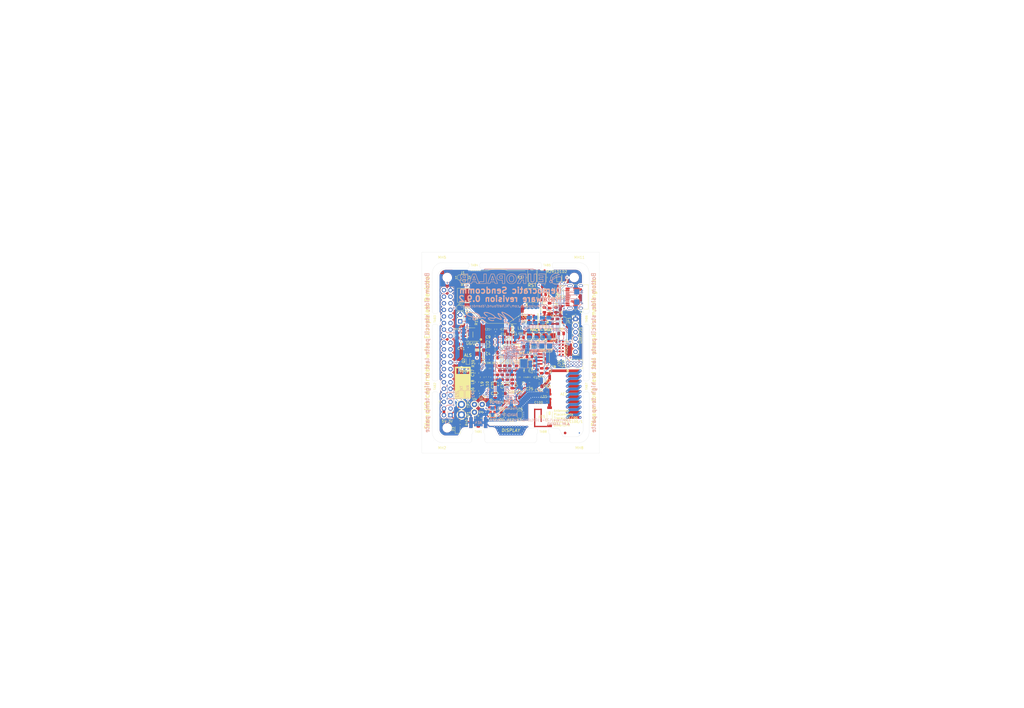
<source format=kicad_pcb>
(kicad_pcb (version 20171130) (host pcbnew 5.1.5+dfsg1-2build2)

  (general
    (thickness 1.6)
    (drawings 193)
    (tracks 1479)
    (zones 0)
    (modules 157)
    (nets 130)
  )

  (page A3)
  (title_block
    (title "Democratic Sendcomm")
    (date 2020-12-26)
    (rev 0.9.2)
    (company "Europalab Devices")
    (comment 1 "Copyright © 2020, Europalab Devices")
    (comment 2 "Fulfilling requirements of 20200210")
    (comment 3 "Pending quality assurance testing")
    (comment 4 "Release revision for manufacturing")
  )

  (layers
    (0 F.Cu signal)
    (1 In1.Cu power)
    (2 In2.Cu power)
    (31 B.Cu signal)
    (34 B.Paste user)
    (35 F.Paste user)
    (36 B.SilkS user)
    (37 F.SilkS user)
    (38 B.Mask user)
    (39 F.Mask user)
    (40 Dwgs.User user)
    (41 Cmts.User user)
    (44 Edge.Cuts user)
    (45 Margin user)
    (46 B.CrtYd user)
    (47 F.CrtYd user)
    (48 B.Fab user)
    (49 F.Fab user)
  )

  (setup
    (last_trace_width 0.127)
    (user_trace_width 0.1016)
    (user_trace_width 0.127)
    (user_trace_width 0.2)
    (user_trace_width 0.4)
    (user_trace_width 1.016)
    (trace_clearance 0.127)
    (zone_clearance 0.508)
    (zone_45_only no)
    (trace_min 0.09)
    (via_size 0.6)
    (via_drill 0.3)
    (via_min_size 0.356)
    (via_min_drill 0.2)
    (user_via 0.356 0.2)
    (user_via 0.45 0.2)
    (uvia_size 0.45)
    (uvia_drill 0.1)
    (uvias_allowed no)
    (uvia_min_size 0.45)
    (uvia_min_drill 0.1)
    (edge_width 0.05)
    (segment_width 0.1)
    (pcb_text_width 0.25)
    (pcb_text_size 1 1)
    (mod_edge_width 0.15)
    (mod_text_size 1 1)
    (mod_text_width 0.15)
    (pad_size 2 2)
    (pad_drill 0)
    (pad_to_mask_clearance 0)
    (aux_axis_origin 0 0)
    (visible_elements 7FFFFFFF)
    (pcbplotparams
      (layerselection 0x313fc_ffffffff)
      (usegerberextensions true)
      (usegerberattributes false)
      (usegerberadvancedattributes false)
      (creategerberjobfile false)
      (excludeedgelayer true)
      (linewidth 0.150000)
      (plotframeref false)
      (viasonmask false)
      (mode 1)
      (useauxorigin false)
      (hpglpennumber 1)
      (hpglpenspeed 20)
      (hpglpendiameter 15.000000)
      (psnegative false)
      (psa4output false)
      (plotreference true)
      (plotvalue true)
      (plotinvisibletext false)
      (padsonsilk false)
      (subtractmaskfromsilk false)
      (outputformat 1)
      (mirror false)
      (drillshape 0)
      (scaleselection 1)
      (outputdirectory "fabsingle"))
  )

  (net 0 "")
  (net 1 GND)
  (net 2 "Net-(AE1-Pad1)")
  (net 3 /Sheet5F53D5B4/RFSWPWR)
  (net 4 "Net-(C8-Pad1)")
  (net 5 /Sheet5F53D5B4/POWAMP)
  (net 6 "Net-(C13-Pad1)")
  (net 7 /Sheet5F53D5B4/HFOUT)
  (net 8 +3V3)
  (net 9 "Net-(C29-Pad1)")
  (net 10 /Sheet5F53D5B4/HPOUT)
  (net 11 /Sheet5F53D5B4/HFIN)
  (net 12 /Sheet5F53D5B4/BANDSEL)
  (net 13 "Net-(BT1-Pad1)")
  (net 14 /Sheet5F53D5B4/USB_BUS)
  (net 15 "Net-(C33-Pad1)")
  (net 16 "Net-(C34-Pad1)")
  (net 17 /Sheet5F53D5B4/CMDRST)
  (net 18 "Net-(D1-Pad2)")
  (net 19 "Net-(D1-Pad1)")
  (net 20 "Net-(D2-Pad1)")
  (net 21 "Net-(D2-Pad2)")
  (net 22 /Sheet5F53D5B4/USB_P)
  (net 23 /Sheet5F53D5B4/USB_N)
  (net 24 /Sheet60040980/ID_SD)
  (net 25 /Sheet60040980/ID_SC)
  (net 26 /Sheet5F53D5B4/SWDCLK)
  (net 27 "Net-(J3-Pad7)")
  (net 28 "Net-(J3-Pad8)")
  (net 29 "Net-(J4-Pad6)")
  (net 30 /Sheet5F53D5B4/CN_VBAT)
  (net 31 /Sheet5F53D5B4/XCEIV)
  (net 32 "Net-(AE5-Pad2)")
  (net 33 "Net-(C1-Pad1)")
  (net 34 "Net-(C7-Pad1)")
  (net 35 "Net-(C14-Pad1)")
  (net 36 "Net-(C17-Pad1)")
  (net 37 "Net-(C18-Pad2)")
  (net 38 "Net-(C19-Pad2)")
  (net 39 "Net-(C23-Pad2)")
  (net 40 "Net-(C23-Pad1)")
  (net 41 "Net-(C24-Pad1)")
  (net 42 "Net-(C24-Pad2)")
  (net 43 "Net-(C29-Pad2)")
  (net 44 "Net-(C33-Pad2)")
  (net 45 "Net-(C35-Pad2)")
  (net 46 "Net-(C40-Pad1)")
  (net 47 "Net-(J2-PadB5)")
  (net 48 "Net-(J2-PadA8)")
  (net 49 "Net-(J2-PadA5)")
  (net 50 "Net-(J2-PadB8)")
  (net 51 "Net-(J3-Pad2)")
  (net 52 "Net-(J3-Pad3)")
  (net 53 "Net-(J3-Pad5)")
  (net 54 "Net-(J3-Pad10)")
  (net 55 "Net-(J3-Pad11)")
  (net 56 "Net-(J3-Pad12)")
  (net 57 "Net-(J3-Pad13)")
  (net 58 "Net-(J3-Pad15)")
  (net 59 "Net-(J3-Pad16)")
  (net 60 "Net-(J3-Pad18)")
  (net 61 "Net-(J3-Pad19)")
  (net 62 "Net-(J3-Pad21)")
  (net 63 "Net-(J3-Pad22)")
  (net 64 "Net-(J3-Pad23)")
  (net 65 "Net-(J3-Pad24)")
  (net 66 "Net-(J3-Pad26)")
  (net 67 "Net-(J3-Pad29)")
  (net 68 "Net-(J3-Pad31)")
  (net 69 "Net-(J3-Pad32)")
  (net 70 "Net-(J3-Pad33)")
  (net 71 "Net-(J3-Pad35)")
  (net 72 "Net-(J3-Pad36)")
  (net 73 "Net-(J3-Pad38)")
  (net 74 "Net-(J3-Pad40)")
  (net 75 "Net-(J4-Pad7)")
  (net 76 "Net-(J4-Pad8)")
  (net 77 "Net-(J5-Pad2)")
  (net 78 "Net-(J5-Pad3)")
  (net 79 "Net-(J5-Pad6)")
  (net 80 "Net-(J6-Pad1)")
  (net 81 "Net-(L1-Pad2)")
  (net 82 "Net-(R3-Pad1)")
  (net 83 "Net-(R4-Pad1)")
  (net 84 "Net-(R4-Pad2)")
  (net 85 "Net-(U2-Pad5)")
  (net 86 "Net-(U3-PadG1)")
  (net 87 "Net-(U3-PadH1)")
  (net 88 "Net-(U3-PadE3)")
  (net 89 "Net-(U3-PadE4)")
  (net 90 "Net-(U3-PadF4)")
  (net 91 "Net-(U3-PadC7)")
  (net 92 "Net-(U3-PadD7)")
  (net 93 "Net-(U5-Pad3)")
  (net 94 "Net-(U5-Pad4)")
  (net 95 "Net-(U8-Pad7)")
  (net 96 "Net-(U8-Pad3)")
  (net 97 "Net-(U8-Pad2)")
  (net 98 "Net-(U8-Pad1)")
  (net 99 "Net-(U9-Pad1)")
  (net 100 "Net-(U9-Pad2)")
  (net 101 "Net-(U9-Pad3)")
  (net 102 "Net-(U9-Pad7)")
  (net 103 /Sheet5F53D5B4/SWDIO)
  (net 104 "Net-(AE2-Pad1)")
  (net 105 "Net-(AE4-Pad1)")
  (net 106 "Net-(AE5-Pad1)")
  (net 107 "Net-(J6-Pad2)")
  (net 108 "Net-(J6-Pad3)")
  (net 109 "Net-(J6-Pad4)")
  (net 110 "Net-(J7-Pad1)")
  (net 111 "Net-(C95-Pad1)")
  (net 112 /TP_SCL)
  (net 113 /TP_SDA)
  (net 114 "Net-(J20-Pad6)")
  (net 115 "Net-(J20-Pad7)")
  (net 116 "Net-(J20-Pad8)")
  (net 117 "Net-(Q2-Pad2)")
  (net 118 EXT_UART_TX)
  (net 119 EXT_UART_RX)
  (net 120 USB_TST)
  (net 121 "Net-(TP13-Pad1)")
  (net 122 "Net-(C94-Pad2)")
  (net 123 /Sheet5F53D5B4/CRY_XIN-RSVD)
  (net 124 /Sheet5F53D5B4/CRY_XOUT-RSVD)
  (net 125 "Net-(C97-Pad1)")
  (net 126 "Net-(C101-Pad1)")
  (net 127 "Net-(D3-Pad2)")
  (net 128 "Net-(JP4-Pad1)")
  (net 129 "Net-(U3-PadE5)")

  (net_class Default "This is the default net class."
    (clearance 0.127)
    (trace_width 0.127)
    (via_dia 0.6)
    (via_drill 0.3)
    (uvia_dia 0.45)
    (uvia_drill 0.1)
    (add_net +3V3)
    (add_net /Sheet5F53D5B4/BANDSEL)
    (add_net /Sheet5F53D5B4/CMDRST)
    (add_net /Sheet5F53D5B4/CN_VBAT)
    (add_net /Sheet5F53D5B4/CRY_XIN-RSVD)
    (add_net /Sheet5F53D5B4/CRY_XOUT-RSVD)
    (add_net /Sheet5F53D5B4/HFIN)
    (add_net /Sheet5F53D5B4/HFOUT)
    (add_net /Sheet5F53D5B4/HPOUT)
    (add_net /Sheet5F53D5B4/POWAMP)
    (add_net /Sheet5F53D5B4/RFSWPWR)
    (add_net /Sheet5F53D5B4/SWDCLK)
    (add_net /Sheet5F53D5B4/SWDIO)
    (add_net /Sheet5F53D5B4/USB_BUS)
    (add_net /Sheet5F53D5B4/USB_N)
    (add_net /Sheet5F53D5B4/USB_P)
    (add_net /Sheet5F53D5B4/XCEIV)
    (add_net /Sheet60040980/ID_SC)
    (add_net /Sheet60040980/ID_SD)
    (add_net /TP_SCL)
    (add_net /TP_SDA)
    (add_net EXT_UART_RX)
    (add_net EXT_UART_TX)
    (add_net GND)
    (add_net "Net-(AE1-Pad1)")
    (add_net "Net-(AE2-Pad1)")
    (add_net "Net-(AE4-Pad1)")
    (add_net "Net-(AE5-Pad1)")
    (add_net "Net-(AE5-Pad2)")
    (add_net "Net-(BT1-Pad1)")
    (add_net "Net-(C1-Pad1)")
    (add_net "Net-(C101-Pad1)")
    (add_net "Net-(C13-Pad1)")
    (add_net "Net-(C14-Pad1)")
    (add_net "Net-(C17-Pad1)")
    (add_net "Net-(C18-Pad2)")
    (add_net "Net-(C19-Pad2)")
    (add_net "Net-(C23-Pad1)")
    (add_net "Net-(C23-Pad2)")
    (add_net "Net-(C24-Pad1)")
    (add_net "Net-(C24-Pad2)")
    (add_net "Net-(C29-Pad1)")
    (add_net "Net-(C29-Pad2)")
    (add_net "Net-(C33-Pad1)")
    (add_net "Net-(C33-Pad2)")
    (add_net "Net-(C34-Pad1)")
    (add_net "Net-(C35-Pad2)")
    (add_net "Net-(C40-Pad1)")
    (add_net "Net-(C7-Pad1)")
    (add_net "Net-(C8-Pad1)")
    (add_net "Net-(C94-Pad2)")
    (add_net "Net-(C95-Pad1)")
    (add_net "Net-(C97-Pad1)")
    (add_net "Net-(D1-Pad1)")
    (add_net "Net-(D1-Pad2)")
    (add_net "Net-(D2-Pad1)")
    (add_net "Net-(D2-Pad2)")
    (add_net "Net-(D3-Pad2)")
    (add_net "Net-(J2-PadA5)")
    (add_net "Net-(J2-PadA8)")
    (add_net "Net-(J2-PadB5)")
    (add_net "Net-(J2-PadB8)")
    (add_net "Net-(J20-Pad6)")
    (add_net "Net-(J20-Pad7)")
    (add_net "Net-(J20-Pad8)")
    (add_net "Net-(J3-Pad10)")
    (add_net "Net-(J3-Pad11)")
    (add_net "Net-(J3-Pad12)")
    (add_net "Net-(J3-Pad13)")
    (add_net "Net-(J3-Pad15)")
    (add_net "Net-(J3-Pad16)")
    (add_net "Net-(J3-Pad18)")
    (add_net "Net-(J3-Pad19)")
    (add_net "Net-(J3-Pad2)")
    (add_net "Net-(J3-Pad21)")
    (add_net "Net-(J3-Pad22)")
    (add_net "Net-(J3-Pad23)")
    (add_net "Net-(J3-Pad24)")
    (add_net "Net-(J3-Pad26)")
    (add_net "Net-(J3-Pad29)")
    (add_net "Net-(J3-Pad3)")
    (add_net "Net-(J3-Pad31)")
    (add_net "Net-(J3-Pad32)")
    (add_net "Net-(J3-Pad33)")
    (add_net "Net-(J3-Pad35)")
    (add_net "Net-(J3-Pad36)")
    (add_net "Net-(J3-Pad38)")
    (add_net "Net-(J3-Pad40)")
    (add_net "Net-(J3-Pad5)")
    (add_net "Net-(J3-Pad7)")
    (add_net "Net-(J3-Pad8)")
    (add_net "Net-(J4-Pad6)")
    (add_net "Net-(J4-Pad7)")
    (add_net "Net-(J4-Pad8)")
    (add_net "Net-(J5-Pad2)")
    (add_net "Net-(J5-Pad3)")
    (add_net "Net-(J5-Pad6)")
    (add_net "Net-(J6-Pad1)")
    (add_net "Net-(J6-Pad2)")
    (add_net "Net-(J6-Pad3)")
    (add_net "Net-(J6-Pad4)")
    (add_net "Net-(J7-Pad1)")
    (add_net "Net-(JP4-Pad1)")
    (add_net "Net-(L1-Pad2)")
    (add_net "Net-(Q2-Pad2)")
    (add_net "Net-(R3-Pad1)")
    (add_net "Net-(R4-Pad1)")
    (add_net "Net-(R4-Pad2)")
    (add_net "Net-(TP13-Pad1)")
    (add_net "Net-(U2-Pad5)")
    (add_net "Net-(U3-PadC7)")
    (add_net "Net-(U3-PadD7)")
    (add_net "Net-(U3-PadE3)")
    (add_net "Net-(U3-PadE4)")
    (add_net "Net-(U3-PadE5)")
    (add_net "Net-(U3-PadF4)")
    (add_net "Net-(U3-PadG1)")
    (add_net "Net-(U3-PadH1)")
    (add_net "Net-(U5-Pad3)")
    (add_net "Net-(U5-Pad4)")
    (add_net "Net-(U8-Pad1)")
    (add_net "Net-(U8-Pad2)")
    (add_net "Net-(U8-Pad3)")
    (add_net "Net-(U8-Pad7)")
    (add_net "Net-(U9-Pad1)")
    (add_net "Net-(U9-Pad2)")
    (add_net "Net-(U9-Pad3)")
    (add_net "Net-(U9-Pad7)")
    (add_net USB_TST)
  )

  (net_class Power ""
    (clearance 0.2)
    (trace_width 0.5)
    (via_dia 1)
    (via_drill 0.7)
    (uvia_dia 0.5)
    (uvia_drill 0.1)
  )

  (module Capacitor_SMD:C_0805_2012Metric (layer F.Cu) (tedit 5B36C52B) (tstamp 5F6870D5)
    (at 202 170.0625 270)
    (descr "Capacitor SMD 0805 (2012 Metric), square (rectangular) end terminal, IPC_7351 nominal, (Body size source: https://docs.google.com/spreadsheets/d/1BsfQQcO9C6DZCsRaXUlFlo91Tg2WpOkGARC1WS5S8t0/edit?usp=sharing), generated with kicad-footprint-generator")
    (tags capacitor)
    (path /5F5C0728/5F5D6DA0)
    (attr smd)
    (fp_text reference C30 (at 2.9375 0 90) (layer F.SilkS)
      (effects (font (size 0.875 0.875) (thickness 0.125)))
    )
    (fp_text value 2,7pF (at 0 1.65 90) (layer F.Fab)
      (effects (font (size 1 1) (thickness 0.15)))
    )
    (fp_text user %R (at 0 0 90) (layer F.Fab)
      (effects (font (size 0.5 0.5) (thickness 0.08)))
    )
    (fp_line (start 1.68 0.95) (end -1.68 0.95) (layer F.CrtYd) (width 0.05))
    (fp_line (start 1.68 -0.95) (end 1.68 0.95) (layer F.CrtYd) (width 0.05))
    (fp_line (start -1.68 -0.95) (end 1.68 -0.95) (layer F.CrtYd) (width 0.05))
    (fp_line (start -1.68 0.95) (end -1.68 -0.95) (layer F.CrtYd) (width 0.05))
    (fp_line (start -0.258578 0.71) (end 0.258578 0.71) (layer F.SilkS) (width 0.12))
    (fp_line (start -0.258578 -0.71) (end 0.258578 -0.71) (layer F.SilkS) (width 0.12))
    (fp_line (start 1 0.6) (end -1 0.6) (layer F.Fab) (width 0.1))
    (fp_line (start 1 -0.6) (end 1 0.6) (layer F.Fab) (width 0.1))
    (fp_line (start -1 -0.6) (end 1 -0.6) (layer F.Fab) (width 0.1))
    (fp_line (start -1 0.6) (end -1 -0.6) (layer F.Fab) (width 0.1))
    (pad 2 smd roundrect (at 0.9375 0 270) (size 0.975 1.4) (layers F.Cu F.Paste F.Mask) (roundrect_rratio 0.25)
      (net 1 GND))
    (pad 1 smd roundrect (at -0.9375 0 270) (size 0.975 1.4) (layers F.Cu F.Paste F.Mask) (roundrect_rratio 0.25)
      (net 9 "Net-(C29-Pad1)"))
    (model ${KISYS3DMOD}/Capacitor_SMD.3dshapes/C_0805_2012Metric.wrl
      (at (xyz 0 0 0))
      (scale (xyz 1 1 1))
      (rotate (xyz 0 0 0))
    )
  )

  (module Connector_Coaxial:SMA_Samtec_SMA-J-P-X-ST-EM1_EdgeMount (layer F.Cu) (tedit 5FE90BFC) (tstamp 5F686FA8)
    (at 197.5 175)
    (descr "Connector SMA, 0Hz to 20GHz, 50Ohm, Edge Mount (http://suddendocs.samtec.com/prints/sma-j-p-x-st-em1-mkt.pdf)")
    (tags "SMA Straight Samtec Edge Mount")
    (path /5F5C0728/6000659E)
    (attr smd)
    (fp_text reference AE4 (at 0 0 unlocked) (layer B.SilkS)
      (effects (font (size 1 1) (thickness 0.15)) (justify mirror))
    )
    (fp_text value Antenna_Shield (at 0 13) (layer F.Fab)
      (effects (font (size 1 1) (thickness 0.15)))
    )
    (fp_text user "Board Thickness: 1.57mm" (at 0 -5.45) (layer Cmts.User)
      (effects (font (size 1 1) (thickness 0.15)))
    )
    (fp_line (start 0.84 -1.71) (end 1.95 -1.71) (layer F.SilkS) (width 0.12))
    (fp_line (start -1.95 -1.71) (end -0.84 -1.71) (layer F.SilkS) (width 0.12))
    (fp_line (start 0.84 2) (end 1.95 2) (layer F.SilkS) (width 0.12))
    (fp_line (start -1.95 2) (end -0.84 2) (layer F.SilkS) (width 0.12))
    (fp_line (start 3.68 2.6) (end 3.68 12.12) (layer B.CrtYd) (width 0.05))
    (fp_line (start 4 2.6) (end 3.68 2.6) (layer B.CrtYd) (width 0.05))
    (fp_line (start -3.68 12.12) (end -3.68 2.6) (layer B.CrtYd) (width 0.05))
    (fp_line (start -3.68 2.6) (end -4 2.6) (layer B.CrtYd) (width 0.05))
    (fp_line (start 3.68 2.6) (end 3.68 12.12) (layer F.CrtYd) (width 0.05))
    (fp_line (start 3.68 2.6) (end 4 2.6) (layer F.CrtYd) (width 0.05))
    (fp_line (start -3.68 12.12) (end -3.68 2.6) (layer F.CrtYd) (width 0.05))
    (fp_line (start -3.68 2.6) (end -4 2.6) (layer F.CrtYd) (width 0.05))
    (fp_text user "PCB Edge" (at 0 2.6) (layer Dwgs.User)
      (effects (font (size 0.5 0.5) (thickness 0.1)))
    )
    (fp_line (start 4.1 2.1) (end -4.1 2.1) (layer Dwgs.User) (width 0.1))
    (fp_line (start -3.175 -1.71) (end -3.175 11.62) (layer F.Fab) (width 0.1))
    (fp_line (start -2.365 -1.71) (end -3.175 -1.71) (layer F.Fab) (width 0.1))
    (fp_line (start -2.365 2.1) (end -2.365 -1.71) (layer F.Fab) (width 0.1))
    (fp_line (start 2.365 2.1) (end -2.365 2.1) (layer F.Fab) (width 0.1))
    (fp_line (start 2.365 -1.71) (end 2.365 2.1) (layer F.Fab) (width 0.1))
    (fp_line (start 3.175 -1.71) (end 2.365 -1.71) (layer F.Fab) (width 0.1))
    (fp_line (start 3.175 -1.71) (end 3.175 11.62) (layer F.Fab) (width 0.1))
    (fp_line (start 3.165 11.62) (end -3.165 11.62) (layer F.Fab) (width 0.1))
    (fp_line (start -4 -2.6) (end 4 -2.6) (layer B.CrtYd) (width 0.05))
    (fp_line (start -4 2.6) (end -4 -2.6) (layer B.CrtYd) (width 0.05))
    (fp_line (start 3.68 12.12) (end -3.68 12.12) (layer B.CrtYd) (width 0.05))
    (fp_line (start 4 2.6) (end 4 -2.6) (layer B.CrtYd) (width 0.05))
    (fp_line (start -4 -2.6) (end 4 -2.6) (layer F.CrtYd) (width 0.05))
    (fp_line (start -4 2.6) (end -4 -2.6) (layer F.CrtYd) (width 0.05))
    (fp_line (start 3.68 12.12) (end -3.68 12.12) (layer F.CrtYd) (width 0.05))
    (fp_line (start 4 2.6) (end 4 -2.6) (layer F.CrtYd) (width 0.05))
    (fp_text user %R (at 0 4.29 180) (layer F.Fab)
      (effects (font (size 1 1) (thickness 0.15)))
    )
    (fp_line (start 0.64 2.1) (end 0 3.1) (layer F.Fab) (width 0.1))
    (fp_line (start 0 3.1) (end -0.64 2.1) (layer F.Fab) (width 0.1))
    (fp_line (start 0 -2.26) (end 0.25 -2.76) (layer F.SilkS) (width 0.12))
    (fp_line (start 0.25 -2.76) (end -0.25 -2.76) (layer F.SilkS) (width 0.12))
    (fp_line (start -0.25 -2.76) (end 0 -2.26) (layer F.SilkS) (width 0.12))
    (pad 1 smd rect (at 0 0.2) (size 1.27 3.6) (layers F.Cu F.Mask)
      (net 105 "Net-(AE4-Pad1)"))
    (pad 2 smd rect (at 2.825 0) (size 1.35 4.2) (layers F.Cu F.Mask)
      (net 1 GND))
    (pad 2 smd rect (at -2.825 0) (size 1.35 4.2) (layers F.Cu F.Mask)
      (net 1 GND))
    (pad 2 smd rect (at 2.825 0) (size 1.35 4.2) (layers B.Cu B.Mask)
      (net 1 GND))
    (pad 2 smd rect (at -2.825 0) (size 1.35 4.2) (layers B.Cu B.Mask)
      (net 1 GND))
    (model ${KISYS3DMOD}/Connector_Coaxial.3dshapes/SMA_Samtec_SMA-J-P-X-ST-EM1_EdgeMount.wrl
      (at (xyz 0 0 0))
      (scale (xyz 1 1 1))
      (rotate (xyz 0 0 0))
    )
    (model ${KIPRJMOD}/modules/packages3d/RF_Antenna.3dshapes/SMA-J-P-H-ST-EM1.wrl
      (offset (xyz 0 -4 0.5))
      (scale (xyz 0.4 0.4 0.4))
      (rotate (xyz 180 -90 0))
    )
  )

  (module Connector_PinHeader_2.54mm:PinHeader_1x06_P2.54mm_Vertical (layer F.Cu) (tedit 59FED5CC) (tstamp 5FF83409)
    (at 235 135)
    (descr "Through hole straight pin header, 1x06, 2.54mm pitch, single row")
    (tags "Through hole pin header THT 1x06 2.54mm single row")
    (path /60040981/6006812D)
    (fp_text reference J5 (at 2 5 90) (layer F.SilkS)
      (effects (font (size 1 1) (thickness 0.15)) (justify left))
    )
    (fp_text value Conn_01x06_Male (at 4.385 14.97) (layer F.Fab)
      (effects (font (size 1 1) (thickness 0.15)))
    )
    (fp_text user %R (at 2.77 6.35 90) (layer F.Fab)
      (effects (font (size 1 1) (thickness 0.15)))
    )
    (fp_line (start 1.8 -1.8) (end -1.8 -1.8) (layer F.CrtYd) (width 0.05))
    (fp_line (start 1.8 14.5) (end 1.8 -1.8) (layer F.CrtYd) (width 0.05))
    (fp_line (start -1.8 14.5) (end 1.8 14.5) (layer F.CrtYd) (width 0.05))
    (fp_line (start -1.8 -1.8) (end -1.8 14.5) (layer F.CrtYd) (width 0.05))
    (fp_line (start -1.33 -1.33) (end 0 -1.33) (layer F.SilkS) (width 0.12))
    (fp_line (start -1.33 0) (end -1.33 -1.33) (layer F.SilkS) (width 0.12))
    (fp_line (start -1.33 1.27) (end 1.33 1.27) (layer F.SilkS) (width 0.12))
    (fp_line (start 1.33 1.27) (end 1.33 14.03) (layer F.SilkS) (width 0.12))
    (fp_line (start -1.33 1.27) (end -1.33 14.03) (layer F.SilkS) (width 0.12))
    (fp_line (start -1.33 14.03) (end 1.33 14.03) (layer F.SilkS) (width 0.12))
    (fp_line (start -1.27 -0.635) (end -0.635 -1.27) (layer F.Fab) (width 0.1))
    (fp_line (start -1.27 13.97) (end -1.27 -0.635) (layer F.Fab) (width 0.1))
    (fp_line (start 1.27 13.97) (end -1.27 13.97) (layer F.Fab) (width 0.1))
    (fp_line (start 1.27 -1.27) (end 1.27 13.97) (layer F.Fab) (width 0.1))
    (fp_line (start -0.635 -1.27) (end 1.27 -1.27) (layer F.Fab) (width 0.1))
    (pad 6 thru_hole oval (at 0 12.7) (size 1.7 1.7) (drill 1) (layers *.Cu *.Mask)
      (net 79 "Net-(J5-Pad6)"))
    (pad 5 thru_hole oval (at 0 10.16) (size 1.7 1.7) (drill 1) (layers *.Cu *.Mask)
      (net 118 EXT_UART_TX))
    (pad 4 thru_hole oval (at 0 7.62) (size 1.7 1.7) (drill 1) (layers *.Cu *.Mask)
      (net 119 EXT_UART_RX))
    (pad 3 thru_hole oval (at 0 5.08) (size 1.7 1.7) (drill 1) (layers *.Cu *.Mask)
      (net 78 "Net-(J5-Pad3)"))
    (pad 2 thru_hole oval (at 0 2.54) (size 1.7 1.7) (drill 1) (layers *.Cu *.Mask)
      (net 77 "Net-(J5-Pad2)"))
    (pad 1 thru_hole rect (at 0 0) (size 1.7 1.7) (drill 1) (layers *.Cu *.Mask)
      (net 1 GND))
    (model ${KISYS3DMOD}/Connector_PinHeader_2.54mm.3dshapes/PinHeader_1x06_P2.54mm_Vertical.wrl
      (at (xyz 0 0 0))
      (scale (xyz 1 1 1))
      (rotate (xyz 0 0 0))
    )
  )

  (module RF_Antenna:Texas_SWRA416_868MHz_915MHz (layer F.Cu) (tedit 5CF40AFD) (tstamp 5F686F31)
    (at 231 164 270)
    (descr http://www.ti.com/lit/an/swra416/swra416.pdf)
    (tags "PCB antenna")
    (path /5F5C0728/60008187)
    (attr smd)
    (fp_text reference AE1 (at 0 0.5 180) (layer F.SilkS)
      (effects (font (size 1 1) (thickness 0.15)))
    )
    (fp_text value Antenna (at 0.1 -7.6 90) (layer F.Fab)
      (effects (font (size 1 1) (thickness 0.15)))
    )
    (fp_line (start 9.7 2.1) (end 6.2 5.7) (layer Dwgs.User) (width 0.12))
    (fp_line (start 9.7 0.1) (end 4.3 5.7) (layer Dwgs.User) (width 0.12))
    (fp_line (start 9.7 -1.9) (end 2.3 5.7) (layer Dwgs.User) (width 0.12))
    (fp_line (start 9.7 -3.9) (end 0.2 5.7) (layer Dwgs.User) (width 0.12))
    (fp_line (start 9.7 -5.9) (end -1.8 5.7) (layer Dwgs.User) (width 0.12))
    (fp_line (start 8.3 -6.5) (end -3.8 5.7) (layer Dwgs.User) (width 0.12))
    (fp_line (start 6.3 -6.5) (end -5.8 5.7) (layer Dwgs.User) (width 0.12))
    (fp_line (start 4.3 -6.5) (end -7.8 5.7) (layer Dwgs.User) (width 0.12))
    (fp_line (start -9.7 5.5) (end 2.3 -6.5) (layer Dwgs.User) (width 0.12))
    (fp_line (start -9.7 3.5) (end 0.3 -6.5) (layer Dwgs.User) (width 0.12))
    (fp_line (start -9.7 1.5) (end -1.7 -6.5) (layer Dwgs.User) (width 0.12))
    (fp_line (start -9.7 -0.5) (end -3.7 -6.5) (layer Dwgs.User) (width 0.12))
    (fp_line (start -9.7 -2.5) (end -5.7 -6.5) (layer Dwgs.User) (width 0.12))
    (fp_line (start -9.7 -4.5) (end -7.7 -6.5) (layer Dwgs.User) (width 0.12))
    (fp_line (start 9.7 -6.5) (end -9.7 -6.5) (layer Dwgs.User) (width 0.15))
    (fp_line (start 9.7 5.7) (end 9.7 -6.5) (layer Dwgs.User) (width 0.15))
    (fp_line (start -9.7 5.7) (end 9.7 5.7) (layer Dwgs.User) (width 0.15))
    (fp_line (start -9.7 -6.5) (end -9.7 5.7) (layer Dwgs.User) (width 0.15))
    (fp_line (start 7 -5.8) (end 8 -4.8) (layer B.Cu) (width 1))
    (fp_line (start 8 -1.8) (end 9 -0.8) (layer B.Cu) (width 1))
    (fp_line (start 8 -4.8) (end 8 -1.8) (layer B.Cu) (width 1))
    (fp_line (start 9 -5.8) (end 9 -0.8) (layer F.Cu) (width 1))
    (fp_line (start 5 -5.8) (end 6 -4.8) (layer B.Cu) (width 1))
    (fp_line (start 6 -1.8) (end 7 -0.8) (layer B.Cu) (width 1))
    (fp_line (start 6 -4.8) (end 6 -1.8) (layer B.Cu) (width 1))
    (fp_line (start 7 -5.8) (end 7 -0.8) (layer F.Cu) (width 1))
    (fp_line (start 3 -5.8) (end 4 -4.8) (layer B.Cu) (width 1))
    (fp_line (start 4 -1.8) (end 5 -0.8) (layer B.Cu) (width 1))
    (fp_line (start 4 -4.8) (end 4 -1.8) (layer B.Cu) (width 1))
    (fp_line (start 5 -5.8) (end 5 -0.8) (layer F.Cu) (width 1))
    (fp_line (start 1 -5.8) (end 2 -4.8) (layer B.Cu) (width 1))
    (fp_line (start 2 -1.8) (end 3 -0.8) (layer B.Cu) (width 1))
    (fp_line (start 2 -4.8) (end 2 -1.8) (layer B.Cu) (width 1))
    (fp_line (start 3 -5.8) (end 3 -0.8) (layer F.Cu) (width 1))
    (fp_line (start -1 -5.8) (end 0 -4.8) (layer B.Cu) (width 1))
    (fp_line (start 0 -1.8) (end 1 -0.8) (layer B.Cu) (width 1))
    (fp_line (start 0 -4.8) (end 0 -1.8) (layer B.Cu) (width 1))
    (fp_line (start 1 -5.8) (end 1 -0.8) (layer F.Cu) (width 1))
    (fp_line (start -3 -5.8) (end -2 -4.8) (layer B.Cu) (width 1))
    (fp_line (start -2 -1.8) (end -1 -0.8) (layer B.Cu) (width 1))
    (fp_line (start -2 -4.8) (end -2 -1.8) (layer B.Cu) (width 1))
    (fp_line (start -1 -5.8) (end -1 -0.8) (layer F.Cu) (width 1))
    (fp_line (start -4 -4.8) (end -4 -1.8) (layer B.Cu) (width 1))
    (fp_line (start -5 -5.8) (end -4 -4.8) (layer B.Cu) (width 1))
    (fp_line (start -4 -1.8) (end -3 -0.8) (layer B.Cu) (width 1))
    (fp_line (start -3 -5.8) (end -3 -0.8) (layer F.Cu) (width 1))
    (fp_line (start -6 -4.8) (end -6 -1.8) (layer B.Cu) (width 1))
    (fp_line (start -7 -5.8) (end -6 -4.8) (layer B.Cu) (width 1))
    (fp_line (start -6 -1.8) (end -5 -0.8) (layer B.Cu) (width 1))
    (fp_line (start -5 -5.8) (end -5 -0.8) (layer F.Cu) (width 1))
    (fp_line (start -7 -5.8) (end -7 -0.8) (layer F.Cu) (width 1))
    (fp_line (start -9 5.2) (end -9 -5.8) (layer F.Cu) (width 1))
    (fp_line (start -9 -5.8) (end -8 -4.8) (layer B.Cu) (width 1))
    (fp_line (start -8 -4.8) (end -8 -1.8) (layer B.Cu) (width 1))
    (fp_line (start -8 -1.8) (end -7 -0.8) (layer B.Cu) (width 1))
    (fp_line (start 9.7 4.1) (end 8.2 5.7) (layer Dwgs.User) (width 0.12))
    (fp_line (start -9.9 -6.7) (end -9.9 5.9) (layer F.CrtYd) (width 0.05))
    (fp_line (start -9.9 5.9) (end 9.9 5.9) (layer F.CrtYd) (width 0.05))
    (fp_line (start 9.9 5.9) (end 9.9 -6.7) (layer F.CrtYd) (width 0.05))
    (fp_line (start 9.9 -6.7) (end -9.9 -6.7) (layer F.CrtYd) (width 0.05))
    (fp_line (start 9.9 -6.7) (end -9.9 -6.7) (layer B.CrtYd) (width 0.05))
    (fp_line (start 9.9 5.9) (end 9.9 -6.7) (layer B.CrtYd) (width 0.05))
    (fp_line (start -9.9 -6.7) (end -9.9 5.9) (layer B.CrtYd) (width 0.05))
    (fp_line (start -9.9 5.9) (end 9.9 5.9) (layer B.CrtYd) (width 0.05))
    (fp_text user "KEEP-OUT ZONE" (at 1 -2.8 90) (layer Cmts.User)
      (effects (font (size 1 1) (thickness 0.15)))
    )
    (fp_text user "No metal, traces or " (at 1 0.2 90) (layer Cmts.User)
      (effects (font (size 1 1) (thickness 0.15)))
    )
    (fp_text user "any components on" (at 1 2.2 90) (layer Cmts.User)
      (effects (font (size 1 1) (thickness 0.15)))
    )
    (fp_text user " any PCB layer." (at 1 4.2 90) (layer Cmts.User)
      (effects (font (size 1 1) (thickness 0.15)))
    )
    (fp_text user %R (at -0.4 6.6 90) (layer F.Fab)
      (effects (font (size 1 1) (thickness 0.15)))
    )
    (pad "" thru_hole circle (at 9 -0.8 90) (size 1 1) (drill 0.4) (layers *.Cu))
    (pad "" thru_hole circle (at 9 -5.8 90) (size 1 1) (drill 0.4) (layers *.Cu))
    (pad "" thru_hole circle (at 7 -5.8 90) (size 1 1) (drill 0.4) (layers *.Cu))
    (pad "" thru_hole circle (at 7 -0.8 90) (size 1 1) (drill 0.4) (layers *.Cu))
    (pad "" thru_hole circle (at 5 -0.8 90) (size 1 1) (drill 0.4) (layers *.Cu))
    (pad "" thru_hole circle (at 5 -5.8 90) (size 1 1) (drill 0.4) (layers *.Cu))
    (pad "" thru_hole circle (at 3 -0.8 90) (size 1 1) (drill 0.4) (layers *.Cu))
    (pad "" thru_hole circle (at 3 -5.8 90) (size 1 1) (drill 0.4) (layers *.Cu))
    (pad "" thru_hole circle (at 1 -5.8 90) (size 1 1) (drill 0.4) (layers *.Cu))
    (pad "" thru_hole circle (at 1 -0.8 90) (size 1 1) (drill 0.4) (layers *.Cu))
    (pad "" thru_hole circle (at -1 -0.8 90) (size 1 1) (drill 0.4) (layers *.Cu))
    (pad "" thru_hole circle (at -1 -5.8 90) (size 1 1) (drill 0.4) (layers *.Cu))
    (pad "" thru_hole circle (at -3 -5.8 90) (size 1 1) (drill 0.4) (layers *.Cu))
    (pad "" thru_hole circle (at -3 -0.8 90) (size 1 1) (drill 0.4) (layers *.Cu))
    (pad "" thru_hole circle (at -5 -0.8 90) (size 1 1) (drill 0.4) (layers *.Cu))
    (pad "" thru_hole circle (at -5 -5.8 90) (size 1 1) (drill 0.4) (layers *.Cu))
    (pad "" thru_hole circle (at -7 -5.8 90) (size 1 1) (drill 0.4) (layers *.Cu))
    (pad "" thru_hole circle (at -7 -0.8 90) (size 1 1) (drill 0.4) (layers *.Cu))
    (pad "" thru_hole circle (at -9 -5.8 90) (size 1 1) (drill 0.4) (layers *.Cu))
    (pad 1 smd trapezoid (at -9 5.9 90) (size 0.4 0.8) (rect_delta 0 0.3 ) (layers F.Cu)
      (net 2 "Net-(AE1-Pad1)"))
  )

  (module Elabdev:Panel_Mousetab_25mm_Single (layer F.Cu) (tedit 5CD9E502) (tstamp 60039779)
    (at 222.5 178.5 90)
    (path /5CD9EB0D)
    (fp_text reference TAB8 (at 0 0) (layer F.SilkS)
      (effects (font (size 0.8 0.8) (thickness 0.13)))
    )
    (fp_text value Pantab (at -3.25 0 180) (layer F.Fab)
      (effects (font (size 1 1) (thickness 0.15)))
    )
    (fp_line (start 1.25 -2.2) (end 1.25 2.2) (layer F.Fab) (width 0.15))
    (fp_line (start -1.25 -2.2) (end -1.25 2.2) (layer F.Fab) (width 0.15))
    (fp_line (start 2.1 -2.6) (end 2.1 2.6) (layer F.CrtYd) (width 0.15))
    (fp_line (start 2.1 2.6) (end -2.1 2.6) (layer F.CrtYd) (width 0.15))
    (fp_line (start -2.1 2.6) (end -2.1 -2.6) (layer F.CrtYd) (width 0.15))
    (fp_line (start -2.1 -2.6) (end 2.1 -2.6) (layer F.CrtYd) (width 0.15))
    (pad "" np_thru_hole circle (at 1.35 2 90) (size 0.5 0.5) (drill 0.5) (layers *.Cu))
    (pad "" np_thru_hole circle (at 1.35 1.2 90) (size 0.5 0.5) (drill 0.5) (layers *.Cu))
    (pad "" np_thru_hole circle (at 1.35 0.4 90) (size 0.5 0.5) (drill 0.5) (layers *.Cu))
    (pad "" np_thru_hole circle (at 1.35 -0.4 90) (size 0.5 0.5) (drill 0.5) (layers *.Cu))
    (pad "" np_thru_hole circle (at 1.35 -1.2 90) (size 0.5 0.5) (drill 0.5) (layers *.Cu))
    (pad "" np_thru_hole circle (at 1.35 -2 90) (size 0.5 0.5) (drill 0.5) (layers *.Cu))
  )

  (module Capacitor_SMD:C_0805_2012Metric (layer F.Cu) (tedit 5B36C52B) (tstamp 5FEB8111)
    (at 211.5 143.0625 270)
    (descr "Capacitor SMD 0805 (2012 Metric), square (rectangular) end terminal, IPC_7351 nominal, (Body size source: https://docs.google.com/spreadsheets/d/1BsfQQcO9C6DZCsRaXUlFlo91Tg2WpOkGARC1WS5S8t0/edit?usp=sharing), generated with kicad-footprint-generator")
    (tags capacitor)
    (path /5F53D5B5/5F609CF5)
    (attr smd)
    (fp_text reference C19 (at -2.0625 0 180) (layer F.SilkS)
      (effects (font (size 0.7 0.7) (thickness 0.1)))
    )
    (fp_text value 18pF (at 0 1.65 90) (layer F.Fab)
      (effects (font (size 1 1) (thickness 0.15)))
    )
    (fp_line (start -1 0.6) (end -1 -0.6) (layer F.Fab) (width 0.1))
    (fp_line (start -1 -0.6) (end 1 -0.6) (layer F.Fab) (width 0.1))
    (fp_line (start 1 -0.6) (end 1 0.6) (layer F.Fab) (width 0.1))
    (fp_line (start 1 0.6) (end -1 0.6) (layer F.Fab) (width 0.1))
    (fp_line (start -0.258578 -0.71) (end 0.258578 -0.71) (layer F.SilkS) (width 0.12))
    (fp_line (start -0.258578 0.71) (end 0.258578 0.71) (layer F.SilkS) (width 0.12))
    (fp_line (start -1.68 0.95) (end -1.68 -0.95) (layer F.CrtYd) (width 0.05))
    (fp_line (start -1.68 -0.95) (end 1.68 -0.95) (layer F.CrtYd) (width 0.05))
    (fp_line (start 1.68 -0.95) (end 1.68 0.95) (layer F.CrtYd) (width 0.05))
    (fp_line (start 1.68 0.95) (end -1.68 0.95) (layer F.CrtYd) (width 0.05))
    (fp_text user %R (at 0 0 90) (layer F.Fab)
      (effects (font (size 0.5 0.5) (thickness 0.08)))
    )
    (pad 1 smd roundrect (at -0.9375 0 270) (size 0.975 1.4) (layers F.Cu F.Paste F.Mask) (roundrect_rratio 0.25)
      (net 1 GND))
    (pad 2 smd roundrect (at 0.9375 0 270) (size 0.975 1.4) (layers F.Cu F.Paste F.Mask) (roundrect_rratio 0.25)
      (net 38 "Net-(C19-Pad2)"))
    (model ${KISYS3DMOD}/Capacitor_SMD.3dshapes/C_0805_2012Metric.wrl
      (at (xyz 0 0 0))
      (scale (xyz 1 1 1))
      (rotate (xyz 0 0 0))
    )
  )

  (module Elabdev:Meinkuerz_sign_480dpi (layer B.Cu) (tedit 0) (tstamp 5FBE809B)
    (at 202 134 180)
    (fp_text reference G1 (at 0 0) (layer B.SilkS) hide
      (effects (font (size 1.524 1.524) (thickness 0.3)) (justify mirror))
    )
    (fp_text value Meinkuerzel_signature (at 0.75 0) (layer B.SilkS) hide
      (effects (font (size 1.524 1.524) (thickness 0.3)) (justify mirror))
    )
    (fp_poly (pts (xy 7.849084 1.675651) (xy 8.303148 1.632827) (xy 8.685942 1.550363) (xy 8.876057 1.481326)
      (xy 9.07938 1.34976) (xy 9.204465 1.178624) (xy 9.241225 0.986809) (xy 9.210768 0.854557)
      (xy 9.078684 0.643748) (xy 8.864557 0.429964) (xy 8.589687 0.233059) (xy 8.471807 0.165759)
      (xy 8.232808 0.053863) (xy 7.923436 -0.068816) (xy 7.576824 -0.190996) (xy 7.226108 -0.301392)
      (xy 6.904421 -0.388723) (xy 6.731621 -0.426811) (xy 6.398868 -0.490816) (xy 6.556265 -0.586535)
      (xy 6.736632 -0.743549) (xy 6.819572 -0.938245) (xy 6.82625 -1.022915) (xy 6.780462 -1.15416)
      (xy 6.660466 -1.295963) (xy 6.49231 -1.424979) (xy 6.30204 -1.517866) (xy 6.258842 -1.531402)
      (xy 6.0446 -1.569955) (xy 5.805186 -1.581627) (xy 5.582286 -1.566858) (xy 5.417587 -1.526091)
      (xy 5.409578 -1.522402) (xy 5.285381 -1.409276) (xy 5.232727 -1.237525) (xy 5.243042 -1.133742)
      (xy 5.545646 -1.133742) (xy 5.569322 -1.243922) (xy 5.599007 -1.270742) (xy 5.725804 -1.30367)
      (xy 5.911501 -1.301091) (xy 6.117136 -1.267785) (xy 6.303743 -1.20853) (xy 6.368163 -1.176419)
      (xy 6.483421 -1.090411) (xy 6.547775 -1.006994) (xy 6.550669 -0.996984) (xy 6.519163 -0.903747)
      (xy 6.404517 -0.814537) (xy 6.229026 -0.742568) (xy 6.060328 -0.706358) (xy 5.903418 -0.693399)
      (xy 5.806355 -0.717484) (xy 5.726223 -0.79035) (xy 5.718194 -0.79992) (xy 5.596762 -0.979847)
      (xy 5.545646 -1.133742) (xy 5.243042 -1.133742) (xy 5.253531 -1.028227) (xy 5.344918 -0.810631)
      (xy 5.442538 -0.642303) (xy 5.295353 -0.646487) (xy 5.12125 -0.625399) (xy 5.035885 -0.550663)
      (xy 5.027083 -0.501447) (xy 5.075804 -0.410776) (xy 5.222941 -0.351671) (xy 5.469958 -0.32355)
      (xy 5.476875 -0.323261) (xy 5.599677 -0.314345) (xy 5.697993 -0.289875) (xy 5.794712 -0.235966)
      (xy 5.912725 -0.138734) (xy 6.074923 0.015705) (xy 6.138333 0.077935) (xy 6.357426 0.284825)
      (xy 6.520758 0.415811) (xy 6.63982 0.476704) (xy 6.726105 0.473318) (xy 6.791106 0.411464)
      (xy 6.792772 0.408883) (xy 6.813029 0.349999) (xy 6.787897 0.281807) (xy 6.704882 0.184844)
      (xy 6.561666 0.048946) (xy 6.270625 -0.217166) (xy 6.532899 -0.183078) (xy 6.900304 -0.115245)
      (xy 7.289474 -0.008645) (xy 7.678243 0.127507) (xy 8.044445 0.283994) (xy 8.365914 0.451601)
      (xy 8.620483 0.621112) (xy 8.749193 0.738377) (xy 8.856936 0.865956) (xy 8.92727 0.965202)
      (xy 8.942916 1.001728) (xy 8.895983 1.084773) (xy 8.773369 1.176095) (xy 8.602358 1.259484)
      (xy 8.410231 1.318727) (xy 8.408998 1.318992) (xy 8.149682 1.354937) (xy 7.8128 1.371973)
      (xy 7.424917 1.370093) (xy 7.012599 1.349291) (xy 6.686734 1.319437) (xy 6.066773 1.222977)
      (xy 5.517194 1.081213) (xy 5.043989 0.897075) (xy 4.653152 0.673494) (xy 4.350673 0.413401)
      (xy 4.142546 0.119727) (xy 4.114637 0.061443) (xy 4.047094 -0.15251) (xy 4.06025 -0.336634)
      (xy 4.160207 -0.518581) (xy 4.270456 -0.644496) (xy 4.390411 -0.79173) (xy 4.431252 -0.900383)
      (xy 4.427296 -0.922309) (xy 4.357272 -0.99719) (xy 4.242023 -0.977517) (xy 4.082983 -0.863726)
      (xy 4.010682 -0.795217) (xy 3.879838 -0.680755) (xy 3.765594 -0.608691) (xy 3.712637 -0.594925)
      (xy 3.6215 -0.594723) (xy 3.455888 -0.585507) (xy 3.246599 -0.569127) (xy 3.175 -0.562633)
      (xy 2.951086 -0.544014) (xy 2.793821 -0.54282) (xy 2.664643 -0.565021) (xy 2.524987 -0.61659)
      (xy 2.371034 -0.687127) (xy 2.100169 -0.795663) (xy 1.89262 -0.837972) (xy 1.841867 -0.837015)
      (xy 1.72083 -0.812158) (xy 1.663036 -0.745697) (xy 1.637803 -0.635) (xy 1.623821 -0.491701)
      (xy 1.628566 -0.389706) (xy 1.630235 -0.383646) (xy 1.692219 -0.322789) (xy 1.789679 -0.330876)
      (xy 1.885465 -0.399867) (xy 1.916539 -0.445597) (xy 1.984375 -0.573694) (xy 2.371569 -0.384068)
      (xy 2.758764 -0.194442) (xy 3.165319 -0.256321) (xy 3.413597 -0.293214) (xy 3.576071 -0.310583)
      (xy 3.67165 -0.304292) (xy 3.719238 -0.270208) (xy 3.737742 -0.204195) (xy 3.744012 -0.129767)
      (xy 3.817818 0.177969) (xy 3.989413 0.470621) (xy 4.251219 0.74303) (xy 4.595656 0.99004)
      (xy 5.015149 1.206492) (xy 5.502117 1.387229) (xy 6.048984 1.527094) (xy 6.228561 1.561184)
      (xy 6.794861 1.64034) (xy 7.340678 1.678326) (xy 7.849084 1.675651)) (layer B.SilkS) (width 0.01))
    (fp_poly (pts (xy -4.580024 1.756567) (xy -4.544854 1.74305) (xy -4.466016 1.67622) (xy -4.437143 1.580417)
      (xy -4.461964 1.447967) (xy -4.544204 1.271201) (xy -4.68759 1.042447) (xy -4.895848 0.754033)
      (xy -5.172705 0.39829) (xy -5.237349 0.3175) (xy -5.411926 0.098408) (xy -5.577817 -0.112809)
      (xy -5.714811 -0.290245) (xy -5.794689 -0.396875) (xy -5.948296 -0.608542) (xy -5.791961 -0.468507)
      (xy -5.700695 -0.392772) (xy -5.541009 -0.266466) (xy -5.329307 -0.10231) (xy -5.081994 0.086977)
      (xy -4.815472 0.288675) (xy -4.815417 0.288716) (xy -4.345432 0.631252) (xy -3.946225 0.897872)
      (xy -3.615767 1.089474) (xy -3.352032 1.206955) (xy -3.152989 1.251211) (xy -3.016612 1.223138)
      (xy -2.940872 1.123633) (xy -2.939055 1.118116) (xy -2.92791 1.023519) (xy -2.955738 0.908417)
      (xy -3.029742 0.759005) (xy -3.157121 0.561475) (xy -3.345079 0.302021) (xy -3.409058 0.217037)
      (xy -3.654587 -0.113597) (xy -3.860834 -0.404313) (xy -4.022275 -0.646491) (xy -4.133388 -0.831509)
      (xy -4.188652 -0.950744) (xy -4.185335 -0.994958) (xy -4.120655 -0.981486) (xy -3.976478 -0.932768)
      (xy -3.770527 -0.855371) (xy -3.520529 -0.755864) (xy -3.349225 -0.685128) (xy -3.06462 -0.570045)
      (xy -2.797019 -0.469163) (xy -2.569108 -0.390505) (xy -2.403576 -0.342097) (xy -2.349431 -0.331513)
      (xy -2.183877 -0.291941) (xy -2.07811 -0.206425) (xy -2.041672 -0.151915) (xy -1.850086 0.096101)
      (xy -1.567603 0.354844) (xy -1.207453 0.616123) (xy -0.78287 0.87175) (xy -0.307084 1.113536)
      (xy 0.206672 1.333293) (xy 0.574448 1.467145) (xy 0.853452 1.556991) (xy 1.074831 1.61415)
      (xy 1.278935 1.645957) (xy 1.506112 1.659747) (xy 1.647661 1.662241) (xy 1.89537 1.661355)
      (xy 2.061526 1.650821) (xy 2.170245 1.626908) (xy 2.245641 1.585888) (xy 2.269431 1.566069)
      (xy 2.364656 1.413892) (xy 2.378536 1.21834) (xy 2.31231 1.002224) (xy 2.231511 0.867835)
      (xy 2.055394 0.653788) (xy 1.846452 0.444397) (xy 1.622129 0.252501) (xy 1.399873 0.090942)
      (xy 1.19713 -0.02744) (xy 1.031346 -0.089804) (xy 0.931657 -0.088852) (xy 0.853749 -0.025156)
      (xy 0.874571 0.06423) (xy 0.991583 0.174246) (xy 1.09802 0.242886) (xy 1.314624 0.387246)
      (xy 1.527802 0.560014) (xy 1.72429 0.746283) (xy 1.890825 0.931146) (xy 2.014146 1.099697)
      (xy 2.080988 1.237027) (xy 2.078088 1.32823) (xy 2.071165 1.336667) (xy 1.954541 1.387475)
      (xy 1.756832 1.400928) (xy 1.494763 1.380087) (xy 1.185063 1.328013) (xy 0.844457 1.247766)
      (xy 0.489674 1.142406) (xy 0.137439 1.014995) (xy -0.00172 0.957368) (xy -0.385109 0.777304)
      (xy -0.74297 0.581237) (xy -1.065571 0.377182) (xy -1.343179 0.173152) (xy -1.566062 -0.022838)
      (xy -1.724487 -0.202776) (xy -1.808722 -0.358647) (xy -1.809035 -0.482438) (xy -1.789329 -0.514562)
      (xy -1.69188 -0.558953) (xy -1.49842 -0.578536) (xy -1.2158 -0.573404) (xy -0.850872 -0.543648)
      (xy -0.464887 -0.496867) (xy -0.056607 -0.452123) (xy 0.260382 -0.442712) (xy 0.494773 -0.469264)
      (xy 0.655256 -0.532408) (xy 0.714552 -0.58228) (xy 0.776217 -0.725165) (xy 0.746162 -0.908878)
      (xy 0.632079 -1.115352) (xy 0.45893 -1.290216) (xy 0.2117 -1.450188) (xy -0.085638 -1.588107)
      (xy -0.409112 -1.696809) (xy -0.734748 -1.769134) (xy -1.038572 -1.797919) (xy -1.296612 -1.776003)
      (xy -1.42875 -1.731015) (xy -1.546706 -1.617759) (xy -1.577815 -1.519827) (xy -1.560687 -1.389395)
      (xy -1.486335 -1.336349) (xy -1.378138 -1.369493) (xy -1.317893 -1.421952) (xy -1.19986 -1.505637)
      (xy -1.092449 -1.534584) (xy -0.859949 -1.513387) (xy -0.579373 -1.457345) (xy -0.297878 -1.377776)
      (xy -0.068589 -1.288836) (xy 0.116249 -1.181832) (xy 0.284174 -1.050661) (xy 0.411262 -0.917533)
      (xy 0.473586 -0.804658) (xy 0.47625 -0.783054) (xy 0.425256 -0.757675) (xy 0.277287 -0.748743)
      (xy 0.039858 -0.755912) (xy -0.279513 -0.778835) (xy -0.673311 -0.817167) (xy -0.956033 -0.849048)
      (xy -1.308534 -0.882196) (xy -1.57585 -0.8857) (xy -1.774982 -0.85746) (xy -1.922933 -0.795374)
      (xy -2.017888 -0.717835) (xy -2.096716 -0.653738) (xy -2.190635 -0.62131) (xy -2.313833 -0.623423)
      (xy -2.480498 -0.662945) (xy -2.704818 -0.742748) (xy -3.00098 -0.865702) (xy -3.216817 -0.960383)
      (xy -3.585839 -1.11854) (xy -3.874386 -1.227749) (xy -4.094462 -1.290524) (xy -4.258069 -1.309381)
      (xy -4.377212 -1.286836) (xy -4.463891 -1.225404) (xy -4.466704 -1.222337) (xy -4.518051 -1.14061)
      (xy -4.530831 -1.040781) (xy -4.500098 -0.912213) (xy -4.420902 -0.744269) (xy -4.288295 -0.526313)
      (xy -4.097327 -0.247708) (xy -3.863138 0.07498) (xy -3.679345 0.325213) (xy -3.519393 0.545064)
      (xy -3.393108 0.720859) (xy -3.310313 0.838921) (xy -3.280834 0.885525) (xy -3.323557 0.888476)
      (xy -3.399896 0.869711) (xy -3.542096 0.805036) (xy -3.750284 0.678102) (xy -4.027571 0.486762)
      (xy -4.377062 0.228867) (xy -4.801868 -0.097732) (xy -4.81991 -0.111817) (xy -5.187034 -0.396401)
      (xy -5.482932 -0.620081) (xy -5.717862 -0.789492) (xy -5.902078 -0.911266) (xy -6.045837 -0.99204)
      (xy -6.159396 -1.038447) (xy -6.25301 -1.057121) (xy -6.283148 -1.058333) (xy -6.40378 -1.045849)
      (xy -6.450441 -0.994435) (xy -6.455563 -0.939271) (xy -6.445942 -0.865735) (xy -6.412644 -0.776476)
      (xy -6.348546 -0.66103) (xy -6.24652 -0.508935) (xy -6.099443 -0.309727) (xy -5.90019 -0.052942)
      (xy -5.641635 0.271882) (xy -5.570553 0.360397) (xy -5.363566 0.620769) (xy -5.174974 0.863504)
      (xy -5.016826 1.072659) (xy -4.901172 1.23229) (xy -4.84006 1.326453) (xy -4.839117 1.328251)
      (xy -4.786636 1.436383) (xy -4.790145 1.473528) (xy -4.856494 1.462433) (xy -4.877731 1.456477)
      (xy -4.973599 1.420322) (xy -5.140081 1.348706) (xy -5.352621 1.252468) (xy -5.55625 1.156974)
      (xy -6.094525 0.881508) (xy -6.644499 0.565345) (xy -7.182748 0.223911) (xy -7.685848 -0.12737)
      (xy -8.130378 -0.473072) (xy -8.424687 -0.732038) (xy -8.650145 -0.95487) (xy -8.800069 -1.131002)
      (xy -8.884377 -1.276175) (xy -8.912984 -1.406131) (xy -8.905425 -1.495188) (xy -8.906488 -1.61853)
      (xy -8.964006 -1.672137) (xy -9.075823 -1.672519) (xy -9.156792 -1.593028) (xy -9.200558 -1.456755)
      (xy -9.200763 -1.286789) (xy -9.151052 -1.106218) (xy -9.131299 -1.06447) (xy -9.024915 -0.913844)
      (xy -8.843627 -0.718433) (xy -8.601654 -0.490528) (xy -8.313213 -0.242422) (xy -7.992524 0.013592)
      (xy -7.653804 0.265222) (xy -7.3545 0.471681) (xy -6.896098 0.764541) (xy -6.449337 1.028776)
      (xy -6.024338 1.259805) (xy -5.631223 1.453048) (xy -5.280112 1.603926) (xy -4.981128 1.707858)
      (xy -4.744392 1.760265) (xy -4.580024 1.756567)) (layer B.SilkS) (width 0.01))
  )

  (module Elabdev:Panel_Mousetab_25mm_Single (layer F.Cu) (tedit 5CD9E59A) (tstamp 5FBE7343)
    (at 224 114.25 270)
    (path /5CD5C3A7)
    (fp_text reference TAB5 (at 0 0 180) (layer F.SilkS)
      (effects (font (size 0.8 0.8) (thickness 0.13)))
    )
    (fp_text value Pantab (at 0 -3.5 270) (layer F.Fab)
      (effects (font (size 1 1) (thickness 0.15)))
    )
    (fp_line (start -2.1 -2.6) (end 2.1 -2.6) (layer F.CrtYd) (width 0.15))
    (fp_line (start -2.1 2.6) (end -2.1 -2.6) (layer F.CrtYd) (width 0.15))
    (fp_line (start 2.1 2.6) (end -2.1 2.6) (layer F.CrtYd) (width 0.15))
    (fp_line (start 2.1 -2.6) (end 2.1 2.6) (layer F.CrtYd) (width 0.15))
    (fp_line (start -1.25 -2.2) (end -1.25 2.2) (layer F.Fab) (width 0.15))
    (fp_line (start 1.25 -2.2) (end 1.25 2.2) (layer F.Fab) (width 0.15))
    (pad "" np_thru_hole circle (at 1.35 -2 270) (size 0.5 0.5) (drill 0.5) (layers *.Cu))
    (pad "" np_thru_hole circle (at 1.35 -1.2 270) (size 0.5 0.5) (drill 0.5) (layers *.Cu))
    (pad "" np_thru_hole circle (at 1.35 -0.4 270) (size 0.5 0.5) (drill 0.5) (layers *.Cu))
    (pad "" np_thru_hole circle (at 1.35 0.4 270) (size 0.5 0.5) (drill 0.5) (layers *.Cu))
    (pad "" np_thru_hole circle (at 1.35 1.2 270) (size 0.5 0.5) (drill 0.5) (layers *.Cu))
    (pad "" np_thru_hole circle (at 1.35 2 270) (size 0.5 0.5) (drill 0.5) (layers *.Cu))
  )

  (module Elabdev:Elablogoslk-Gfx (layer B.Cu) (tedit 0) (tstamp 5FBDF7AF)
    (at 210 119.5 180)
    (fp_text reference G** (at 0 0) (layer B.SilkS) hide
      (effects (font (size 1.524 1.524) (thickness 0.3)) (justify mirror))
    )
    (fp_text value Elablogoslk (at 0.75 0) (layer B.SilkS) hide
      (effects (font (size 1.524 1.524) (thickness 0.3)) (justify mirror))
    )
    (fp_poly (pts (xy -15.405836 -0.675184) (xy -15.287483 -0.702055) (xy -15.188143 -0.754619) (xy -15.108772 -0.827765)
      (xy -15.050327 -0.916382) (xy -15.013763 -1.015359) (xy -15.000037 -1.119584) (xy -15.010104 -1.223945)
      (xy -15.04492 -1.323332) (xy -15.105441 -1.412633) (xy -15.192623 -1.486737) (xy -15.24833 -1.517344)
      (xy -15.356716 -1.550357) (xy -15.476625 -1.557984) (xy -15.592872 -1.539403) (xy -15.602283 -1.53653)
      (xy -15.678123 -1.497127) (xy -15.752493 -1.432517) (xy -15.815972 -1.352895) (xy -15.859141 -1.268459)
      (xy -15.864155 -1.2531) (xy -15.88425 -1.176683) (xy -15.891257 -1.117668) (xy -15.885212 -1.059627)
      (xy -15.866149 -0.986134) (xy -15.864727 -0.981328) (xy -15.815988 -0.8777) (xy -15.739972 -0.790432)
      (xy -15.643773 -0.72426) (xy -15.534487 -0.683915) (xy -15.419207 -0.674131) (xy -15.405836 -0.675184)) (layer B.Mask) (width 0.01))
    (fp_poly (pts (xy 17.476107 1.827609) (xy 17.687258 1.825899) (xy 17.865618 1.824237) (xy 18.014678 1.822477)
      (xy 18.137934 1.82047) (xy 18.238879 1.818068) (xy 18.321005 1.815122) (xy 18.387806 1.811484)
      (xy 18.442776 1.807007) (xy 18.489407 1.801541) (xy 18.531194 1.794939) (xy 18.57163 1.787052)
      (xy 18.6055 1.779685) (xy 18.771822 1.733432) (xy 18.923911 1.673315) (xy 19.054677 1.602656)
      (xy 19.157033 1.524776) (xy 19.164226 1.5179) (xy 19.246251 1.417951) (xy 19.315464 1.294688)
      (xy 19.365371 1.16053) (xy 19.377923 1.109275) (xy 19.39052 1.010407) (xy 19.393203 0.893754)
      (xy 19.386762 0.771789) (xy 19.371983 0.656983) (xy 19.349655 0.561808) (xy 19.341939 0.539811)
      (xy 19.283862 0.430962) (xy 19.19941 0.326298) (xy 19.097976 0.236127) (xy 19.019624 0.185927)
      (xy 18.914298 0.12941) (xy 18.968542 0.109123) (xy 19.093064 0.054672) (xy 19.194891 -0.009335)
      (xy 19.285933 -0.089714) (xy 19.390804 -0.214403) (xy 19.467199 -0.350129) (xy 19.516977 -0.501894)
      (xy 19.541997 -0.674698) (xy 19.545898 -0.789214) (xy 19.53245 -0.987132) (xy 19.491752 -1.163006)
      (xy 19.423278 -1.317328) (xy 19.326496 -1.450588) (xy 19.200879 -1.563277) (xy 19.045898 -1.655885)
      (xy 18.861023 -1.728905) (xy 18.645726 -1.782826) (xy 18.442214 -1.81358) (xy 18.390712 -1.817354)
      (xy 18.307346 -1.820878) (xy 18.196536 -1.82407) (xy 18.062704 -1.826851) (xy 17.910272 -1.829142)
      (xy 17.743659 -1.830864) (xy 17.567287 -1.831936) (xy 17.403536 -1.83228) (xy 16.528143 -1.832429)
      (xy 16.528143 -1.197429) (xy 17.471571 -1.197429) (xy 17.812474 -1.197429) (xy 17.960507 -1.19621)
      (xy 18.077011 -1.192363) (xy 18.166668 -1.185602) (xy 18.234157 -1.175639) (xy 18.257984 -1.170182)
      (xy 18.384709 -1.1231) (xy 18.482481 -1.054854) (xy 18.552639 -0.964254) (xy 18.589417 -0.8761)
      (xy 18.611394 -0.756961) (xy 18.608994 -0.636283) (xy 18.583832 -0.523232) (xy 18.537525 -0.426977)
      (xy 18.502598 -0.383459) (xy 18.44707 -0.333771) (xy 18.385424 -0.294593) (xy 18.312843 -0.264829)
      (xy 18.22451 -0.243381) (xy 18.115607 -0.229153) (xy 17.981316 -0.221046) (xy 17.816821 -0.217964)
      (xy 17.775464 -0.217851) (xy 17.471571 -0.217714) (xy 17.471571 -1.197429) (xy 16.528143 -1.197429)
      (xy 16.528143 1.197428) (xy 17.471571 1.197428) (xy 17.471571 0.417286) (xy 17.804933 0.417286)
      (xy 17.937918 0.418126) (xy 18.040036 0.420891) (xy 18.116671 0.425945) (xy 18.173209 0.433651)
      (xy 18.215035 0.444376) (xy 18.217426 0.445205) (xy 18.319056 0.498467) (xy 18.395331 0.575146)
      (xy 18.444205 0.67085) (xy 18.463631 0.781188) (xy 18.451564 0.901769) (xy 18.443884 0.931299)
      (xy 18.396902 1.030842) (xy 18.322562 1.110813) (xy 18.227195 1.165118) (xy 18.18819 1.177399)
      (xy 18.143627 1.184049) (xy 18.070672 1.189765) (xy 17.977218 1.19415) (xy 17.871155 1.196808)
      (xy 17.790109 1.197428) (xy 17.471571 1.197428) (xy 16.528143 1.197428) (xy 16.528143 1.835008)
      (xy 17.476107 1.827609)) (layer B.Mask) (width 0.01))
    (fp_poly (pts (xy 14.119941 1.828149) (xy 14.684369 1.823357) (xy 15.359475 0) (xy 16.034582 -1.823357)
      (xy 15.571079 -1.828205) (xy 15.445094 -1.82918) (xy 15.331429 -1.829406) (xy 15.235013 -1.828925)
      (xy 15.160777 -1.827781) (xy 15.11365 -1.826018) (xy 15.098562 -1.824039) (xy 15.090052 -1.80483)
      (xy 15.071782 -1.756797) (xy 15.045759 -1.68544) (xy 15.013987 -1.59626) (xy 14.978473 -1.494759)
      (xy 14.977731 -1.49262) (xy 14.865914 -1.170214) (xy 14.120645 -1.165479) (xy 13.375375 -1.160744)
      (xy 13.306737 -1.355979) (xy 13.272699 -1.452448) (xy 13.236904 -1.553325) (xy 13.204622 -1.643779)
      (xy 13.188986 -1.687286) (xy 13.139873 -1.823357) (xy 12.664678 -1.828197) (xy 12.53823 -1.828961)
      (xy 12.425118 -1.828639) (xy 12.329969 -1.827326) (xy 12.257408 -1.825117) (xy 12.212064 -1.822108)
      (xy 12.19843 -1.818559) (xy 12.205849 -1.799875) (xy 12.225002 -1.749455) (xy 12.255032 -1.669593)
      (xy 12.295087 -1.562586) (xy 12.34431 -1.430729) (xy 12.401847 -1.276318) (xy 12.466842 -1.101648)
      (xy 12.538441 -0.909015) (xy 12.615789 -0.700714) (xy 12.69803 -0.479041) (xy 12.702348 -0.467391)
      (xy 13.614056 -0.467391) (xy 13.61958 -0.47467) (xy 13.636172 -0.480187) (xy 13.66764 -0.484184)
      (xy 13.717795 -0.486904) (xy 13.790447 -0.488587) (xy 13.889405 -0.489478) (xy 14.01848 -0.489817)
      (xy 14.115143 -0.489857) (xy 14.270607 -0.489531) (xy 14.392961 -0.488457) (xy 14.485375 -0.486493)
      (xy 14.551022 -0.483496) (xy 14.59307 -0.479323) (xy 14.614692 -0.473831) (xy 14.619171 -0.467179)
      (xy 14.611769 -0.445613) (xy 14.593892 -0.393441) (xy 14.566814 -0.314385) (xy 14.53181 -0.212168)
      (xy 14.490155 -0.090515) (xy 14.443125 0.046852) (xy 14.391994 0.196209) (xy 14.367839 0.266773)
      (xy 14.315439 0.418794) (xy 14.266379 0.559098) (xy 14.221933 0.684192) (xy 14.183374 0.790582)
      (xy 14.151976 0.874778) (xy 14.129011 0.933285) (xy 14.115754 0.96261) (xy 14.11319 0.965273)
      (xy 14.105039 0.945854) (xy 14.08648 0.895813) (xy 14.058824 0.818867) (xy 14.023386 0.718735)
      (xy 13.981478 0.599134) (xy 13.934414 0.463783) (xy 13.883507 0.316398) (xy 13.865167 0.263071)
      (xy 13.813057 0.111504) (xy 13.764295 -0.030104) (xy 13.720215 -0.157901) (xy 13.682146 -0.268036)
      (xy 13.651421 -0.356659) (xy 13.629372 -0.419918) (xy 13.617329 -0.453964) (xy 13.615787 -0.458107)
      (xy 13.614056 -0.467391) (xy 12.702348 -0.467391) (xy 12.784311 -0.246291) (xy 12.842155 -0.090148)
      (xy 12.931409 0.150825) (xy 13.017702 0.38378) (xy 13.100126 0.606258) (xy 13.177768 0.815802)
      (xy 13.249717 1.009954) (xy 13.315063 1.186256) (xy 13.372895 1.34225) (xy 13.422301 1.47548)
      (xy 13.462371 1.583486) (xy 13.492193 1.663811) (xy 13.510857 1.713998) (xy 13.516223 1.728364)
      (xy 13.555513 1.832942) (xy 14.119941 1.828149)) (layer B.Mask) (width 0.01))
    (fp_poly (pts (xy 10.359571 -1.124857) (xy 12.028714 -1.124857) (xy 12.028714 -1.832429) (xy 9.416143 -1.832429)
      (xy 9.416143 1.832429) (xy 10.359571 1.832429) (xy 10.359571 -1.124857)) (layer B.Mask) (width 0.01))
    (fp_poly (pts (xy 8.199353 0.127) (xy 8.288425 -0.113439) (xy 8.374711 -0.34635) (xy 8.457277 -0.569212)
      (xy 8.535188 -0.7795) (xy 8.607508 -0.974691) (xy 8.673302 -1.152261) (xy 8.731636 -1.309687)
      (xy 8.781574 -1.444447) (xy 8.822182 -1.554015) (xy 8.852524 -1.63587) (xy 8.871666 -1.687486)
      (xy 8.876754 -1.701194) (xy 8.925739 -1.83303) (xy 8.45225 -1.828194) (xy 7.97876 -1.823357)
      (xy 7.866169 -1.496786) (xy 7.753577 -1.170214) (xy 6.263113 -1.160744) (xy 6.215979 -1.292479)
      (xy 6.18957 -1.366538) (xy 6.156119 -1.460694) (xy 6.120643 -1.560816) (xy 6.098384 -1.623786)
      (xy 6.027922 -1.823357) (xy 5.555303 -1.828192) (xy 5.082684 -1.833026) (xy 5.109 -1.764692)
      (xy 5.118841 -1.738485) (xy 5.140399 -1.680606) (xy 5.172801 -1.59341) (xy 5.215173 -1.479255)
      (xy 5.26664 -1.3405) (xy 5.32633 -1.1795) (xy 5.393368 -0.998613) (xy 5.46688 -0.800198)
      (xy 5.545992 -0.586611) (xy 5.590624 -0.466084) (xy 6.500383 -0.466084) (xy 6.503747 -0.473226)
      (xy 6.522197 -0.478851) (xy 6.559117 -0.48312) (xy 6.617891 -0.486194) (xy 6.701902 -0.488231)
      (xy 6.814535 -0.489393) (xy 6.959172 -0.489839) (xy 7.003143 -0.489857) (xy 7.158575 -0.489532)
      (xy 7.280898 -0.488459) (xy 7.373282 -0.486498) (xy 7.438898 -0.483504) (xy 7.480918 -0.479336)
      (xy 7.502511 -0.47385) (xy 7.506956 -0.467179) (xy 7.499509 -0.445611) (xy 7.481591 -0.393437)
      (xy 7.454479 -0.31438) (xy 7.419449 -0.212163) (xy 7.377777 -0.090513) (xy 7.33074 0.046847)
      (xy 7.279613 0.196192) (xy 7.255551 0.266494) (xy 7.203171 0.418497) (xy 7.154136 0.558793)
      (xy 7.109719 0.683886) (xy 7.071192 0.790281) (xy 7.039829 0.874483) (xy 7.016902 0.932996)
      (xy 7.003686 0.962326) (xy 7.001147 0.964994) (xy 6.993017 0.945656) (xy 6.974441 0.89568)
      (xy 6.946726 0.818758) (xy 6.911178 0.718582) (xy 6.869105 0.598844) (xy 6.821814 0.463236)
      (xy 6.770613 0.31545) (xy 6.749793 0.255094) (xy 6.697385 0.103053) (xy 6.648476 -0.038716)
      (xy 6.604368 -0.166446) (xy 6.566363 -0.276369) (xy 6.535764 -0.364717) (xy 6.513876 -0.427723)
      (xy 6.502 -0.461619) (xy 6.500383 -0.466084) (xy 5.590624 -0.466084) (xy 5.629831 -0.36021)
      (xy 5.717523 -0.123352) (xy 5.786688 0.0635) (xy 6.438059 1.823357) (xy 7.570937 1.823357)
      (xy 8.199353 0.127)) (layer B.Mask) (width 0.01))
    (fp_poly (pts (xy 3.261178 1.827277) (xy 3.480979 1.825468) (xy 3.667644 1.823588) (xy 3.824324 1.821528)
      (xy 3.954168 1.819181) (xy 4.060326 1.81644) (xy 4.145949 1.813196) (xy 4.214186 1.809344)
      (xy 4.268189 1.804775) (xy 4.311106 1.799382) (xy 4.346087 1.793058) (xy 4.360384 1.789806)
      (xy 4.57993 1.722356) (xy 4.770202 1.633466) (xy 4.931207 1.523128) (xy 5.062949 1.391336)
      (xy 5.165434 1.238084) (xy 5.238668 1.063365) (xy 5.282655 0.867172) (xy 5.297401 0.6495)
      (xy 5.297399 0.645705) (xy 5.288217 0.449129) (xy 5.259944 0.278882) (xy 5.210498 0.129241)
      (xy 5.137794 -0.005519) (xy 5.039749 -0.131121) (xy 4.999026 -0.174012) (xy 4.895224 -0.267312)
      (xy 4.781879 -0.345945) (xy 4.655594 -0.410816) (xy 4.512975 -0.462831) (xy 4.350626 -0.502892)
      (xy 4.165152 -0.531906) (xy 3.953157 -0.550777) (xy 3.711246 -0.56041) (xy 3.542393 -0.562141)
      (xy 3.229428 -0.562429) (xy 3.229428 -1.832429) (xy 2.286 -1.832429) (xy 2.286 1.161143)
      (xy 3.229428 1.161143) (xy 3.229428 0.124325) (xy 3.596821 0.130257) (xy 3.723136 0.132565)
      (xy 3.819164 0.135281) (xy 3.890902 0.139038) (xy 3.944349 0.144469) (xy 3.985502 0.152208)
      (xy 4.020359 0.16289) (xy 4.054919 0.177147) (xy 4.059313 0.17912) (xy 4.169998 0.247064)
      (xy 4.252769 0.337754) (xy 4.306977 0.449997) (xy 4.331976 0.582598) (xy 4.332071 0.68209)
      (xy 4.311044 0.815987) (xy 4.265746 0.924961) (xy 4.194448 1.012525) (xy 4.152688 1.046406)
      (xy 4.091383 1.0851) (xy 4.025279 1.114474) (xy 3.948479 1.135638) (xy 3.855086 1.149702)
      (xy 3.739205 1.157776) (xy 3.594939 1.16097) (xy 3.543117 1.161143) (xy 3.229428 1.161143)
      (xy 2.286 1.161143) (xy 2.286 1.834702) (xy 3.261178 1.827277)) (layer B.Mask) (width 0.01))
    (fp_poly (pts (xy -5.021036 1.832322) (xy -4.790545 1.831953) (xy -4.592718 1.830742) (xy -4.423936 1.828439)
      (xy -4.280582 1.824796) (xy -4.15904 1.819563) (xy -4.05569 1.812491) (xy -3.966916 1.80333)
      (xy -3.8891 1.791831) (xy -3.818625 1.777744) (xy -3.751873 1.760821) (xy -3.685226 1.740812)
      (xy -3.683 1.7401) (xy -3.505143 1.668202) (xy -3.35675 1.57546) (xy -3.237033 1.461065)
      (xy -3.145204 1.32421) (xy -3.080473 1.164086) (xy -3.065095 1.106714) (xy -3.052126 1.024859)
      (xy -3.044784 0.920167) (xy -3.043076 0.805447) (xy -3.04701 0.693506) (xy -3.056593 0.597152)
      (xy -3.064765 0.553367) (xy -3.122067 0.387982) (xy -3.210124 0.241735) (xy -3.328674 0.114934)
      (xy -3.477456 0.007885) (xy -3.57383 -0.043297) (xy -3.737708 -0.121173) (xy -3.668326 -0.14196)
      (xy -3.581385 -0.180968) (xy -3.486689 -0.24535) (xy -3.393008 -0.328178) (xy -3.309114 -0.42252)
      (xy -3.302741 -0.430815) (xy -3.267184 -0.483895) (xy -3.217707 -0.567269) (xy -3.155723 -0.678343)
      (xy -3.082645 -0.814521) (xy -2.999885 -0.973211) (xy -2.908856 -1.151818) (xy -2.893023 -1.183254)
      (xy -2.82288 -1.322987) (xy -2.758127 -1.452445) (xy -2.700522 -1.56808) (xy -2.651821 -1.666341)
      (xy -2.613784 -1.743682) (xy -2.588166 -1.796552) (xy -2.576727 -1.821403) (xy -2.576286 -1.822789)
      (xy -2.593653 -1.825316) (xy -2.642652 -1.827593) (xy -2.718631 -1.829528) (xy -2.816936 -1.831032)
      (xy -2.932915 -1.832014) (xy -3.061914 -1.832384) (xy -3.070679 -1.832385) (xy -3.565072 -1.832341)
      (xy -3.841286 -1.280998) (xy -3.935266 -1.094993) (xy -4.016708 -0.93913) (xy -4.088439 -0.810677)
      (xy -4.153287 -0.706904) (xy -4.214078 -0.625078) (xy -4.27364 -0.562471) (xy -4.334799 -0.51635)
      (xy -4.400382 -0.483984) (xy -4.473218 -0.462643) (xy -4.556132 -0.449597) (xy -4.651953 -0.442113)
      (xy -4.712607 -0.439322) (xy -4.934857 -0.43053) (xy -4.934857 -1.832429) (xy -5.878286 -1.832429)
      (xy -5.878286 0.194859) (xy -4.934857 0.194859) (xy -4.640036 0.20436) (xy -4.485926 0.211499)
      (xy -4.366408 0.22194) (xy -4.279926 0.23584) (xy -4.249825 0.243746) (xy -4.144318 0.293932)
      (xy -4.063726 0.369853) (xy -4.008771 0.470198) (xy -3.980174 0.593659) (xy -3.978435 0.736049)
      (xy -3.99804 0.857385) (xy -4.035625 0.958384) (xy -4.088688 1.032538) (xy -4.094482 1.037986)
      (xy -4.130735 1.063292) (xy -4.185257 1.093514) (xy -4.218877 1.109665) (xy -4.256325 1.124906)
      (xy -4.295556 1.136159) (xy -4.3433 1.144228) (xy -4.406282 1.149916) (xy -4.491232 1.154025)
      (xy -4.604875 1.15736) (xy -4.621893 1.157773) (xy -4.934857 1.165259) (xy -4.934857 0.194859)
      (xy -5.878286 0.194859) (xy -5.878286 1.832429) (xy -5.021036 1.832322)) (layer B.Mask) (width 0.01))
    (fp_poly (pts (xy -10.867571 1.124857) (xy -12.482286 1.124857) (xy -12.482286 0.435429) (xy -10.976429 0.435429)
      (xy -10.976429 -0.272143) (xy -12.482286 -0.272143) (xy -12.482286 -1.124857) (xy -10.813143 -1.124857)
      (xy -10.813143 -1.832429) (xy -13.425714 -1.832429) (xy -13.425714 1.832429) (xy -10.867571 1.832429)
      (xy -10.867571 1.124857)) (layer B.Mask) (width 0.01))
    (fp_poly (pts (xy -0.228978 1.89448) (xy -0.078724 1.888371) (xy 0.055719 1.876762) (xy 0.151065 1.86234)
      (xy 0.390616 1.801445) (xy 0.605048 1.717288) (xy 0.798897 1.607509) (xy 0.976703 1.469751)
      (xy 1.061357 1.38929) (xy 1.213795 1.212223) (xy 1.337717 1.01768) (xy 1.433707 0.804035)
      (xy 1.502349 0.569664) (xy 1.544225 0.31294) (xy 1.559919 0.032239) (xy 1.560072 0)
      (xy 1.5472 -0.283492) (xy 1.5082 -0.542822) (xy 1.442499 -0.779588) (xy 1.349522 -0.99539)
      (xy 1.228695 -1.191828) (xy 1.079444 -1.370501) (xy 1.061357 -1.389048) (xy 0.896512 -1.53709)
      (xy 0.720815 -1.65755) (xy 0.53061 -1.751843) (xy 0.322238 -1.821386) (xy 0.092042 -1.867598)
      (xy -0.163636 -1.891894) (xy -0.244929 -1.895095) (xy -0.344247 -1.897272) (xy -0.433738 -1.898118)
      (xy -0.505666 -1.897644) (xy -0.552295 -1.895858) (xy -0.562429 -1.894726) (xy -0.602523 -1.888187)
      (xy -0.665462 -1.878473) (xy -0.738175 -1.867598) (xy -0.743857 -1.866762) (xy -0.987164 -1.813977)
      (xy -1.214974 -1.730312) (xy -1.424808 -1.617574) (xy -1.614186 -1.477568) (xy -1.78063 -1.3121)
      (xy -1.92166 -1.122975) (xy -2.025001 -0.933616) (xy -2.105385 -0.721719) (xy -2.162321 -0.489395)
      (xy -2.195876 -0.243481) (xy -2.205744 0) (xy -1.222288 0) (xy -1.221796 -0.128993)
      (xy -1.219948 -0.228802) (xy -1.216185 -0.306517) (xy -1.20995 -0.369231) (xy -1.200684 -0.424036)
      (xy -1.187828 -0.478023) (xy -1.183354 -0.494518) (xy -1.114887 -0.688703) (xy -1.025572 -0.853973)
      (xy -0.916566 -0.989615) (xy -0.789032 -1.09492) (xy -0.644127 -1.169176) (xy -0.483013 -1.211671)
      (xy -0.306849 -1.221694) (xy -0.116795 -1.198534) (xy -0.057367 -1.18504) (xy 0.084118 -1.131346)
      (xy 0.213032 -1.045953) (xy 0.326853 -0.932026) (xy 0.423063 -0.79273) (xy 0.499138 -0.631233)
      (xy 0.55256 -0.450698) (xy 0.56112 -0.408214) (xy 0.584828 -0.229692) (xy 0.593933 -0.038244)
      (xy 0.588859 0.15539) (xy 0.57003 0.340473) (xy 0.537873 0.506266) (xy 0.522796 0.560199)
      (xy 0.450801 0.743853) (xy 0.357363 0.898533) (xy 0.243303 1.023688) (xy 0.109438 1.118771)
      (xy -0.043412 1.183232) (xy -0.214428 1.216521) (xy -0.402793 1.218089) (xy -0.451366 1.213587)
      (xy -0.615554 1.178187) (xy -0.763149 1.110952) (xy -0.893253 1.012766) (xy -1.004968 0.884509)
      (xy -1.097397 0.727063) (xy -1.169644 0.541309) (xy -1.183354 0.494518) (xy -1.197354 0.439443)
      (xy -1.207603 0.385605) (xy -1.214658 0.325911) (xy -1.21908 0.25327) (xy -1.221425 0.160591)
      (xy -1.222252 0.04078) (xy -1.222288 0) (xy -2.205744 0) (xy -2.206117 0.009184)
      (xy -2.193113 0.261761) (xy -2.156929 0.507413) (xy -2.097634 0.739303) (xy -2.015294 0.95059)
      (xy -2.006273 0.969348) (xy -1.884663 1.178429) (xy -1.737221 1.362156) (xy -1.564379 1.520214)
      (xy -1.366569 1.652289) (xy -1.144222 1.758066) (xy -0.897769 1.837229) (xy -0.781432 1.863623)
      (xy -0.671269 1.87966) (xy -0.535583 1.890138) (xy -0.384709 1.895074) (xy -0.228978 1.89448)) (layer B.Mask) (width 0.01))
    (fp_poly (pts (xy -6.826317 0.53975) (xy -6.827566 0.291846) (xy -6.828746 0.077441) (xy -6.829948 -0.106249)
      (xy -6.831263 -0.262012) (xy -6.83278 -0.392631) (xy -6.834591 -0.500893) (xy -6.836785 -0.589584)
      (xy -6.839454 -0.661489) (xy -6.842688 -0.719394) (xy -6.846576 -0.766085) (xy -6.85121 -0.804347)
      (xy -6.856681 -0.836965) (xy -6.863077 -0.866726) (xy -6.870491 -0.896416) (xy -6.8733 -0.907143)
      (xy -6.945951 -1.121606) (xy -7.044066 -1.310445) (xy -7.167245 -1.473259) (xy -7.315092 -1.609643)
      (xy -7.487208 -1.719196) (xy -7.683195 -1.801513) (xy -7.78606 -1.831342) (xy -7.99491 -1.872121)
      (xy -8.223254 -1.895786) (xy -8.458202 -1.901599) (xy -8.686866 -1.888819) (xy -8.721534 -1.885054)
      (xy -8.963638 -1.84308) (xy -9.179163 -1.776508) (xy -9.368393 -1.685132) (xy -9.531612 -1.568747)
      (xy -9.669105 -1.427148) (xy -9.781154 -1.260129) (xy -9.868045 -1.067486) (xy -9.873312 -1.052694)
      (xy -9.89064 -1.002703) (xy -9.90567 -0.956653) (xy -9.918583 -0.911642) (xy -9.929558 -0.86477)
      (xy -9.938774 -0.813136) (xy -9.94641 -0.75384) (xy -9.952646 -0.68398) (xy -9.957661 -0.600657)
      (xy -9.961634 -0.500969) (xy -9.964745 -0.382017) (xy -9.967173 -0.240898) (xy -9.969097 -0.074714)
      (xy -9.970696 0.119438) (xy -9.972151 0.344458) (xy -9.973434 0.566964) (xy -9.980598 1.832428)
      (xy -9.50787 1.832428) (xy -9.035143 1.832429) (xy -9.035006 0.639536) (xy -9.034686 0.395346)
      (xy -9.033808 0.170485) (xy -9.032401 -0.032809) (xy -9.030499 -0.2123) (xy -9.028133 -0.365749)
      (xy -9.025336 -0.490919) (xy -9.022138 -0.585571) (xy -9.018573 -0.647469) (xy -9.01636 -0.667414)
      (xy -8.977519 -0.830688) (xy -8.918726 -0.963883) (xy -8.839697 -1.067414) (xy -8.740148 -1.141696)
      (xy -8.670648 -1.172329) (xy -8.573978 -1.195565) (xy -8.459225 -1.207176) (xy -8.338386 -1.207365)
      (xy -8.223459 -1.196337) (xy -8.126439 -1.174296) (xy -8.095567 -1.162546) (xy -7.993559 -1.101899)
      (xy -7.911492 -1.018493) (xy -7.848023 -0.909845) (xy -7.801809 -0.773475) (xy -7.771504 -0.606899)
      (xy -7.765546 -0.553072) (xy -7.762345 -0.501945) (xy -7.759316 -0.41837) (xy -7.756513 -0.306182)
      (xy -7.75399 -0.169219) (xy -7.7518 -0.011318) (xy -7.749999 0.163684) (xy -7.748639 0.351952)
      (xy -7.747776 0.549647) (xy -7.747468 0.73025) (xy -7.747 1.832429) (xy -6.819926 1.832429)
      (xy -6.826317 0.53975)) (layer B.Mask) (width 0.01))
    (fp_poly (pts (xy -17.270857 2.058311) (xy -17.102743 2.039596) (xy -16.954974 2.011439) (xy -16.938388 2.007237)
      (xy -16.682976 1.922338) (xy -16.444847 1.807365) (xy -16.225908 1.664916) (xy -16.028068 1.497588)
      (xy -15.853234 1.30798) (xy -15.703315 1.098689) (xy -15.580218 0.872311) (xy -15.48585 0.631446)
      (xy -15.422121 0.37869) (xy -15.390938 0.116641) (xy -15.390801 -0.099786) (xy -15.397211 -0.193957)
      (xy -15.406041 -0.286438) (xy -15.415923 -0.364098) (xy -15.4221 -0.39964) (xy -15.442959 -0.499923)
      (xy -15.566749 -0.492929) (xy -15.69629 -0.496243) (xy -15.806108 -0.524692) (xy -15.905682 -0.581873)
      (xy -15.985309 -0.651692) (xy -16.069093 -0.751088) (xy -16.120703 -0.853346) (xy -16.143679 -0.967732)
      (xy -16.144231 -1.067409) (xy -16.120321 -1.203444) (xy -16.066076 -1.323863) (xy -16.008031 -1.399469)
      (xy -15.962886 -1.447295) (xy -16.094134 -1.560257) (xy -16.310437 -1.72361) (xy -16.545788 -1.859063)
      (xy -16.794158 -1.963425) (xy -16.940397 -2.008082) (xy -17.019918 -2.027472) (xy -17.094181 -2.041279)
      (xy -17.17315 -2.05063) (xy -17.266789 -2.056652) (xy -17.385063 -2.060472) (xy -17.408072 -2.060978)
      (xy -17.582144 -2.061629) (xy -17.721649 -2.055588) (xy -17.826043 -2.042881) (xy -17.828434 -2.042434)
      (xy -18.09035 -1.975071) (xy -18.339379 -1.875706) (xy -18.57251 -1.74658) (xy -18.786736 -1.589936)
      (xy -18.979046 -1.408016) (xy -19.14643 -1.203063) (xy -19.285879 -0.977319) (xy -19.303382 -0.943429)
      (xy -19.40388 -0.716746) (xy -19.473153 -0.493719) (xy -19.513584 -0.264321) (xy -19.527555 -0.018526)
      (xy -19.527603 0) (xy -19.523937 0.15642) (xy -19.511711 0.292381) (xy -19.488713 0.423151)
      (xy -19.452732 0.563998) (xy -19.439294 0.609771) (xy -19.395104 0.7569) (xy -19.299659 0.768363)
      (xy -19.217327 0.774864) (xy -19.109125 0.778584) (xy -18.985357 0.77962) (xy -18.856324 0.778069)
      (xy -18.73233 0.774028) (xy -18.623675 0.767594) (xy -18.559667 0.761405) (xy -18.346158 0.726115)
      (xy -18.114459 0.671283) (xy -17.874767 0.599973) (xy -17.637277 0.515246) (xy -17.412186 0.420167)
      (xy -17.391389 0.410506) (xy -17.192189 0.309102) (xy -16.979233 0.186332) (xy -16.762202 0.04853)
      (xy -16.550777 -0.09797) (xy -16.354639 -0.246832) (xy -16.234754 -0.346335) (xy -16.182789 -0.389353)
      (xy -16.140243 -0.420967) (xy -16.115285 -0.435171) (xy -16.113595 -0.435429) (xy -16.098753 -0.418839)
      (xy -16.08788 -0.374973) (xy -16.081591 -0.312682) (xy -16.080498 -0.240821) (xy -16.085215 -0.168243)
      (xy -16.09198 -0.123374) (xy -16.144244 0.049757) (xy -16.231957 0.220297) (xy -16.354341 0.387676)
      (xy -16.510616 0.551322) (xy -16.700002 0.710665) (xy -16.92172 0.865135) (xy -17.17499 1.014159)
      (xy -17.459033 1.157168) (xy -17.773069 1.293591) (xy -18.116318 1.422856) (xy -18.278929 1.47815)
      (xy -18.388878 1.514177) (xy -18.490967 1.547257) (xy -18.578701 1.575313) (xy -18.645583 1.596269)
      (xy -18.68512 1.608052) (xy -18.687143 1.608599) (xy -18.750643 1.625466) (xy -18.659929 1.691696)
      (xy -18.496644 1.795397) (xy -18.30896 1.88838) (xy -18.108236 1.966085) (xy -17.905832 2.023954)
      (xy -17.765054 2.050834) (xy -17.615233 2.064627) (xy -17.446094 2.066887) (xy -17.270857 2.058311)) (layer B.Mask) (width 0.01))
    (fp_poly (pts (xy 17.917836 1.28629) (xy 18.054785 1.279804) (xy 18.165087 1.267294) (xy 18.253486 1.247368)
      (xy 18.324731 1.218633) (xy 18.383566 1.179699) (xy 18.434739 1.129175) (xy 18.476528 1.07498)
      (xy 18.504025 1.031532) (xy 18.521261 0.989192) (xy 18.531376 0.93622) (xy 18.537511 0.86088)
      (xy 18.538464 0.84349) (xy 18.537958 0.720191) (xy 18.520204 0.622334) (xy 18.482677 0.542196)
      (xy 18.422848 0.472055) (xy 18.414344 0.464209) (xy 18.370632 0.426221) (xy 18.330198 0.396654)
      (xy 18.287703 0.374358) (xy 18.237806 0.358182) (xy 18.175166 0.346978) (xy 18.094443 0.339595)
      (xy 17.990296 0.334883) (xy 17.857385 0.331693) (xy 17.793607 0.330563) (xy 17.380857 0.323601)
      (xy 17.380857 0.729383) (xy 17.56512 0.729383) (xy 17.565212 0.64451) (xy 17.566495 0.578701)
      (xy 17.568875 0.538977) (xy 17.570281 0.531476) (xy 17.592055 0.520343) (xy 17.642672 0.512548)
      (xy 17.714852 0.507986) (xy 17.801316 0.506549) (xy 17.894785 0.50813) (xy 17.98798 0.512623)
      (xy 18.073622 0.519919) (xy 18.14443 0.529914) (xy 18.187794 0.540544) (xy 18.272117 0.582877)
      (xy 18.327185 0.643869) (xy 18.355424 0.727116) (xy 18.360543 0.796433) (xy 18.348404 0.904009)
      (xy 18.311217 0.986622) (xy 18.247726 1.046703) (xy 18.2245 1.060112) (xy 18.193142 1.074475)
      (xy 18.159093 1.084668) (xy 18.115636 1.091387) (xy 18.056053 1.095326) (xy 17.973626 1.097179)
      (xy 17.861643 1.097643) (xy 17.571357 1.097643) (xy 17.566315 0.826297) (xy 17.56512 0.729383)
      (xy 17.380857 0.729383) (xy 17.380857 1.288143) (xy 17.749493 1.288143) (xy 17.917836 1.28629)) (layer B.SilkS) (width 0.01))
    (fp_poly (pts (xy 17.68475 -0.127322) (xy 17.877097 -0.129458) (xy 18.03749 -0.136052) (xy 18.170089 -0.14805)
      (xy 18.279056 -0.166399) (xy 18.36855 -0.192045) (xy 18.442734 -0.225937) (xy 18.505768 -0.269019)
      (xy 18.561812 -0.322239) (xy 18.567122 -0.328076) (xy 18.630512 -0.413985) (xy 18.670957 -0.50888)
      (xy 18.691232 -0.621399) (xy 18.694842 -0.725714) (xy 18.677935 -0.871409) (xy 18.630791 -0.9974)
      (xy 18.554075 -1.102703) (xy 18.448456 -1.186334) (xy 18.350027 -1.234497) (xy 18.313242 -1.247952)
      (xy 18.276743 -1.258357) (xy 18.235037 -1.266222) (xy 18.182629 -1.272051) (xy 18.114025 -1.276354)
      (xy 18.023731 -1.279637) (xy 17.906251 -1.282407) (xy 17.81175 -1.284191) (xy 17.380857 -1.291917)
      (xy 17.380857 -0.704548) (xy 17.562286 -0.704548) (xy 17.562912 -0.818333) (xy 17.564662 -0.919775)
      (xy 17.56734 -1.003282) (xy 17.570755 -1.063261) (xy 17.57471 -1.09412) (xy 17.575893 -1.096785)
      (xy 17.599123 -1.10204) (xy 17.651483 -1.104745) (xy 17.725926 -1.10518) (xy 17.815407 -1.103622)
      (xy 17.912878 -1.100348) (xy 18.011294 -1.095636) (xy 18.103609 -1.089763) (xy 18.182776 -1.083008)
      (xy 18.24175 -1.075649) (xy 18.269857 -1.069441) (xy 18.372131 -1.019227) (xy 18.445362 -0.949066)
      (xy 18.490921 -0.856888) (xy 18.510181 -0.740622) (xy 18.51105 -0.705457) (xy 18.497542 -0.583062)
      (xy 18.456802 -0.484556) (xy 18.388504 -0.409483) (xy 18.292323 -0.357388) (xy 18.253848 -0.345005)
      (xy 18.213991 -0.338923) (xy 18.14545 -0.333689) (xy 18.055824 -0.329671) (xy 17.952712 -0.327237)
      (xy 17.87525 -0.326673) (xy 17.562286 -0.326572) (xy 17.562286 -0.704548) (xy 17.380857 -0.704548)
      (xy 17.380857 -0.127) (xy 17.68475 -0.127322)) (layer B.SilkS) (width 0.01))
    (fp_poly (pts (xy 14.121277 1.222939) (xy 14.139569 1.177499) (xy 14.167285 1.103946) (xy 14.203299 1.005403)
      (xy 14.246485 0.884992) (xy 14.29572 0.745835) (xy 14.349877 0.591055) (xy 14.407831 0.423773)
      (xy 14.432643 0.351674) (xy 14.491932 0.179065) (xy 14.547704 0.016714) (xy 14.598838 -0.132122)
      (xy 14.644217 -0.264186) (xy 14.68272 -0.376222) (xy 14.713228 -0.464971) (xy 14.734623 -0.527178)
      (xy 14.745784 -0.559586) (xy 14.747119 -0.563436) (xy 14.731103 -0.568092) (xy 14.681055 -0.572105)
      (xy 14.599223 -0.575414) (xy 14.487856 -0.577957) (xy 14.349204 -0.579674) (xy 14.185514 -0.580502)
      (xy 14.117417 -0.580571) (xy 13.481668 -0.580571) (xy 13.550179 -0.382995) (xy 13.752286 -0.382995)
      (xy 13.769527 -0.387914) (xy 13.817649 -0.392225) (xy 13.891247 -0.39569) (xy 13.984918 -0.398066)
      (xy 14.093258 -0.399114) (xy 14.115143 -0.399143) (xy 14.245154 -0.398608) (xy 14.342499 -0.396854)
      (xy 14.410781 -0.393655) (xy 14.453605 -0.388786) (xy 14.474576 -0.382022) (xy 14.478196 -0.376464)
      (xy 14.472592 -0.350253) (xy 14.456769 -0.296749) (xy 14.432498 -0.220971) (xy 14.401551 -0.127939)
      (xy 14.365696 -0.022673) (xy 14.326704 0.089808) (xy 14.286347 0.204483) (xy 14.246393 0.316334)
      (xy 14.208614 0.42034) (xy 14.174779 0.511481) (xy 14.14666 0.584739) (xy 14.126026 0.635093)
      (xy 14.114648 0.657524) (xy 14.11333 0.658087) (xy 14.104503 0.638312) (xy 14.085886 0.589371)
      (xy 14.059288 0.516479) (xy 14.02652 0.424854) (xy 13.989388 0.31971) (xy 13.949703 0.206264)
      (xy 13.909273 0.089732) (xy 13.869907 -0.02467) (xy 13.833414 -0.131725) (xy 13.801604 -0.226219)
      (xy 13.776283 -0.302935) (xy 13.759263 -0.356657) (xy 13.752351 -0.382169) (xy 13.752286 -0.382995)
      (xy 13.550179 -0.382995) (xy 13.596483 -0.249464) (xy 13.632184 -0.146279) (xy 13.676964 -0.016496)
      (xy 13.72816 0.132149) (xy 13.78311 0.29192) (xy 13.839153 0.455081) (xy 13.893627 0.613895)
      (xy 13.907075 0.653143) (xy 13.954158 0.790045) (xy 13.997809 0.915927) (xy 14.036575 1.026684)
      (xy 14.069005 1.118214) (xy 14.09365 1.186412) (xy 14.109057 1.227174) (xy 14.113533 1.237145)
      (xy 14.121277 1.222939)) (layer B.SilkS) (width 0.01))
    (fp_poly (pts (xy 7.009104 1.222935) (xy 7.027411 1.177482) (xy 7.055126 1.103908) (xy 7.091127 1.005334)
      (xy 7.134289 0.884879) (xy 7.183489 0.745666) (xy 7.237604 0.590814) (xy 7.29551 0.423444)
      (xy 7.320643 0.350304) (xy 7.379884 0.177599) (xy 7.435614 0.015195) (xy 7.486717 -0.133657)
      (xy 7.532076 -0.265709) (xy 7.570575 -0.377713) (xy 7.601097 -0.46642) (xy 7.622526 -0.528581)
      (xy 7.633746 -0.560946) (xy 7.635119 -0.564806) (xy 7.619103 -0.568506) (xy 7.570757 -0.571889)
      (xy 7.494034 -0.574854) (xy 7.392888 -0.577303) (xy 7.271274 -0.579136) (xy 7.133146 -0.580256)
      (xy 7.005309 -0.580571) (xy 6.369451 -0.580571) (xy 6.437761 -0.382739) (xy 6.640286 -0.382739)
      (xy 6.657585 -0.387871) (xy 6.706114 -0.392305) (xy 6.780819 -0.395812) (xy 6.876647 -0.398163)
      (xy 6.988546 -0.399131) (xy 7.003143 -0.399143) (xy 7.133127 -0.398609) (xy 7.230445 -0.396857)
      (xy 7.298702 -0.393662) (xy 7.341504 -0.388798) (xy 7.362457 -0.38204) (xy 7.366067 -0.376464)
      (xy 7.360381 -0.350266) (xy 7.344441 -0.296776) (xy 7.320027 -0.221016) (xy 7.288918 -0.128009)
      (xy 7.252894 -0.022775) (xy 7.213731 0.089663) (xy 7.173211 0.204285) (xy 7.133111 0.316067)
      (xy 7.09521 0.419989) (xy 7.061287 0.511028) (xy 7.033121 0.584164) (xy 7.012492 0.634373)
      (xy 7.001177 0.656636) (xy 6.999915 0.657173) (xy 6.991125 0.637536) (xy 6.972575 0.588723)
      (xy 6.94607 0.515949) (xy 6.913413 0.424431) (xy 6.876408 0.319386) (xy 6.83686 0.206031)
      (xy 6.796572 0.089582) (xy 6.757349 -0.024744) (xy 6.720994 -0.13173) (xy 6.689313 -0.22616)
      (xy 6.664108 -0.302817) (xy 6.647184 -0.356485) (xy 6.640345 -0.381947) (xy 6.640286 -0.382739)
      (xy 6.437761 -0.382739) (xy 6.515103 -0.15875) (xy 6.56389 -0.017316) (xy 6.620546 0.147163)
      (xy 6.681187 0.3234) (xy 6.741931 0.500109) (xy 6.798896 0.666004) (xy 6.825601 0.743857)
      (xy 6.868787 0.869149) (xy 6.908519 0.98316) (xy 6.943194 1.081393) (xy 6.971211 1.159348)
      (xy 6.990966 1.212526) (xy 7.000856 1.236427) (xy 7.001331 1.237146) (xy 7.009104 1.222935)) (layer B.SilkS) (width 0.01))
    (fp_poly (pts (xy 3.469821 1.25172) (xy 3.639453 1.249943) (xy 3.777717 1.244388) (xy 3.889387 1.234487)
      (xy 3.97924 1.219671) (xy 4.05205 1.199373) (xy 4.107012 1.175919) (xy 4.20351 1.119377)
      (xy 4.274558 1.057688) (xy 4.330625 0.980547) (xy 4.358698 0.928143) (xy 4.386927 0.867671)
      (xy 4.404373 0.817864) (xy 4.413558 0.766132) (xy 4.417003 0.699888) (xy 4.417343 0.635381)
      (xy 4.415033 0.54058) (xy 4.40758 0.470903) (xy 4.393344 0.415356) (xy 4.379391 0.381)
      (xy 4.30689 0.260497) (xy 4.21178 0.167276) (xy 4.160013 0.132901) (xy 4.101562 0.102304)
      (xy 4.03976 0.07869) (xy 3.969016 0.061238) (xy 3.883741 0.049123) (xy 3.778344 0.041522)
      (xy 3.647235 0.037612) (xy 3.506107 0.036569) (xy 3.138714 0.036286) (xy 3.138714 0.217714)
      (xy 3.319474 0.217714) (xy 3.588658 0.217714) (xy 3.724055 0.219535) (xy 3.828565 0.225268)
      (xy 3.907418 0.235318) (xy 3.952931 0.245952) (xy 4.064296 0.295777) (xy 4.149888 0.369752)
      (xy 4.207908 0.464789) (xy 4.236555 0.577799) (xy 4.23403 0.705695) (xy 4.231259 0.7236)
      (xy 4.196708 0.839804) (xy 4.13642 0.930844) (xy 4.049545 0.997964) (xy 4.040041 1.003057)
      (xy 3.966856 1.029431) (xy 3.864473 1.049521) (xy 3.739561 1.062525) (xy 3.598793 1.067643)
      (xy 3.510643 1.066628) (xy 3.329214 1.061357) (xy 3.324344 0.639536) (xy 3.319474 0.217714)
      (xy 3.138714 0.217714) (xy 3.138714 1.251857) (xy 3.469821 1.25172)) (layer B.SilkS) (width 0.01))
    (fp_poly (pts (xy -4.748893 1.25172) (xy -4.559352 1.248116) (xy -4.401825 1.236609) (xy -4.272639 1.215848)
      (xy -4.168118 1.184484) (xy -4.08459 1.141166) (xy -4.018379 1.084545) (xy -3.965811 1.013271)
      (xy -3.934517 0.9525) (xy -3.912616 0.894379) (xy -3.899826 0.832542) (xy -3.894092 0.754357)
      (xy -3.893196 0.6985) (xy -3.901781 0.551017) (xy -3.929914 0.430791) (xy -3.97935 0.33346)
      (xy -4.051842 0.254657) (xy -4.080489 0.23243) (xy -4.134998 0.197795) (xy -4.193639 0.171348)
      (xy -4.262099 0.152095) (xy -4.346064 0.139043) (xy -4.451222 0.131199) (xy -4.583258 0.12757)
      (xy -4.68415 0.127) (xy -5.025572 0.127) (xy -5.025572 0.308429) (xy -4.844879 0.308429)
      (xy -4.611947 0.308429) (xy -4.463964 0.311908) (xy -4.351524 0.32235) (xy -4.286369 0.335941)
      (xy -4.200675 0.373113) (xy -4.138882 0.428683) (xy -4.098966 0.506327) (xy -4.078909 0.609718)
      (xy -4.075915 0.718603) (xy -4.09141 0.834003) (xy -4.132387 0.923963) (xy -4.199746 0.989733)
      (xy -4.294387 1.03256) (xy -4.303907 1.035233) (xy -4.350131 1.04304) (xy -4.422652 1.049937)
      (xy -4.511483 1.055172) (xy -4.605431 1.057973) (xy -4.835072 1.061357) (xy -4.839975 0.684893)
      (xy -4.844879 0.308429) (xy -5.025572 0.308429) (xy -5.025572 1.251857) (xy -4.748893 1.25172)) (layer B.SilkS) (width 0.01))
    (fp_poly (pts (xy -0.142398 1.293463) (xy 0.024867 1.254036) (xy 0.172149 1.186568) (xy 0.302524 1.089623)
      (xy 0.41907 0.961765) (xy 0.426631 0.951832) (xy 0.519148 0.804754) (xy 0.58968 0.63735)
      (xy 0.63892 0.446978) (xy 0.667562 0.230994) (xy 0.676323 0) (xy 0.673196 -0.168269)
      (xy 0.662767 -0.310503) (xy 0.643462 -0.436496) (xy 0.613709 -0.556043) (xy 0.571936 -0.67894)
      (xy 0.563982 -0.699699) (xy 0.481161 -0.86925) (xy 0.375 -1.014254) (xy 0.247987 -1.13247)
      (xy 0.102613 -1.221656) (xy -0.058636 -1.279569) (xy -0.087072 -1.286064) (xy -0.181882 -1.299098)
      (xy -0.295056 -1.304288) (xy -0.412669 -1.301865) (xy -0.520799 -1.29206) (xy -0.596816 -1.277574)
      (xy -0.758614 -1.215966) (xy -0.902124 -1.123795) (xy -1.026333 -1.002409) (xy -1.13023 -0.853154)
      (xy -1.212801 -0.677376) (xy -1.273035 -0.476423) (xy -1.297973 -0.344714) (xy -1.317523 -0.157129)
      (xy -1.321776 0.03894) (xy -1.319088 0.089237) (xy -1.138305 0.089237) (xy -1.137369 -0.126739)
      (xy -1.114624 -0.332425) (xy -1.070915 -0.522167) (xy -1.007084 -0.690309) (xy -0.952748 -0.789214)
      (xy -0.856844 -0.910573) (xy -0.740847 -1.00905) (xy -0.611589 -1.079515) (xy -0.53096 -1.106099)
      (xy -0.446071 -1.118252) (xy -0.339824 -1.120426) (xy -0.225476 -1.113529) (xy -0.116285 -1.098471)
      (xy -0.025507 -1.07616) (xy -0.009205 -1.070323) (xy 0.108861 -1.006051) (xy 0.216671 -0.910803)
      (xy 0.310638 -0.789269) (xy 0.387179 -0.646139) (xy 0.442709 -0.486103) (xy 0.445453 -0.475435)
      (xy 0.469064 -0.352468) (xy 0.485322 -0.206355) (xy 0.493409 -0.049644) (xy 0.492509 0.105118)
      (xy 0.48822 0.180613) (xy 0.461955 0.388456) (xy 0.416876 0.567864) (xy 0.351698 0.72217)
      (xy 0.265138 0.85471) (xy 0.200713 0.926871) (xy 0.117737 1.001173) (xy 0.034832 1.054148)
      (xy -0.056426 1.088811) (xy -0.16446 1.108173) (xy -0.297696 1.115247) (xy -0.326571 1.115451)
      (xy -0.420698 1.114782) (xy -0.488437 1.111445) (xy -0.539668 1.103929) (xy -0.584269 1.090725)
      (xy -0.63212 1.070321) (xy -0.637177 1.067961) (xy -0.775729 0.984032) (xy -0.891719 0.872529)
      (xy -0.985388 0.733071) (xy -1.05698 0.565273) (xy -1.106737 0.368752) (xy -1.11659 0.309848)
      (xy -1.138305 0.089237) (xy -1.319088 0.089237) (xy -1.311373 0.233595) (xy -1.286953 0.416943)
      (xy -1.249159 0.579086) (xy -1.2354 0.621852) (xy -1.154666 0.810239) (xy -1.053645 0.96897)
      (xy -0.932844 1.097662) (xy -0.792773 1.195926) (xy -0.633939 1.263379) (xy -0.456853 1.299633)
      (xy -0.332724 1.306286) (xy -0.142398 1.293463)) (layer B.SilkS) (width 0.01))
    (fp_poly (pts (xy 17.376321 1.936112) (xy 17.575843 1.93377) (xy 17.763562 1.930852) (xy 17.935943 1.927453)
      (xy 18.089453 1.923672) (xy 18.220558 1.919605) (xy 18.325725 1.915347) (xy 18.401419 1.910997)
      (xy 18.442214 1.906961) (xy 18.670522 1.862132) (xy 18.866845 1.803284) (xy 19.033238 1.728967)
      (xy 19.171756 1.637729) (xy 19.284455 1.52812) (xy 19.37339 1.398687) (xy 19.440615 1.24798)
      (xy 19.459863 1.188357) (xy 19.480984 1.083762) (xy 19.491611 0.958021) (xy 19.491764 0.824715)
      (xy 19.481464 0.697427) (xy 19.460729 0.58974) (xy 19.458962 0.583541) (xy 19.418042 0.476828)
      (xy 19.360429 0.370567) (xy 19.293466 0.276554) (xy 19.224493 0.206584) (xy 19.224207 0.206356)
      (xy 19.185345 0.173472) (xy 19.161942 0.150046) (xy 19.158858 0.144704) (xy 19.172423 0.130162)
      (xy 19.208156 0.10075) (xy 19.25861 0.062563) (xy 19.263795 0.058775) (xy 19.39463 -0.05863)
      (xy 19.499534 -0.201191) (xy 19.578146 -0.368319) (xy 19.624026 -0.529259) (xy 19.639187 -0.638775)
      (xy 19.644323 -0.767829) (xy 19.639906 -0.902915) (xy 19.626408 -1.030522) (xy 19.6043 -1.137144)
      (xy 19.602584 -1.143) (xy 19.532238 -1.318415) (xy 19.433044 -1.471932) (xy 19.305321 -1.603238)
      (xy 19.149388 -1.71202) (xy 18.965565 -1.797967) (xy 18.915968 -1.81562) (xy 18.848076 -1.837521)
      (xy 18.782367 -1.856262) (xy 18.715456 -1.872085) (xy 18.643952 -1.885232) (xy 18.564469 -1.895946)
      (xy 18.473618 -1.904467) (xy 18.368011 -1.911039) (xy 18.244261 -1.915902) (xy 18.09898 -1.9193)
      (xy 17.92878 -1.921473) (xy 17.730272 -1.922664) (xy 17.500068 -1.923115) (xy 17.410279 -1.923143)
      (xy 16.437429 -1.923143) (xy 16.437429 -1.744294) (xy 16.618857 -1.744294) (xy 17.566821 -1.736325)
      (xy 17.824538 -1.73372) (xy 18.046591 -1.730539) (xy 18.232874 -1.726785) (xy 18.383283 -1.722461)
      (xy 18.497712 -1.71757) (xy 18.576056 -1.712115) (xy 18.614571 -1.706958) (xy 18.808199 -1.65522)
      (xy 18.978908 -1.588644) (xy 19.122995 -1.509047) (xy 19.236758 -1.418246) (xy 19.265852 -1.387464)
      (xy 19.350709 -1.264489) (xy 19.412342 -1.119965) (xy 19.450079 -0.960769) (xy 19.463245 -0.79378)
      (xy 19.451169 -0.625877) (xy 19.413176 -0.463938) (xy 19.367336 -0.350672) (xy 19.299338 -0.235825)
      (xy 19.215789 -0.140697) (xy 19.111879 -0.061808) (xy 18.982799 0.004323) (xy 18.823736 0.061175)
      (xy 18.780629 0.073808) (xy 18.718223 0.091052) (xy 18.676877 0.103954) (xy 18.658558 0.115602)
      (xy 18.665235 0.129083) (xy 18.698876 0.147485) (xy 18.761447 0.173895) (xy 18.854919 0.211401)
      (xy 18.87296 0.218673) (xy 19.012121 0.289833) (xy 19.126957 0.379746) (xy 19.213055 0.484642)
      (xy 19.239234 0.531538) (xy 19.287613 0.669318) (xy 19.309412 0.822107) (xy 19.30552 0.9812)
      (xy 19.276823 1.137895) (xy 19.224209 1.283489) (xy 19.149919 1.40751) (xy 19.084229 1.473537)
      (xy 18.991644 1.538818) (xy 18.881229 1.597746) (xy 18.771379 1.641635) (xy 18.702495 1.663597)
      (xy 18.634955 1.682139) (xy 18.565031 1.697543) (xy 18.489 1.710091) (xy 18.403135 1.720064)
      (xy 18.30371 1.727744) (xy 18.187 1.733412) (xy 18.049278 1.73735) (xy 17.886821 1.73984)
      (xy 17.695901 1.741163) (xy 17.472793 1.741601) (xy 17.448893 1.741607) (xy 16.618857 1.741714)
      (xy 16.618857 -1.744294) (xy 16.437429 -1.744294) (xy 16.437429 1.945407) (xy 17.376321 1.936112)) (layer B.SilkS) (width 0.01))
    (fp_poly (pts (xy 10.454715 0.458107) (xy 10.459357 -1.025071) (xy 11.289393 -1.02979) (xy 12.119428 -1.034509)
      (xy 12.12071 -1.383576) (xy 12.121228 -1.503872) (xy 12.12207 -1.591663) (xy 12.123689 -1.650731)
      (xy 12.126534 -1.684855) (xy 12.131057 -1.697816) (xy 12.13771 -1.693396) (xy 12.146943 -1.675374)
      (xy 12.153705 -1.660071) (xy 12.164282 -1.633274) (xy 12.186537 -1.574796) (xy 12.219591 -1.487001)
      (xy 12.262565 -1.37225) (xy 12.314579 -1.232908) (xy 12.374755 -1.071336) (xy 12.442212 -0.889897)
      (xy 12.516072 -0.690955) (xy 12.595455 -0.476873) (xy 12.679481 -0.250012) (xy 12.767271 -0.012736)
      (xy 12.837317 0.176754) (xy 13.489214 1.941008) (xy 14.116691 1.941147) (xy 14.744167 1.941286)
      (xy 15.454739 0.022679) (xy 15.548293 -0.230044) (xy 15.638246 -0.473272) (xy 15.723803 -0.70484)
      (xy 15.804167 -0.922583) (xy 15.878542 -1.124338) (xy 15.946132 -1.307939) (xy 16.006142 -1.471221)
      (xy 16.057775 -1.612021) (xy 16.100234 -1.728172) (xy 16.132725 -1.817512) (xy 16.154451 -1.877875)
      (xy 16.164616 -1.907096) (xy 16.165298 -1.909536) (xy 16.147875 -1.912871) (xy 16.098501 -1.915909)
      (xy 16.021512 -1.918549) (xy 15.921242 -1.920684) (xy 15.802026 -1.922213) (xy 15.6682 -1.923032)
      (xy 15.595626 -1.923143) (xy 15.025967 -1.923143) (xy 14.978944 -1.791607) (xy 14.952683 -1.717525)
      (xy 14.9196 -1.623298) (xy 14.884658 -1.523097) (xy 14.862962 -1.4605) (xy 14.794004 -1.260929)
      (xy 13.447698 -1.251419) (xy 13.400558 -1.383174) (xy 13.374144 -1.457242) (xy 13.340689 -1.551404)
      (xy 13.305208 -1.651531) (xy 13.282947 -1.7145) (xy 13.212477 -1.914072) (xy 11.268953 -1.918689)
      (xy 9.325428 -1.923306) (xy 9.325428 1.741714) (xy 9.506857 1.741714) (xy 9.506857 -1.741714)
      (xy 11.938 -1.741714) (xy 12.332911 -1.741714) (xy 13.077053 -1.741714) (xy 13.14562 -1.546679)
      (xy 13.17965 -1.450233) (xy 13.215443 -1.349365) (xy 13.247723 -1.258924) (xy 13.263305 -1.215571)
      (xy 13.312424 -1.0795) (xy 14.11893 -1.07478) (xy 14.925436 -1.070059) (xy 15.040853 -1.405887)
      (xy 15.156269 -1.741714) (xy 15.909676 -1.741714) (xy 15.885285 -1.673679) (xy 15.87531 -1.646414)
      (xy 15.853944 -1.588431) (xy 15.822241 -1.502571) (xy 15.78125 -1.391673) (xy 15.732026 -1.258578)
      (xy 15.67562 -1.106126) (xy 15.613084 -0.937156) (xy 15.54547 -0.75451) (xy 15.473831 -0.561026)
      (xy 15.399218 -0.359546) (xy 15.322684 -0.15291) (xy 15.245281 0.056043) (xy 15.168061 0.264473)
      (xy 15.092076 0.469538) (xy 15.018378 0.668399) (xy 14.94802 0.858216) (xy 14.882053 1.036149)
      (xy 14.82153 1.199357) (xy 14.767504 1.345001) (xy 14.721025 1.47024) (xy 14.683146 1.572234)
      (xy 14.654919 1.648143) (xy 14.637397 1.695127) (xy 14.6318 1.709964) (xy 14.625672 1.719356)
      (xy 14.612887 1.726701) (xy 14.589407 1.732247) (xy 14.551193 1.736242) (xy 14.494207 1.738937)
      (xy 14.414409 1.740578) (xy 14.30776 1.741417) (xy 14.170223 1.7417) (xy 14.116367 1.741714)
      (xy 13.613473 1.741714) (xy 12.98366 0.040031) (xy 12.895445 -0.198432) (xy 12.810696 -0.42775)
      (xy 12.730277 -0.645574) (xy 12.655051 -0.849555) (xy 12.585882 -1.037343) (xy 12.523634 -1.206589)
      (xy 12.469169 -1.354944) (xy 12.423353 -1.480059) (xy 12.387048 -1.579585) (xy 12.361118 -1.651173)
      (xy 12.346426 -1.692473) (xy 12.343379 -1.701683) (xy 12.332911 -1.741714) (xy 11.938 -1.741714)
      (xy 11.938 -1.215571) (xy 10.268857 -1.215571) (xy 10.268857 1.741714) (xy 9.506857 1.741714)
      (xy 9.325428 1.741714) (xy 9.325428 1.941286) (xy 10.450074 1.941286) (xy 10.454715 0.458107)) (layer B.SilkS) (width 0.01))
    (fp_poly (pts (xy 8.342452 0.021647) (xy 8.436013 -0.231131) (xy 8.525975 -0.474401) (xy 8.611541 -0.706002)
      (xy 8.691918 -0.92377) (xy 8.766308 -1.125542) (xy 8.833916 -1.309155) (xy 8.893946 -1.472446)
      (xy 8.945603 -1.613253) (xy 8.988092 -1.729411) (xy 9.020616 -1.818759) (xy 9.04238 -1.879132)
      (xy 9.052588 -1.908369) (xy 9.053286 -1.910822) (xy 9.035864 -1.913811) (xy 8.986479 -1.916255)
      (xy 8.90945 -1.918095) (xy 8.809096 -1.919271) (xy 8.689735 -1.91972) (xy 8.555688 -1.919384)
      (xy 8.479625 -1.918862) (xy 7.905965 -1.914072) (xy 7.794095 -1.5875) (xy 7.682226 -1.260929)
      (xy 6.335026 -1.251419) (xy 6.306359 -1.328745) (xy 6.289966 -1.373987) (xy 6.264728 -1.44487)
      (xy 6.233702 -1.532758) (xy 6.199945 -1.629015) (xy 6.189101 -1.660071) (xy 6.100509 -1.914072)
      (xy 5.524715 -1.918865) (xy 5.359581 -1.91997) (xy 5.22763 -1.920176) (xy 5.125771 -1.919385)
      (xy 5.050909 -1.917498) (xy 4.999952 -1.914416) (xy 4.969807 -1.910039) (xy 4.957381 -1.90427)
      (xy 4.956883 -1.900722) (xy 4.964112 -1.880991) (xy 4.983121 -1.829413) (xy 5.013103 -1.748173)
      (xy 5.015488 -1.741714) (xy 5.210541 -1.741714) (xy 5.964912 -1.741714) (xy 6.051638 -1.49225)
      (xy 6.085521 -1.395336) (xy 6.117973 -1.303485) (xy 6.145812 -1.225647) (xy 6.165851 -1.170771)
      (xy 6.169476 -1.161143) (xy 6.200588 -1.0795) (xy 7.813222 -1.07006) (xy 8.041564 -1.741714)
      (xy 8.798373 -1.741714) (xy 8.746266 -1.601107) (xy 8.732295 -1.56342) (xy 8.706701 -1.494393)
      (xy 8.670479 -1.396707) (xy 8.624623 -1.273045) (xy 8.570128 -1.126089) (xy 8.507988 -0.958519)
      (xy 8.439198 -0.773018) (xy 8.364751 -0.572267) (xy 8.285643 -0.358948) (xy 8.202868 -0.135743)
      (xy 8.118886 0.090714) (xy 8.034396 0.318552) (xy 7.953255 0.537389) (xy 7.876384 0.744738)
      (xy 7.804705 0.938109) (xy 7.73914 1.115016) (xy 7.680611 1.272969) (xy 7.630039 1.409481)
      (xy 7.588348 1.522064) (xy 7.556458 1.608229) (xy 7.535292 1.665488) (xy 7.525772 1.691353)
      (xy 7.525603 1.691821) (xy 7.507593 1.741714) (xy 6.501027 1.741714) (xy 5.941841 0.231321)
      (xy 5.856713 0.001399) (xy 5.773565 -0.223154) (xy 5.693483 -0.4394) (xy 5.617556 -0.644403)
      (xy 5.546871 -0.835226) (xy 5.482518 -1.008933) (xy 5.425583 -1.162587) (xy 5.377155 -1.293252)
      (xy 5.338321 -1.39799) (xy 5.31017 -1.473865) (xy 5.296598 -1.510393) (xy 5.210541 -1.741714)
      (xy 5.015488 -1.741714) (xy 5.05325 -1.639457) (xy 5.102755 -1.505448) (xy 5.160811 -1.348333)
      (xy 5.226609 -1.170296) (xy 5.299343 -0.973523) (xy 5.378205 -0.760198) (xy 5.462387 -0.532508)
      (xy 5.551082 -0.292636) (xy 5.643482 -0.042768) (xy 5.67103 0.031723) (xy 6.377214 1.941231)
      (xy 7.004416 1.941258) (xy 7.631618 1.941286) (xy 8.342452 0.021647)) (layer B.SilkS) (width 0.01))
    (fp_poly (pts (xy 3.01625 1.940874) (xy 3.273532 1.940293) (xy 3.497801 1.93864) (xy 3.69232 1.935636)
      (xy 3.860351 1.931003) (xy 4.005159 1.924463) (xy 4.130006 1.915738) (xy 4.238156 1.904548)
      (xy 4.332872 1.890616) (xy 4.417418 1.873663) (xy 4.495056 1.853411) (xy 4.569051 1.829582)
      (xy 4.641912 1.802196) (xy 4.83296 1.707983) (xy 4.99948 1.588044) (xy 5.139894 1.444131)
      (xy 5.252628 1.277999) (xy 5.336106 1.091401) (xy 5.364595 0.997857) (xy 5.381743 0.903857)
      (xy 5.392195 0.785541) (xy 5.395952 0.654256) (xy 5.393017 0.521348) (xy 5.383393 0.398164)
      (xy 5.367082 0.29605) (xy 5.364449 0.284827) (xy 5.299106 0.089679) (xy 5.204644 -0.084037)
      (xy 5.081605 -0.235786) (xy 4.930534 -0.365033) (xy 4.751975 -0.471244) (xy 4.546471 -0.553883)
      (xy 4.495588 -0.56946) (xy 4.379476 -0.599033) (xy 4.257194 -0.621449) (xy 4.122218 -0.637368)
      (xy 3.968024 -0.647451) (xy 3.788088 -0.652357) (xy 3.669393 -0.653092) (xy 3.320143 -0.653143)
      (xy 3.320143 -1.923143) (xy 2.195286 -1.923143) (xy 2.195286 1.741714) (xy 2.376714 1.741714)
      (xy 2.376714 -1.741714) (xy 3.138714 -1.741714) (xy 3.138714 -0.471714) (xy 3.551464 -0.471565)
      (xy 3.750681 -0.470056) (xy 3.919196 -0.465375) (xy 4.062495 -0.457059) (xy 4.18606 -0.444643)
      (xy 4.295375 -0.427666) (xy 4.395924 -0.405662) (xy 4.426857 -0.397561) (xy 4.588037 -0.344679)
      (xy 4.723943 -0.278599) (xy 4.844805 -0.193617) (xy 4.927176 -0.118598) (xy 5.035118 0.0047)
      (xy 5.115454 0.13495) (xy 5.170407 0.278089) (xy 5.202203 0.440055) (xy 5.213069 0.626783)
      (xy 5.213099 0.644071) (xy 5.201054 0.842512) (xy 5.1649 1.017155) (xy 5.103218 1.17252)
      (xy 5.014587 1.313128) (xy 4.995097 1.337915) (xy 4.915652 1.418759) (xy 4.811885 1.499503)
      (xy 4.694959 1.57246) (xy 4.576038 1.629948) (xy 4.563923 1.634761) (xy 4.502246 1.657776)
      (xy 4.442968 1.677258) (xy 4.382504 1.693498) (xy 4.31727 1.706785) (xy 4.243679 1.717411)
      (xy 4.158148 1.725667) (xy 4.057091 1.731843) (xy 3.936922 1.736231) (xy 3.794058 1.73912)
      (xy 3.624913 1.740802) (xy 3.425901 1.741567) (xy 3.245195 1.741714) (xy 2.376714 1.741714)
      (xy 2.195286 1.741714) (xy 2.195286 1.941286) (xy 3.01625 1.940874)) (layer B.SilkS) (width 0.01))
    (fp_poly (pts (xy -5.021036 1.935852) (xy -4.793119 1.933396) (xy -4.597931 1.93078) (xy -4.431914 1.92773)
      (xy -4.291511 1.923976) (xy -4.173166 1.919243) (xy -4.073321 1.913259) (xy -3.988418 1.905752)
      (xy -3.914902 1.896449) (xy -3.849214 1.885076) (xy -3.787798 1.871363) (xy -3.727097 1.855035)
      (xy -3.663553 1.83582) (xy -3.646714 1.830504) (xy -3.460903 1.755335) (xy -3.302861 1.656943)
      (xy -3.172953 1.535885) (xy -3.071538 1.392716) (xy -2.998981 1.227994) (xy -2.955642 1.042274)
      (xy -2.941883 0.836113) (xy -2.944535 0.751664) (xy -2.970788 0.549618) (xy -3.02521 0.369394)
      (xy -3.10744 0.211664) (xy -3.217114 0.077101) (xy -3.35387 -0.033624) (xy -3.375691 -0.047515)
      (xy -3.483201 -0.113874) (xy -3.366217 -0.221069) (xy -3.298153 -0.289678) (xy -3.228775 -0.369677)
      (xy -3.172279 -0.444616) (xy -3.168753 -0.449882) (xy -3.143002 -0.492801) (xy -3.103432 -0.564026)
      (xy -3.052268 -0.659315) (xy -2.991732 -0.774428) (xy -2.924049 -0.905124) (xy -2.851443 -1.047161)
      (xy -2.776138 -1.196299) (xy -2.750589 -1.247321) (xy -2.412905 -1.923143) (xy -3.025274 -1.92205)
      (xy -3.637643 -1.920956) (xy -3.900714 -1.383645) (xy -3.967594 -1.248649) (xy -4.033121 -1.119355)
      (xy -4.094697 -1.000671) (xy -4.149724 -0.897503) (xy -4.195605 -0.814757) (xy -4.229743 -0.75734)
      (xy -4.241768 -0.739427) (xy -4.311228 -0.65759) (xy -4.385523 -0.600761) (xy -4.472559 -0.565391)
      (xy -4.580244 -0.547934) (xy -4.676322 -0.544463) (xy -4.844143 -0.544286) (xy -4.844143 -1.923143)
      (xy -5.969 -1.923143) (xy -5.969 1.741714) (xy -5.787572 1.741714) (xy -5.787572 -1.741714)
      (xy -5.025572 -1.741714) (xy -5.025572 -0.339443) (xy -4.757964 -0.349293) (xy -4.615205 -0.356806)
      (xy -4.501654 -0.369184) (xy -4.41032 -0.388818) (xy -4.33421 -0.418097) (xy -4.266333 -0.459414)
      (xy -4.199696 -0.515158) (xy -4.160212 -0.553672) (xy -4.128038 -0.587342) (xy -4.098819 -0.621326)
      (xy -4.070192 -0.659671) (xy -4.039793 -0.706426) (xy -4.005259 -0.765639) (xy -3.964226 -0.84136)
      (xy -3.914332 -0.937635) (xy -3.853212 -1.058514) (xy -3.78022 -1.204601) (xy -3.512659 -1.741714)
      (xy -3.117044 -1.741714) (xy -3.001632 -1.741413) (xy -2.899484 -1.74057) (xy -2.815804 -1.739275)
      (xy -2.755791 -1.737619) (xy -2.724649 -1.735693) (xy -2.721429 -1.734814) (xy -2.729312 -1.714735)
      (xy -2.751416 -1.666979) (xy -2.785428 -1.596169) (xy -2.829029 -1.506927) (xy -2.879906 -1.403874)
      (xy -2.935743 -1.291632) (xy -2.994223 -1.174823) (xy -3.053031 -1.058069) (xy -3.109852 -0.945991)
      (xy -3.16237 -0.843212) (xy -3.20827 -0.754353) (xy -3.245234 -0.684036) (xy -3.270949 -0.636883)
      (xy -3.275267 -0.629395) (xy -3.328852 -0.547567) (xy -3.393496 -0.462195) (xy -3.456371 -0.390068)
      (xy -3.464272 -0.382014) (xy -3.52968 -0.322374) (xy -3.59628 -0.276035) (xy -3.672386 -0.239122)
      (xy -3.766312 -0.207756) (xy -3.88637 -0.178064) (xy -3.915147 -0.171793) (xy -3.981172 -0.15591)
      (xy -4.028904 -0.141053) (xy -4.05115 -0.129617) (xy -4.051219 -0.126459) (xy -4.029411 -0.116167)
      (xy -3.979986 -0.097286) (xy -3.909871 -0.07234) (xy -3.82599 -0.043852) (xy -3.809547 -0.038405)
      (xy -3.624817 0.032779) (xy -3.473046 0.114728) (xy -3.351849 0.209977) (xy -3.258843 0.321064)
      (xy -3.191644 0.450527) (xy -3.147871 0.600903) (xy -3.134627 0.680158) (xy -3.123922 0.86667)
      (xy -3.142164 1.040976) (xy -3.187999 1.19989) (xy -3.260074 1.340225) (xy -3.357033 1.458799)
      (xy -3.477523 1.552423) (xy -3.514224 1.573174) (xy -3.584489 1.608523) (xy -3.652391 1.638616)
      (xy -3.721475 1.663869) (xy -3.795287 1.684694) (xy -3.877373 1.701508) (xy -3.971278 1.714725)
      (xy -4.080549 1.724759) (xy -4.208732 1.732026) (xy -4.359372 1.73694) (xy -4.536016 1.739916)
      (xy -4.74221 1.741367) (xy -4.955377 1.741714) (xy -5.787572 1.741714) (xy -5.969 1.741714)
      (xy -5.969 1.94538) (xy -5.021036 1.935852)) (layer B.SilkS) (width 0.01))
    (fp_poly (pts (xy -10.776857 1.034143) (xy -12.391572 1.034143) (xy -12.391572 0.526143) (xy -10.867571 0.526143)
      (xy -10.867571 -0.362459) (xy -11.625036 -0.367194) (xy -12.3825 -0.371929) (xy -12.3825 -1.025071)
      (xy -11.552464 -1.02979) (xy -10.722429 -1.034509) (xy -10.722429 -1.923143) (xy -13.516429 -1.923143)
      (xy -13.516429 1.741714) (xy -13.335 1.741714) (xy -13.335 -1.741714) (xy -10.903857 -1.741714)
      (xy -10.903857 -1.215571) (xy -12.573 -1.215571) (xy -12.573 -0.181429) (xy -11.067143 -0.181429)
      (xy -11.067143 0.344714) (xy -12.573 0.344714) (xy -12.573 1.215571) (xy -10.958286 1.215571)
      (xy -10.958286 1.741714) (xy -13.335 1.741714) (xy -13.516429 1.741714) (xy -13.516429 1.941286)
      (xy -10.776857 1.941286) (xy -10.776857 1.034143)) (layer B.SilkS) (width 0.01))
    (fp_poly (pts (xy -0.046283 1.984082) (xy 0.206367 1.948594) (xy 0.438248 1.888182) (xy 0.653008 1.801885)
      (xy 0.854296 1.688741) (xy 0.863269 1.68289) (xy 1.060133 1.532969) (xy 1.229056 1.359949)
      (xy 1.369982 1.163952) (xy 1.482853 0.945099) (xy 1.567611 0.703512) (xy 1.624201 0.439313)
      (xy 1.652563 0.152623) (xy 1.656141 0) (xy 1.650921 -0.206425) (xy 1.634193 -0.389393)
      (xy 1.60436 -0.560355) (xy 1.559824 -0.730762) (xy 1.549429 -0.764462) (xy 1.457142 -0.999911)
      (xy 1.336272 -1.213596) (xy 1.188095 -1.40437) (xy 1.013888 -1.571083) (xy 0.81493 -1.712588)
      (xy 0.592497 -1.827734) (xy 0.347866 -1.915375) (xy 0.237793 -1.943941) (xy 0.138714 -1.961261)
      (xy 0.012862 -1.974747) (xy -0.130428 -1.984159) (xy -0.281823 -1.989257) (xy -0.431987 -1.989801)
      (xy -0.571587 -1.985551) (xy -0.691288 -1.976269) (xy -0.743857 -1.969163) (xy -1.007432 -1.90967)
      (xy -1.249849 -1.821488) (xy -1.470339 -1.705094) (xy -1.668133 -1.560968) (xy -1.842461 -1.389587)
      (xy -1.991658 -1.192804) (xy -2.102886 -0.99137) (xy -2.190391 -0.766757) (xy -2.253579 -0.523747)
      (xy -2.291856 -0.267119) (xy -2.304115 -0.012316) (xy -2.120384 -0.012316) (xy -2.10703 -0.264384)
      (xy -2.068583 -0.509321) (xy -2.005038 -0.74061) (xy -1.923837 -0.936898) (xy -1.804176 -1.139844)
      (xy -1.658886 -1.317388) (xy -1.488809 -1.468943) (xy -1.294788 -1.593923) (xy -1.077667 -1.691741)
      (xy -0.838287 -1.761812) (xy -0.700337 -1.787863) (xy -0.580115 -1.801343) (xy -0.43776 -1.809191)
      (xy -0.287005 -1.811256) (xy -0.141586 -1.807386) (xy -0.015238 -1.797433) (xy 0 -1.795564)
      (xy 0.255898 -1.746905) (xy 0.489644 -1.670102) (xy 0.70078 -1.565372) (xy 0.888852 -1.432931)
      (xy 1.016957 -1.312949) (xy 1.150303 -1.153665) (xy 1.258198 -0.982405) (xy 1.344639 -0.791805)
      (xy 1.409617 -0.589489) (xy 1.425642 -0.528394) (xy 1.437741 -0.475056) (xy 1.446463 -0.422873)
      (xy 1.452357 -0.365243) (xy 1.455973 -0.295562) (xy 1.45786 -0.20723) (xy 1.458566 -0.093645)
      (xy 1.458653 0) (xy 1.45843 0.134227) (xy 1.457396 0.238771) (xy 1.455001 0.320235)
      (xy 1.450695 0.38522) (xy 1.443931 0.440328) (xy 1.434158 0.492163) (xy 1.420828 0.547325)
      (xy 1.409617 0.589488) (xy 1.330888 0.824444) (xy 1.228367 1.033318) (xy 1.10063 1.218603)
      (xy 0.96659 1.363777) (xy 0.796652 1.50436) (xy 0.610401 1.617267) (xy 0.405269 1.703477)
      (xy 0.178686 1.763968) (xy -0.071918 1.799717) (xy -0.201375 1.808371) (xy -0.485139 1.807121)
      (xy -0.749468 1.777341) (xy -0.993452 1.719492) (xy -1.216179 1.634035) (xy -1.416738 1.521431)
      (xy -1.594219 1.382141) (xy -1.747709 1.216626) (xy -1.876299 1.025348) (xy -1.922927 0.936897)
      (xy -2.009916 0.721489) (xy -2.071824 0.487139) (xy -2.108647 0.240364) (xy -2.120384 -0.012316)
      (xy -2.304115 -0.012316) (xy -2.304629 -0.001654) (xy -2.291303 0.267869) (xy -2.251285 0.536669)
      (xy -2.222335 0.664371) (xy -2.143763 0.906369) (xy -2.03683 1.126522) (xy -1.902794 1.32395)
      (xy -1.742912 1.49777) (xy -1.558442 1.647103) (xy -1.35064 1.771065) (xy -1.120765 1.868776)
      (xy -0.870073 1.939355) (xy -0.599822 1.981919) (xy -0.323349 1.995607) (xy -0.046283 1.984082)) (layer B.SilkS) (width 0.01))
    (fp_poly (pts (xy -8.944429 0.736098) (xy -8.944112 0.469691) (xy -8.943175 0.22854) (xy -8.941642 0.014178)
      (xy -8.939534 -0.171866) (xy -8.936874 -0.32806) (xy -8.933683 -0.452872) (xy -8.929984 -0.544772)
      (xy -8.925799 -0.602229) (xy -8.9249 -0.609497) (xy -8.894127 -0.764874) (xy -8.848 -0.888581)
      (xy -8.784047 -0.982869) (xy -8.699797 -1.049988) (xy -8.592782 -1.09219) (xy -8.460531 -1.111725)
      (xy -8.3717 -1.113562) (xy -8.230369 -1.099565) (xy -8.114949 -1.061226) (xy -8.023084 -0.996955)
      (xy -7.95242 -0.905164) (xy -7.905397 -0.798877) (xy -7.897745 -0.775735) (xy -7.891118 -0.752839)
      (xy -7.885433 -0.727499) (xy -7.880603 -0.697025) (xy -7.876541 -0.658725) (xy -7.873164 -0.609909)
      (xy -7.870384 -0.547887) (xy -7.868116 -0.469968) (xy -7.866275 -0.373462) (xy -7.864774 -0.255677)
      (xy -7.863528 -0.113923) (xy -7.862452 0.05449) (xy -7.861459 0.252253) (xy -7.860463 0.482057)
      (xy -7.859853 0.630464) (xy -7.854505 1.941286) (xy -6.71032 1.941286) (xy -6.717671 0.630464)
      (xy -6.719101 0.380417) (xy -6.720449 0.163838) (xy -6.721804 -0.022093) (xy -6.723258 -0.180193)
      (xy -6.7249 -0.313281) (xy -6.726822 -0.424175) (xy -6.729113 -0.515692) (xy -6.731864 -0.590652)
      (xy -6.735166 -0.651872) (xy -6.739108 -0.702172) (xy -6.743782 -0.744368) (xy -6.749277 -0.781279)
      (xy -6.755685 -0.815723) (xy -6.763094 -0.850519) (xy -6.765534 -0.861484) (xy -6.831907 -1.092178)
      (xy -6.922 -1.295665) (xy -7.036305 -1.472392) (xy -7.175311 -1.622807) (xy -7.33951 -1.747357)
      (xy -7.529392 -1.846491) (xy -7.745446 -1.920656) (xy -7.978294 -1.968833) (xy -8.080355 -1.980171)
      (xy -8.205972 -1.987973) (xy -8.344559 -1.992153) (xy -8.485529 -1.992624) (xy -8.6183 -1.989298)
      (xy -8.732284 -1.982089) (xy -8.789849 -1.975491) (xy -8.998041 -1.933704) (xy -9.197776 -1.871663)
      (xy -9.343571 -1.809514) (xy -9.426175 -1.765523) (xy -9.497696 -1.718116) (xy -9.569306 -1.658969)
      (xy -9.652177 -1.579757) (xy -9.652888 -1.579047) (xy -9.763125 -1.459018) (xy -9.847845 -1.341565)
      (xy -9.914735 -1.214624) (xy -9.962166 -1.093566) (xy -9.979549 -1.04346) (xy -9.994677 -0.998219)
      (xy -10.007717 -0.955029) (xy -10.018841 -0.911078) (xy -10.028218 -0.863551) (xy -10.036019 -0.809638)
      (xy -10.042413 -0.746523) (xy -10.04757 -0.671395) (xy -10.051661 -0.58144) (xy -10.054855 -0.473846)
      (xy -10.057322 -0.345799) (xy -10.059233 -0.194487) (xy -10.060758 -0.017096) (xy -10.062066 0.189187)
      (xy -10.063328 0.427174) (xy -10.064173 0.594179) (xy -10.069997 1.741714) (xy -9.887857 1.741714)
      (xy -9.887498 0.594179) (xy -9.887252 0.330067) (xy -9.886506 0.099291) (xy -9.884988 -0.101098)
      (xy -9.882422 -0.274051) (xy -9.878534 -0.422515) (xy -9.87305 -0.549441) (xy -9.865696 -0.657778)
      (xy -9.856197 -0.750475) (xy -9.84428 -0.830481) (xy -9.829669 -0.900746) (xy -9.812091 -0.96422)
      (xy -9.791271 -1.02385) (xy -9.766935 -1.082587) (xy -9.738809 -1.14338) (xy -9.722857 -1.17625)
      (xy -9.622798 -1.340714) (xy -9.496 -1.480897) (xy -9.343029 -1.596417) (xy -9.16445 -1.68689)
      (xy -8.960829 -1.751935) (xy -8.834548 -1.77736) (xy -8.76535 -1.788773) (xy -8.708167 -1.798409)
      (xy -8.674236 -1.804371) (xy -8.672286 -1.804745) (xy -8.621839 -1.809934) (xy -8.543992 -1.812402)
      (xy -8.447511 -1.812375) (xy -8.341161 -1.810082) (xy -8.233709 -1.805752) (xy -8.133921 -1.799613)
      (xy -8.050561 -1.791894) (xy -8.019143 -1.787723) (xy -7.825211 -1.750306) (xy -7.659695 -1.700352)
      (xy -7.515997 -1.634843) (xy -7.387517 -1.550762) (xy -7.267657 -1.44509) (xy -7.265663 -1.443097)
      (xy -7.172119 -1.339238) (xy -7.097465 -1.231086) (xy -7.035893 -1.108541) (xy -6.981594 -0.961502)
      (xy -6.972832 -0.933869) (xy -6.922192 -0.771071) (xy -6.916499 0.485321) (xy -6.910807 1.741714)
      (xy -7.674429 1.741714) (xy -7.674429 0.570735) (xy -7.674536 0.328702) (xy -7.674898 0.120105)
      (xy -7.675579 -0.057905) (xy -7.67664 -0.208177) (xy -7.678144 -0.33356) (xy -7.680153 -0.436904)
      (xy -7.68273 -0.521057) (xy -7.685936 -0.588868) (xy -7.689834 -0.643187) (xy -7.694487 -0.686863)
      (xy -7.699957 -0.722745) (xy -7.703092 -0.739014) (xy -7.74847 -0.900361) (xy -7.812822 -1.031644)
      (xy -7.898198 -1.134895) (xy -8.006645 -1.212145) (xy -8.14021 -1.265426) (xy -8.259536 -1.291101)
      (xy -8.425952 -1.302754) (xy -8.581471 -1.286201) (xy -8.722266 -1.243122) (xy -8.844506 -1.175194)
      (xy -8.944364 -1.084096) (xy -9.01801 -0.971509) (xy -9.025519 -0.955246) (xy -9.042376 -0.916514)
      (xy -9.056941 -0.880311) (xy -9.069398 -0.843761) (xy -9.079932 -0.803987) (xy -9.088726 -0.758115)
      (xy -9.095964 -0.703267) (xy -9.101833 -0.636568) (xy -9.106515 -0.555142) (xy -9.110194 -0.456113)
      (xy -9.113057 -0.336606) (xy -9.115285 -0.193743) (xy -9.117065 -0.02465) (xy -9.11858 0.173549)
      (xy -9.120014 0.403732) (xy -9.120753 0.530679) (xy -9.127749 1.741714) (xy -9.887857 1.741714)
      (xy -10.069997 1.741714) (xy -10.07101 1.941286) (xy -8.944429 1.941286) (xy -8.944429 0.736098)) (layer B.SilkS) (width 0.01))
    (fp_poly (pts (xy -17.296013 2.160559) (xy -17.146955 2.147625) (xy -17.01788 2.127067) (xy -17.011837 2.125773)
      (xy -16.745147 2.049925) (xy -16.492279 1.942406) (xy -16.256146 1.805414) (xy -16.039659 1.641144)
      (xy -15.84573 1.451794) (xy -15.677272 1.23956) (xy -15.542936 1.0177) (xy -15.432149 0.7745)
      (xy -15.354991 0.53052) (xy -15.309681 0.278492) (xy -15.29444 0.01115) (xy -15.294429 0.003282)
      (xy -15.298471 -0.139348) (xy -15.3098 -0.280217) (xy -15.32722 -0.409001) (xy -15.349537 -0.515371)
      (xy -15.357739 -0.543688) (xy -15.355416 -0.564047) (xy -15.329992 -0.582366) (xy -15.275454 -0.602783)
      (xy -15.268804 -0.604899) (xy -15.162741 -0.655064) (xy -15.06468 -0.732155) (xy -14.984955 -0.826886)
      (xy -14.948096 -0.893002) (xy -14.915202 -1.001259) (xy -14.903988 -1.121411) (xy -14.914464 -1.239923)
      (xy -14.946639 -1.343257) (xy -14.947804 -1.345701) (xy -15.022979 -1.461189) (xy -15.124166 -1.554603)
      (xy -15.246006 -1.622102) (xy -15.38314 -1.659847) (xy -15.387074 -1.660428) (xy -15.491406 -1.659995)
      (xy -15.604795 -1.633404) (xy -15.715456 -1.5842) (xy -15.779665 -1.542285) (xy -15.870979 -1.473172)
      (xy -15.950097 -1.555302) (xy -16.081266 -1.674272) (xy -16.23939 -1.789717) (xy -16.415182 -1.896314)
      (xy -16.599354 -1.98874) (xy -16.78262 -2.061672) (xy -16.891 -2.094578) (xy -17.047658 -2.129727)
      (xy -17.209836 -2.155371) (xy -17.367777 -2.17058) (xy -17.511725 -2.174422) (xy -17.631925 -2.165967)
      (xy -17.634857 -2.165544) (xy -17.674946 -2.159671) (xy -17.737875 -2.150465) (xy -17.81058 -2.139838)
      (xy -17.816286 -2.139004) (xy -18.064866 -2.084852) (xy -18.308663 -1.997087) (xy -18.54328 -1.878379)
      (xy -18.764318 -1.7314) (xy -18.967378 -1.558819) (xy -19.148062 -1.363308) (xy -19.197318 -1.300487)
      (xy -19.279292 -1.179057) (xy -19.361727 -1.034591) (xy -19.438347 -0.879707) (xy -19.502877 -0.727026)
      (xy -19.546388 -0.598593) (xy -19.596363 -0.372839) (xy -19.622134 -0.135568) (xy -19.623294 0.015294)
      (xy -19.438684 0.015294) (xy -19.435462 -0.11985) (xy -19.426996 -0.248532) (xy -19.413417 -0.360178)
      (xy -19.406283 -0.399143) (xy -19.335194 -0.653214) (xy -19.23167 -0.893807) (xy -19.098013 -1.11793)
      (xy -18.936525 -1.322597) (xy -18.749507 -1.504818) (xy -18.53926 -1.661604) (xy -18.3515 -1.768912)
      (xy -18.102407 -1.87556) (xy -17.852172 -1.946261) (xy -17.598514 -1.981337) (xy -17.339147 -1.981111)
      (xy -17.0815 -1.94776) (xy -16.85852 -1.892837) (xy -16.65007 -1.81372) (xy -16.448808 -1.706971)
      (xy -16.24739 -1.569152) (xy -16.207859 -1.53867) (xy -16.096218 -1.451093) (xy -16.160605 -1.325598)
      (xy -16.213366 -1.187745) (xy -16.234458 -1.048571) (xy -16.052281 -1.048571) (xy -16.031838 -1.168768)
      (xy -16.00986 -1.224633) (xy -15.989545 -1.265059) (xy -15.97637 -1.286894) (xy -15.974808 -1.288143)
      (xy -15.9736 -1.271673) (xy -15.975278 -1.228665) (xy -15.9791 -1.17344) (xy -15.976769 -1.114912)
      (xy -15.798888 -1.114912) (xy -15.782507 -1.219803) (xy -15.733025 -1.319033) (xy -15.69601 -1.364734)
      (xy -15.609118 -1.433166) (xy -15.508967 -1.469377) (xy -15.40059 -1.472484) (xy -15.289022 -1.441604)
      (xy -15.280192 -1.437677) (xy -15.201936 -1.383432) (xy -15.139246 -1.304623) (xy -15.097557 -1.211528)
      (xy -15.082299 -1.114425) (xy -15.085859 -1.069994) (xy -15.119357 -0.965711) (xy -15.177402 -0.881608)
      (xy -15.254047 -0.819151) (xy -15.343345 -0.779808) (xy -15.439348 -0.765044) (xy -15.536107 -0.776325)
      (xy -15.627675 -0.815118) (xy -15.708105 -0.882888) (xy -15.7306 -0.911048) (xy -15.781731 -1.010086)
      (xy -15.798888 -1.114912) (xy -15.976769 -1.114912) (xy -15.973468 -1.032067) (xy -15.935024 -0.901205)
      (xy -15.866385 -0.785474) (xy -15.770167 -0.689499) (xy -15.670136 -0.62762) (xy -15.620299 -0.602204)
      (xy -15.600929 -0.587963) (xy -15.609046 -0.582006) (xy -15.622304 -0.581234) (xy -15.707408 -0.594049)
      (xy -15.799509 -0.630575) (xy -15.885003 -0.684656) (xy -15.921248 -0.716578) (xy -15.995745 -0.815363)
      (xy -16.039837 -0.928398) (xy -16.052281 -1.048571) (xy -16.234458 -1.048571) (xy -16.234934 -1.045431)
      (xy -16.225692 -0.905079) (xy -16.186024 -0.773113) (xy -16.120934 -0.66192) (xy -16.07517 -0.60192)
      (xy -16.197335 -0.494486) (xy -16.495715 -0.249344) (xy -16.806412 -0.026992) (xy -17.123796 0.168963)
      (xy -17.44224 0.334918) (xy -17.607894 0.408797) (xy -17.925188 0.527413) (xy -18.235479 0.613419)
      (xy -18.544775 0.668075) (xy -18.859088 0.692643) (xy -18.968731 0.694366) (xy -19.0705 0.693682)
      (xy -19.161697 0.691696) (xy -19.235145 0.688669) (xy -19.283667 0.684863) (xy -19.297591 0.682391)
      (xy -19.318647 0.668168) (xy -19.338512 0.636698) (xy -19.358733 0.583669) (xy -19.380857 0.504772)
      (xy -19.406432 0.395695) (xy -19.415582 0.353786) (xy -19.428875 0.262684) (xy -19.436532 0.146329)
      (xy -19.438684 0.015294) (xy -19.623294 0.015294) (xy -19.623985 0.105038) (xy -19.602197 0.340797)
      (xy -19.557055 0.563525) (xy -19.500205 0.737314) (xy -19.476014 0.795271) (xy -19.455127 0.828398)
      (xy -19.427735 0.8457) (xy -19.384028 0.856181) (xy -19.367489 0.859127) (xy -19.318903 0.8645)
      (xy -19.242269 0.869218) (xy -19.145823 0.872939) (xy -19.037803 0.875323) (xy -18.959286 0.876015)
      (xy -18.816862 0.875149) (xy -18.699029 0.871032) (xy -18.594173 0.862823) (xy -18.490677 0.849678)
      (xy -18.405929 0.835895) (xy -18.051516 0.756421) (xy -17.697254 0.64199) (xy -17.34584 0.493844)
      (xy -16.999974 0.313221) (xy -16.662353 0.101362) (xy -16.412386 -0.080203) (xy -16.345574 -0.131743)
      (xy -16.284702 -0.178695) (xy -16.23877 -0.214119) (xy -16.223508 -0.225886) (xy -16.177602 -0.261271)
      (xy -16.18817 -0.158877) (xy -16.220167 -0.017945) (xy -16.286538 0.12666) (xy -16.385758 0.273345)
      (xy -16.516299 0.420513) (xy -16.676635 0.56657) (xy -16.865239 0.709919) (xy -17.080585 0.848966)
      (xy -17.238136 0.938422) (xy -17.429229 1.035044) (xy -17.646671 1.133785) (xy -17.880988 1.230988)
      (xy -18.122704 1.322994) (xy -18.362346 1.406146) (xy -18.59044 1.476785) (xy -18.7325 1.515397)
      (xy -18.813249 1.536528) (xy -18.880746 1.555404) (xy -18.927359 1.569812) (xy -18.945054 1.577045)
      (xy -18.937656 1.592075) (xy -18.905115 1.622661) (xy -18.853973 1.663963) (xy -18.548229 1.663963)
      (xy -18.195864 1.542899) (xy -17.818042 1.404312) (xy -17.475922 1.260402) (xy -17.169295 1.111041)
      (xy -16.89795 0.956099) (xy -16.661679 0.795448) (xy -16.460271 0.628959) (xy -16.293516 0.456502)
      (xy -16.177146 0.30254) (xy -16.095717 0.157981) (xy -16.037163 0.007634) (xy -16.002429 -0.142528)
      (xy -15.992458 -0.28653) (xy -16.008192 -0.418399) (xy -16.04657 -0.52462) (xy -16.064244 -0.563339)
      (xy -16.062768 -0.577274) (xy -16.039718 -0.566483) (xy -15.992667 -0.531025) (xy -15.986472 -0.526063)
      (xy -15.893478 -0.468732) (xy -15.780852 -0.425622) (xy -15.664129 -0.402007) (xy -15.612728 -0.399143)
      (xy -15.554885 -0.397723) (xy -15.523059 -0.39047) (xy -15.507008 -0.372895) (xy -15.498881 -0.34925)
      (xy -15.494292 -0.314813) (xy -15.490482 -0.251324) (xy -15.48771 -0.166011) (xy -15.486234 -0.066104)
      (xy -15.486111 0.009071) (xy -15.487144 0.128679) (xy -15.489794 0.220872) (xy -15.494959 0.294516)
      (xy -15.503535 0.358476) (xy -15.516419 0.421616) (xy -15.534507 0.492801) (xy -15.53536 0.495975)
      (xy -15.620774 0.748075) (xy -15.734233 0.980107) (xy -15.873059 1.190961) (xy -16.034572 1.379529)
      (xy -16.216093 1.544699) (xy -16.414942 1.685361) (xy -16.62844 1.800407) (xy -16.853908 1.888725)
      (xy -17.088666 1.949206) (xy -17.330035 1.980741) (xy -17.575336 1.982218) (xy -17.821889 1.952528)
      (xy -18.067015 1.890561) (xy -18.308035 1.795208) (xy -18.468007 1.710853) (xy -18.548229 1.663963)
      (xy -18.853973 1.663963) (xy -18.852879 1.664846) (xy -18.7864 1.714674) (xy -18.711126 1.768191)
      (xy -18.632507 1.821439) (xy -18.555994 1.870464) (xy -18.487035 1.911309) (xy -18.476607 1.917072)
      (xy -18.332118 1.986283) (xy -18.164027 2.050685) (xy -17.985016 2.105739) (xy -17.870714 2.133941)
      (xy -17.752406 2.152558) (xy -17.609807 2.16313) (xy -17.453987 2.165762) (xy -17.296013 2.160559)) (layer B.SilkS) (width 0.01))
  )

  (module Elabdev:TFBGA-64_8x8_6.0x6.0mm_P0.65mm (layer F.Cu) (tedit 5F6BA77A) (tstamp 5F68786E)
    (at 210 148)
    (path /5F53D5B5/6052EF69)
    (solder_mask_margin 0.025)
    (clearance 0.0508)
    (attr smd)
    (fp_text reference U3 (at 4.25 0) (layer F.SilkS)
      (effects (font (size 1 1) (thickness 0.15)))
    )
    (fp_text value ATSAMR34 (at 0 4) (layer F.Fab)
      (effects (font (size 1 1) (thickness 0.15)))
    )
    (fp_line (start -2 -3) (end -3 -2) (layer F.Fab) (width 0.1))
    (fp_line (start -3 -2) (end -3 3) (layer F.Fab) (width 0.1))
    (fp_line (start -3 3) (end 3 3) (layer F.Fab) (width 0.1))
    (fp_line (start 3 3) (end 3 -3) (layer F.Fab) (width 0.1))
    (fp_line (start 3 -3) (end -2 -3) (layer F.Fab) (width 0.1))
    (fp_line (start 1.62 -3.12) (end 3.12 -3.12) (layer F.SilkS) (width 0.12))
    (fp_line (start 3.12 -3.12) (end 3.12 -1.62) (layer F.SilkS) (width 0.12))
    (fp_line (start 1.62 -3.12) (end 3.12 -3.12) (layer F.SilkS) (width 0.12))
    (fp_line (start 3.12 -3.12) (end 3.12 -1.62) (layer F.SilkS) (width 0.12))
    (fp_line (start 1.62 3.12) (end 3.12 3.12) (layer F.SilkS) (width 0.12))
    (fp_line (start 3.12 3.12) (end 3.12 1.62) (layer F.SilkS) (width 0.12))
    (fp_line (start 1.62 -3.12) (end 3.12 -3.12) (layer F.SilkS) (width 0.12))
    (fp_line (start 3.12 -3.12) (end 3.12 -1.62) (layer F.SilkS) (width 0.12))
    (fp_line (start -1.62 3.12) (end -3.12 3.12) (layer F.SilkS) (width 0.12))
    (fp_line (start -3.12 3.12) (end -3.12 1.62) (layer F.SilkS) (width 0.12))
    (fp_line (start -1.62 -3.12) (end -2 -3.12) (layer F.SilkS) (width 0.12))
    (fp_line (start -2 -3.12) (end -3.12 -2) (layer F.SilkS) (width 0.12))
    (fp_line (start -3.12 -2) (end -3.12 -1.62) (layer F.SilkS) (width 0.12))
    (fp_circle (center -3 -3) (end -3 -2.9) (layer F.SilkS) (width 0.2))
    (fp_line (start -4 -4) (end 4 -4) (layer F.CrtYd) (width 0.05))
    (fp_line (start 4 -4) (end 4 4) (layer F.CrtYd) (width 0.05))
    (fp_line (start 4 4) (end -4 4) (layer F.CrtYd) (width 0.05))
    (fp_line (start -4 4) (end -4 -4) (layer F.CrtYd) (width 0.05))
    (pad A1 smd circle (at -2.275 -2.275) (size 0.32 0.32) (layers F.Cu F.Paste F.Mask)
      (net 11 /Sheet5F53D5B4/HFIN))
    (pad B1 smd circle (at -2.275 -1.625) (size 0.32 0.32) (layers F.Cu F.Paste F.Mask)
      (net 7 /Sheet5F53D5B4/HFOUT))
    (pad C1 smd circle (at -2.275 -0.975) (size 0.32 0.32) (layers F.Cu F.Paste F.Mask)
      (net 33 "Net-(C1-Pad1)"))
    (pad D1 smd circle (at -2.275 -0.325) (size 0.32 0.32) (layers F.Cu F.Paste F.Mask)
      (net 5 /Sheet5F53D5B4/POWAMP))
    (pad E1 smd circle (at -2.275 0.325) (size 0.32 0.32) (layers F.Cu F.Paste F.Mask)
      (net 1 GND))
    (pad F1 smd circle (at -2.275 0.975) (size 0.32 0.32) (layers F.Cu F.Paste F.Mask)
      (net 10 /Sheet5F53D5B4/HPOUT))
    (pad G1 smd circle (at -2.275 1.625) (size 0.32 0.32) (layers F.Cu F.Paste F.Mask)
      (net 86 "Net-(U3-PadG1)"))
    (pad H1 smd circle (at -2.275 2.275) (size 0.32 0.32) (layers F.Cu F.Paste F.Mask)
      (net 87 "Net-(U3-PadH1)"))
    (pad A2 smd circle (at -1.625 -2.275) (size 0.32 0.32) (layers F.Cu F.Paste F.Mask)
      (net 1 GND))
    (pad B2 smd circle (at -1.625 -1.625) (size 0.32 0.32) (layers F.Cu F.Paste F.Mask)
      (net 1 GND))
    (pad C2 smd circle (at -1.625 -0.975) (size 0.32 0.32) (layers F.Cu F.Paste F.Mask)
      (net 33 "Net-(C1-Pad1)"))
    (pad D2 smd circle (at -1.625 -0.325) (size 0.32 0.32) (layers F.Cu F.Paste F.Mask)
      (net 31 /Sheet5F53D5B4/XCEIV))
    (pad E2 smd circle (at -1.625 0.325) (size 0.32 0.32) (layers F.Cu F.Paste F.Mask)
      (net 1 GND))
    (pad F2 smd circle (at -1.625 0.975) (size 0.32 0.32) (layers F.Cu F.Paste F.Mask)
      (net 1 GND))
    (pad G2 smd circle (at -1.625 1.625) (size 0.32 0.32) (layers F.Cu F.Paste F.Mask)
      (net 1 GND))
    (pad H2 smd circle (at -1.625 2.275) (size 0.32 0.32) (layers F.Cu F.Paste F.Mask)
      (net 35 "Net-(C14-Pad1)"))
    (pad A3 smd circle (at -0.975 -2.275) (size 0.32 0.32) (layers F.Cu F.Paste F.Mask)
      (net 37 "Net-(C18-Pad2)"))
    (pad B3 smd circle (at -0.975 -1.625) (size 0.32 0.32) (layers F.Cu F.Paste F.Mask)
      (net 1 GND))
    (pad C3 smd circle (at -0.975 -0.975) (size 0.32 0.32) (layers F.Cu F.Paste F.Mask)
      (net 30 /Sheet5F53D5B4/CN_VBAT))
    (pad D3 smd circle (at -0.975 -0.325) (size 0.32 0.32) (layers F.Cu F.Paste F.Mask)
      (net 118 EXT_UART_TX))
    (pad E3 smd circle (at -0.975 0.325) (size 0.32 0.32) (layers F.Cu F.Paste F.Mask)
      (net 88 "Net-(U3-PadE3)"))
    (pad F3 smd circle (at -0.975 0.975) (size 0.32 0.32) (layers F.Cu F.Paste F.Mask)
      (net 120 USB_TST))
    (pad G3 smd circle (at -0.975 1.625) (size 0.32 0.32) (layers F.Cu F.Paste F.Mask)
      (net 1 GND))
    (pad H3 smd circle (at -0.975 2.275) (size 0.32 0.32) (layers F.Cu F.Paste F.Mask)
      (net 33 "Net-(C1-Pad1)"))
    (pad A4 smd circle (at -0.325 -2.275) (size 0.32 0.32) (layers F.Cu F.Paste F.Mask)
      (net 38 "Net-(C19-Pad2)"))
    (pad B4 smd circle (at -0.325 -1.625) (size 0.32 0.32) (layers F.Cu F.Paste F.Mask)
      (net 117 "Net-(Q2-Pad2)"))
    (pad C4 smd circle (at -0.325 -0.975) (size 0.32 0.32) (layers F.Cu F.Paste F.Mask)
      (net 119 EXT_UART_RX))
    (pad D4 smd circle (at -0.325 -0.325) (size 0.32 0.32) (layers F.Cu F.Paste F.Mask)
      (net 1 GND))
    (pad E4 smd circle (at -0.325 0.325) (size 0.32 0.32) (layers F.Cu F.Paste F.Mask)
      (net 89 "Net-(U3-PadE4)"))
    (pad F4 smd circle (at -0.325 0.975) (size 0.32 0.32) (layers F.Cu F.Paste F.Mask)
      (net 90 "Net-(U3-PadF4)"))
    (pad G4 smd circle (at -0.325 1.625) (size 0.32 0.32) (layers F.Cu F.Paste F.Mask)
      (net 8 +3V3))
    (pad H4 smd circle (at -0.325 2.275) (size 0.32 0.32) (layers F.Cu F.Paste F.Mask)
      (net 6 "Net-(C13-Pad1)"))
    (pad A5 smd circle (at 0.325 -2.275) (size 0.32 0.32) (layers F.Cu F.Paste F.Mask)
      (net 36 "Net-(C17-Pad1)"))
    (pad B5 smd circle (at 0.325 -1.625) (size 0.32 0.32) (layers F.Cu F.Paste F.Mask)
      (net 1 GND))
    (pad C5 smd circle (at 0.325 -0.975) (size 0.32 0.32) (layers F.Cu F.Paste F.Mask)
      (net 26 /Sheet5F53D5B4/SWDCLK))
    (pad D5 smd circle (at 0.325 -0.325) (size 0.32 0.32) (layers F.Cu F.Paste F.Mask)
      (net 103 /Sheet5F53D5B4/SWDIO))
    (pad E5 smd circle (at 0.325 0.325) (size 0.32 0.32) (layers F.Cu F.Paste F.Mask)
      (net 129 "Net-(U3-PadE5)"))
    (pad F5 smd circle (at 0.325 0.975) (size 0.32 0.32) (layers F.Cu F.Paste F.Mask)
      (net 3 /Sheet5F53D5B4/RFSWPWR))
    (pad G5 smd circle (at 0.325 1.625) (size 0.32 0.32) (layers F.Cu F.Paste F.Mask)
      (net 1 GND))
    (pad H5 smd circle (at 0.325 2.275) (size 0.32 0.32) (layers F.Cu F.Paste F.Mask)
      (net 1 GND))
    (pad A6 smd circle (at 0.975 -2.275) (size 0.32 0.32) (layers F.Cu F.Paste F.Mask)
      (net 81 "Net-(L1-Pad2)"))
    (pad B6 smd circle (at 0.975 -1.625) (size 0.32 0.32) (layers F.Cu F.Paste F.Mask)
      (net 17 /Sheet5F53D5B4/CMDRST))
    (pad C6 smd circle (at 0.975 -0.975) (size 0.32 0.32) (layers F.Cu F.Paste F.Mask)
      (net 83 "Net-(R4-Pad1)"))
    (pad D6 smd circle (at 0.975 -0.325) (size 0.32 0.32) (layers F.Cu F.Paste F.Mask)
      (net 1 GND))
    (pad E6 smd circle (at 0.975 0.325) (size 0.32 0.32) (layers F.Cu F.Paste F.Mask)
      (net 112 /TP_SCL))
    (pad F6 smd circle (at 0.975 0.975) (size 0.32 0.32) (layers F.Cu F.Paste F.Mask)
      (net 12 /Sheet5F53D5B4/BANDSEL))
    (pad G6 smd circle (at 0.975 1.625) (size 0.32 0.32) (layers F.Cu F.Paste F.Mask)
      (net 1 GND))
    (pad H6 smd circle (at 0.975 2.275) (size 0.32 0.32) (layers F.Cu F.Paste F.Mask)
      (net 122 "Net-(C94-Pad2)"))
    (pad A7 smd circle (at 1.625 -2.275) (size 0.32 0.32) (layers F.Cu F.Paste F.Mask)
      (net 8 +3V3))
    (pad B7 smd circle (at 1.625 -1.625) (size 0.32 0.32) (layers F.Cu F.Paste F.Mask)
      (net 1 GND))
    (pad C7 smd circle (at 1.625 -0.975) (size 0.32 0.32) (layers F.Cu F.Paste F.Mask)
      (net 91 "Net-(U3-PadC7)"))
    (pad D7 smd circle (at 1.625 -0.325) (size 0.32 0.32) (layers F.Cu F.Paste F.Mask)
      (net 92 "Net-(U3-PadD7)"))
    (pad E7 smd circle (at 1.625 0.325) (size 0.32 0.32) (layers F.Cu F.Paste F.Mask)
      (net 19 "Net-(D1-Pad1)"))
    (pad F7 smd circle (at 1.625 0.975) (size 0.32 0.32) (layers F.Cu F.Paste F.Mask)
      (net 113 /TP_SDA))
    (pad G7 smd circle (at 1.625 1.625) (size 0.32 0.32) (layers F.Cu F.Paste F.Mask)
      (net 1 GND))
    (pad H7 smd circle (at 1.625 2.275) (size 0.32 0.32) (layers F.Cu F.Paste F.Mask)
      (net 111 "Net-(C95-Pad1)"))
    (pad A8 smd circle (at 2.275 -2.275) (size 0.32 0.32) (layers F.Cu F.Paste F.Mask)
      (net 8 +3V3))
    (pad B8 smd circle (at 2.275 -1.625) (size 0.32 0.32) (layers F.Cu F.Paste F.Mask)
      (net 23 /Sheet5F53D5B4/USB_N))
    (pad C8 smd circle (at 2.275 -0.975) (size 0.32 0.32) (layers F.Cu F.Paste F.Mask)
      (net 22 /Sheet5F53D5B4/USB_P))
    (pad D8 smd circle (at 2.275 -0.325) (size 0.32 0.32) (layers F.Cu F.Paste F.Mask)
      (net 121 "Net-(TP13-Pad1)"))
    (pad E8 smd circle (at 2.275 0.325) (size 0.32 0.32) (layers F.Cu F.Paste F.Mask)
      (net 20 "Net-(D2-Pad1)"))
    (pad F8 smd circle (at 2.275 0.975) (size 0.32 0.32) (layers F.Cu F.Paste F.Mask)
      (net 123 /Sheet5F53D5B4/CRY_XIN-RSVD))
    (pad G8 smd circle (at 2.275 1.625) (size 0.32 0.32) (layers F.Cu F.Paste F.Mask)
      (net 124 /Sheet5F53D5B4/CRY_XOUT-RSVD))
    (pad H8 smd circle (at 2.275 2.275) (size 0.32 0.32) (layers F.Cu F.Paste F.Mask)
      (net 8 +3V3))
    (model ${KISYS3DMOD}/Package_BGA.3dshapes/TFBGA-64_5x5mm_Layout8x8_P0.5mm.wrl
      (at (xyz 0 0 0))
      (scale (xyz 1.2 1.2 1.2))
      (rotate (xyz 0 0 0))
    )
  )

  (module TestPoint:TestPoint_THTPad_D2.0mm_Drill1.0mm (layer F.Cu) (tedit 5A0F774F) (tstamp 5FBA0BE2)
    (at 196 171)
    (descr "THT pad as test Point, diameter 2.0mm, hole diameter 1.0mm")
    (tags "test point THT pad")
    (path /5F97637F)
    (attr virtual)
    (fp_text reference TP5 (at 2.5 0 180) (layer F.SilkS)
      (effects (font (size 0.7 0.7) (thickness 0.1)))
    )
    (fp_text value Probe (at 0 2.25) (layer F.Fab)
      (effects (font (size 1 1) (thickness 0.15)))
    )
    (fp_circle (center 0 0) (end 0 1.2) (layer F.SilkS) (width 0.12))
    (fp_circle (center 0 0) (end 1.5 0) (layer F.CrtYd) (width 0.05))
    (fp_text user %R (at 0 -2.15) (layer F.Fab)
      (effects (font (size 1 1) (thickness 0.15)))
    )
    (pad 1 thru_hole circle (at 0 0) (size 2 2) (drill 1) (layers *.Cu *.Mask)
      (net 112 /TP_SCL))
  )

  (module TestPoint:TestPoint_THTPad_D2.0mm_Drill1.0mm (layer F.Cu) (tedit 5A0F774F) (tstamp 5FBA0BEA)
    (at 196 168)
    (descr "THT pad as test Point, diameter 2.0mm, hole diameter 1.0mm")
    (tags "test point THT pad")
    (path /5F97786E)
    (attr virtual)
    (fp_text reference TP6 (at 0 -2 180) (layer F.SilkS)
      (effects (font (size 0.7 0.7) (thickness 0.1)))
    )
    (fp_text value Probe (at 0 2.25) (layer F.Fab)
      (effects (font (size 1 1) (thickness 0.15)))
    )
    (fp_circle (center 0 0) (end 0 1.2) (layer F.SilkS) (width 0.12))
    (fp_circle (center 0 0) (end 1.5 0) (layer F.CrtYd) (width 0.05))
    (fp_text user %R (at 0 -2.15) (layer F.Fab)
      (effects (font (size 1 1) (thickness 0.15)))
    )
    (pad 1 thru_hole circle (at 0 0) (size 2 2) (drill 1) (layers *.Cu *.Mask)
      (net 113 /TP_SDA))
  )

  (module Inductor_SMD:L_0603_1608Metric (layer F.Cu) (tedit 5B301BBE) (tstamp 5F687507)
    (at 201 157.35 270)
    (descr "Inductor SMD 0603 (1608 Metric), square (rectangular) end terminal, IPC_7351 nominal, (Body size source: http://www.tortai-tech.com/upload/download/2011102023233369053.pdf), generated with kicad-footprint-generator")
    (tags inductor)
    (path /5F5C0728/5F5D6DC7)
    (attr smd)
    (fp_text reference L10 (at 3 0 90) (layer F.SilkS)
      (effects (font (size 1 1) (thickness 0.15)))
    )
    (fp_text value 11nH (at 0 1.65 90) (layer F.Fab)
      (effects (font (size 1 1) (thickness 0.15)))
    )
    (fp_text user %R (at 0 0 90) (layer F.Fab)
      (effects (font (size 0.5 0.5) (thickness 0.08)))
    )
    (fp_line (start 1.48 0.73) (end -1.48 0.73) (layer F.CrtYd) (width 0.05))
    (fp_line (start 1.48 -0.73) (end 1.48 0.73) (layer F.CrtYd) (width 0.05))
    (fp_line (start -1.48 -0.73) (end 1.48 -0.73) (layer F.CrtYd) (width 0.05))
    (fp_line (start -1.48 0.73) (end -1.48 -0.73) (layer F.CrtYd) (width 0.05))
    (fp_line (start -0.162779 0.51) (end 0.162779 0.51) (layer F.SilkS) (width 0.12))
    (fp_line (start -0.162779 -0.51) (end 0.162779 -0.51) (layer F.SilkS) (width 0.12))
    (fp_line (start 0.8 0.4) (end -0.8 0.4) (layer F.Fab) (width 0.1))
    (fp_line (start 0.8 -0.4) (end 0.8 0.4) (layer F.Fab) (width 0.1))
    (fp_line (start -0.8 -0.4) (end 0.8 -0.4) (layer F.Fab) (width 0.1))
    (fp_line (start -0.8 0.4) (end -0.8 -0.4) (layer F.Fab) (width 0.1))
    (pad 2 smd roundrect (at 0.7875 0 270) (size 0.875 0.95) (layers F.Cu F.Paste F.Mask) (roundrect_rratio 0.25)
      (net 45 "Net-(C35-Pad2)"))
    (pad 1 smd roundrect (at -0.7875 0 270) (size 0.875 0.95) (layers F.Cu F.Paste F.Mask) (roundrect_rratio 0.25)
      (net 16 "Net-(C34-Pad1)"))
    (model ${KISYS3DMOD}/Inductor_SMD.3dshapes/L_0603_1608Metric.wrl
      (at (xyz 0 0 0))
      (scale (xyz 1 1 1))
      (rotate (xyz 0 0 0))
    )
  )

  (module Elabdev:L_Murata_LQH3NPN (layer F.Cu) (tedit 5FE7612F) (tstamp 5F68751C)
    (at 210.75 138.5)
    (descr https://www.murata.com/~/media/webrenewal/products/inductor/chip/tokoproducts/wirewoundferritetypeforpl/m_dem3518c.ashx)
    (tags "Inductor SMD DEM35xxC")
    (path /5F53D5B5/5F643B51)
    (attr smd)
    (fp_text reference L1 (at 2.75 0) (layer F.SilkS)
      (effects (font (size 1 1) (thickness 0.15)))
    )
    (fp_text value LQH3NPN100MJRL (at 0 3.024) (layer F.Fab)
      (effects (font (size 1 1) (thickness 0.15)))
    )
    (fp_line (start -1.75 -1.6) (end -1.75 1.6) (layer F.CrtYd) (width 0.05))
    (fp_line (start -1.75 1.6) (end 1.75 1.6) (layer F.CrtYd) (width 0.05))
    (fp_line (start 1.75 1.6) (end 1.75 -1.6) (layer F.CrtYd) (width 0.05))
    (fp_line (start 1.75 -1.6) (end -1.75 -1.6) (layer F.CrtYd) (width 0.05))
    (fp_line (start -1.5 -1.35) (end 1.5 -1.35) (layer F.Fab) (width 0.1))
    (fp_line (start 1.5 -1.35) (end 1.5 1.35) (layer F.Fab) (width 0.1))
    (fp_line (start 1.5 1.35) (end -1.5 1.35) (layer F.Fab) (width 0.1))
    (fp_line (start -1.5 1.35) (end -1.5 -1.35) (layer F.Fab) (width 0.1))
    (fp_line (start -1.5 -1.6) (end 1.5 -1.6) (layer F.SilkS) (width 0.12))
    (fp_line (start -1.5 1.6) (end 1.5 1.6) (layer F.SilkS) (width 0.12))
    (fp_text user %R (at 0 0) (layer F.Fab)
      (effects (font (size 0.7 0.7) (thickness 0.105)))
    )
    (pad 1 smd rect (at -1.1 0) (size 0.8 2.7) (layers F.Cu F.Mask)
      (net 36 "Net-(C17-Pad1)"))
    (pad 2 smd rect (at 1.1 0) (size 0.8 2.7) (layers F.Cu F.Mask)
      (net 81 "Net-(L1-Pad2)"))
    (model ${KISYS3DMOD}/Inductor_SMD.3dshapes/L_Murata_DEM35xxC.wrl
      (at (xyz 0 0 0))
      (scale (xyz 1 1 1))
      (rotate (xyz 0 0 0))
    )
  )

  (module Elabdev:Panel_Mousetab_25mm_Single (layer F.Cu) (tedit 5CD9E59A) (tstamp 5F4C0A71)
    (at 196 114.25 270)
    (path /5CD5C3A7)
    (fp_text reference TAB4 (at 0 0 180) (layer F.SilkS)
      (effects (font (size 0.8 0.8) (thickness 0.13)))
    )
    (fp_text value Pantab (at 0 -3.5 270) (layer F.Fab)
      (effects (font (size 1 1) (thickness 0.15)))
    )
    (fp_line (start 1.25 -2.2) (end 1.25 2.2) (layer F.Fab) (width 0.15))
    (fp_line (start -1.25 -2.2) (end -1.25 2.2) (layer F.Fab) (width 0.15))
    (fp_line (start 2.1 -2.6) (end 2.1 2.6) (layer F.CrtYd) (width 0.15))
    (fp_line (start 2.1 2.6) (end -2.1 2.6) (layer F.CrtYd) (width 0.15))
    (fp_line (start -2.1 2.6) (end -2.1 -2.6) (layer F.CrtYd) (width 0.15))
    (fp_line (start -2.1 -2.6) (end 2.1 -2.6) (layer F.CrtYd) (width 0.15))
    (pad "" np_thru_hole circle (at 1.35 2 270) (size 0.5 0.5) (drill 0.5) (layers *.Cu))
    (pad "" np_thru_hole circle (at 1.35 1.2 270) (size 0.5 0.5) (drill 0.5) (layers *.Cu))
    (pad "" np_thru_hole circle (at 1.35 0.4 270) (size 0.5 0.5) (drill 0.5) (layers *.Cu))
    (pad "" np_thru_hole circle (at 1.35 -0.4 270) (size 0.5 0.5) (drill 0.5) (layers *.Cu))
    (pad "" np_thru_hole circle (at 1.35 -1.2 270) (size 0.5 0.5) (drill 0.5) (layers *.Cu))
    (pad "" np_thru_hole circle (at 1.35 -2 270) (size 0.5 0.5) (drill 0.5) (layers *.Cu))
  )

  (module Elabdev:Panel_Mousetab_25mm_Single (layer F.Cu) (tedit 5CD9E502) (tstamp 5CE1C45C)
    (at 197.5 178.5 90)
    (path /5CD9EB0D)
    (fp_text reference TAB1 (at 0 0) (layer F.SilkS)
      (effects (font (size 0.8 0.8) (thickness 0.13)))
    )
    (fp_text value Pantab (at -3.25 0 180) (layer F.Fab)
      (effects (font (size 1 1) (thickness 0.15)))
    )
    (fp_line (start 1.25 -2.2) (end 1.25 2.2) (layer F.Fab) (width 0.15))
    (fp_line (start -1.25 -2.2) (end -1.25 2.2) (layer F.Fab) (width 0.15))
    (fp_line (start 2.1 -2.6) (end 2.1 2.6) (layer F.CrtYd) (width 0.15))
    (fp_line (start 2.1 2.6) (end -2.1 2.6) (layer F.CrtYd) (width 0.15))
    (fp_line (start -2.1 2.6) (end -2.1 -2.6) (layer F.CrtYd) (width 0.15))
    (fp_line (start -2.1 -2.6) (end 2.1 -2.6) (layer F.CrtYd) (width 0.15))
    (pad "" np_thru_hole circle (at 1.35 2 90) (size 0.5 0.5) (drill 0.5) (layers *.Cu))
    (pad "" np_thru_hole circle (at 1.35 1.2 90) (size 0.5 0.5) (drill 0.5) (layers *.Cu))
    (pad "" np_thru_hole circle (at 1.35 0.4 90) (size 0.5 0.5) (drill 0.5) (layers *.Cu))
    (pad "" np_thru_hole circle (at 1.35 -0.4 90) (size 0.5 0.5) (drill 0.5) (layers *.Cu))
    (pad "" np_thru_hole circle (at 1.35 -1.2 90) (size 0.5 0.5) (drill 0.5) (layers *.Cu))
    (pad "" np_thru_hole circle (at 1.35 -2 90) (size 0.5 0.5) (drill 0.5) (layers *.Cu))
  )

  (module Elabdev:Panel_Mousetab_25mm_Single (layer F.Cu) (tedit 5CD5AA6C) (tstamp 5F4C1007)
    (at 180.75 161)
    (path /5CD5C074)
    (fp_text reference TAB2 (at 0 0 90) (layer F.SilkS)
      (effects (font (size 0.8 0.8) (thickness 0.13)))
    )
    (fp_text value Pantab (at -2.5 0 -270) (layer F.Fab)
      (effects (font (size 1 1) (thickness 0.15)))
    )
    (fp_line (start -2.1 -2.6) (end 2.1 -2.6) (layer F.CrtYd) (width 0.15))
    (fp_line (start -2.1 2.6) (end -2.1 -2.6) (layer F.CrtYd) (width 0.15))
    (fp_line (start 2.1 2.6) (end -2.1 2.6) (layer F.CrtYd) (width 0.15))
    (fp_line (start 2.1 -2.6) (end 2.1 2.6) (layer F.CrtYd) (width 0.15))
    (fp_line (start -1.25 -2.2) (end -1.25 2.2) (layer F.Fab) (width 0.15))
    (fp_line (start 1.25 -2.2) (end 1.25 2.2) (layer F.Fab) (width 0.15))
    (pad "" np_thru_hole circle (at 1.35 -2) (size 0.5 0.5) (drill 0.5) (layers *.Cu))
    (pad "" np_thru_hole circle (at 1.35 -1.2) (size 0.5 0.5) (drill 0.5) (layers *.Cu))
    (pad "" np_thru_hole circle (at 1.35 -0.4) (size 0.5 0.5) (drill 0.5) (layers *.Cu))
    (pad "" np_thru_hole circle (at 1.35 0.4) (size 0.5 0.5) (drill 0.5) (layers *.Cu))
    (pad "" np_thru_hole circle (at 1.35 1.2) (size 0.5 0.5) (drill 0.5) (layers *.Cu))
    (pad "" np_thru_hole circle (at 1.35 2) (size 0.5 0.5) (drill 0.5) (layers *.Cu))
  )

  (module Elabdev:Panel_Mousetab_25mm_Single (layer F.Cu) (tedit 5CD5AA6C) (tstamp 5F4C1047)
    (at 180.75 135)
    (path /5CD5C074)
    (fp_text reference TAB3 (at 0 0 90) (layer F.SilkS)
      (effects (font (size 0.8 0.8) (thickness 0.13)))
    )
    (fp_text value Pantab (at -2.5 0 -270) (layer F.Fab)
      (effects (font (size 1 1) (thickness 0.15)))
    )
    (fp_line (start 1.25 -2.2) (end 1.25 2.2) (layer F.Fab) (width 0.15))
    (fp_line (start -1.25 -2.2) (end -1.25 2.2) (layer F.Fab) (width 0.15))
    (fp_line (start 2.1 -2.6) (end 2.1 2.6) (layer F.CrtYd) (width 0.15))
    (fp_line (start 2.1 2.6) (end -2.1 2.6) (layer F.CrtYd) (width 0.15))
    (fp_line (start -2.1 2.6) (end -2.1 -2.6) (layer F.CrtYd) (width 0.15))
    (fp_line (start -2.1 -2.6) (end 2.1 -2.6) (layer F.CrtYd) (width 0.15))
    (pad "" np_thru_hole circle (at 1.35 2) (size 0.5 0.5) (drill 0.5) (layers *.Cu))
    (pad "" np_thru_hole circle (at 1.35 1.2) (size 0.5 0.5) (drill 0.5) (layers *.Cu))
    (pad "" np_thru_hole circle (at 1.35 0.4) (size 0.5 0.5) (drill 0.5) (layers *.Cu))
    (pad "" np_thru_hole circle (at 1.35 -0.4) (size 0.5 0.5) (drill 0.5) (layers *.Cu))
    (pad "" np_thru_hole circle (at 1.35 -1.2) (size 0.5 0.5) (drill 0.5) (layers *.Cu))
    (pad "" np_thru_hole circle (at 1.35 -2) (size 0.5 0.5) (drill 0.5) (layers *.Cu))
  )

  (module Elabdev:Panel_Mousetab_25mm_Single (layer F.Cu) (tedit 5CD5AA6C) (tstamp 5F4C108A)
    (at 239.25 135 180)
    (path /5CD5C074)
    (fp_text reference TAB6 (at 0 0 90) (layer F.SilkS)
      (effects (font (size 0.8 0.8) (thickness 0.13)))
    )
    (fp_text value Pantab (at -2.5 0 90) (layer F.Fab)
      (effects (font (size 1 1) (thickness 0.15)))
    )
    (fp_line (start 1.25 -2.2) (end 1.25 2.2) (layer F.Fab) (width 0.15))
    (fp_line (start -1.25 -2.2) (end -1.25 2.2) (layer F.Fab) (width 0.15))
    (fp_line (start 2.1 -2.6) (end 2.1 2.6) (layer F.CrtYd) (width 0.15))
    (fp_line (start 2.1 2.6) (end -2.1 2.6) (layer F.CrtYd) (width 0.15))
    (fp_line (start -2.1 2.6) (end -2.1 -2.6) (layer F.CrtYd) (width 0.15))
    (fp_line (start -2.1 -2.6) (end 2.1 -2.6) (layer F.CrtYd) (width 0.15))
    (pad "" np_thru_hole circle (at 1.35 2 180) (size 0.5 0.5) (drill 0.5) (layers *.Cu))
    (pad "" np_thru_hole circle (at 1.35 1.2 180) (size 0.5 0.5) (drill 0.5) (layers *.Cu))
    (pad "" np_thru_hole circle (at 1.35 0.4 180) (size 0.5 0.5) (drill 0.5) (layers *.Cu))
    (pad "" np_thru_hole circle (at 1.35 -0.4 180) (size 0.5 0.5) (drill 0.5) (layers *.Cu))
    (pad "" np_thru_hole circle (at 1.35 -1.2 180) (size 0.5 0.5) (drill 0.5) (layers *.Cu))
    (pad "" np_thru_hole circle (at 1.35 -2 180) (size 0.5 0.5) (drill 0.5) (layers *.Cu))
  )

  (module Elabdev:Panel_Mousetab_25mm_Single (layer F.Cu) (tedit 5CD5AA6C) (tstamp 5F4C1067)
    (at 239.25 161 180)
    (path /5CD5C074)
    (fp_text reference TAB7 (at 0 0 90) (layer F.SilkS)
      (effects (font (size 0.8 0.8) (thickness 0.13)))
    )
    (fp_text value Pantab (at -2.5 0 90) (layer F.Fab)
      (effects (font (size 1 1) (thickness 0.15)))
    )
    (fp_line (start -2.1 -2.6) (end 2.1 -2.6) (layer F.CrtYd) (width 0.15))
    (fp_line (start -2.1 2.6) (end -2.1 -2.6) (layer F.CrtYd) (width 0.15))
    (fp_line (start 2.1 2.6) (end -2.1 2.6) (layer F.CrtYd) (width 0.15))
    (fp_line (start 2.1 -2.6) (end 2.1 2.6) (layer F.CrtYd) (width 0.15))
    (fp_line (start -1.25 -2.2) (end -1.25 2.2) (layer F.Fab) (width 0.15))
    (fp_line (start 1.25 -2.2) (end 1.25 2.2) (layer F.Fab) (width 0.15))
    (pad "" np_thru_hole circle (at 1.35 -2 180) (size 0.5 0.5) (drill 0.5) (layers *.Cu))
    (pad "" np_thru_hole circle (at 1.35 -1.2 180) (size 0.5 0.5) (drill 0.5) (layers *.Cu))
    (pad "" np_thru_hole circle (at 1.35 -0.4 180) (size 0.5 0.5) (drill 0.5) (layers *.Cu))
    (pad "" np_thru_hole circle (at 1.35 0.4 180) (size 0.5 0.5) (drill 0.5) (layers *.Cu))
    (pad "" np_thru_hole circle (at 1.35 1.2 180) (size 0.5 0.5) (drill 0.5) (layers *.Cu))
    (pad "" np_thru_hole circle (at 1.35 2 180) (size 0.5 0.5) (drill 0.5) (layers *.Cu))
  )

  (module Connector_PinSocket_2.54mm:PinSocket_2x20_P2.54mm_Vertical (layer B.Cu) (tedit 5A19A433) (tstamp 5F683F15)
    (at 186.77 172.13)
    (descr "Through hole straight socket strip, 2x20, 2.54mm pitch, double cols (from Kicad 4.0.7), script generated")
    (tags "Through hole socket strip THT 2x20 2.54mm double row")
    (path /60040981/5F6A7FD9)
    (fp_text reference J3 (at -1.27 2.77) (layer B.SilkS)
      (effects (font (size 1 1) (thickness 0.15)) (justify mirror))
    )
    (fp_text value RPIHAT-40W (at -1.27 -51.03) (layer B.Fab)
      (effects (font (size 1 1) (thickness 0.15)) (justify mirror))
    )
    (fp_line (start -3.81 1.27) (end 0.27 1.27) (layer B.Fab) (width 0.1))
    (fp_line (start 0.27 1.27) (end 1.27 0.27) (layer B.Fab) (width 0.1))
    (fp_line (start 1.27 0.27) (end 1.27 -49.53) (layer B.Fab) (width 0.1))
    (fp_line (start 1.27 -49.53) (end -3.81 -49.53) (layer B.Fab) (width 0.1))
    (fp_line (start -3.81 -49.53) (end -3.81 1.27) (layer B.Fab) (width 0.1))
    (fp_line (start -3.87 1.33) (end -1.27 1.33) (layer B.SilkS) (width 0.12))
    (fp_line (start -3.87 1.33) (end -3.87 -49.59) (layer B.SilkS) (width 0.12))
    (fp_line (start -3.87 -49.59) (end 1.33 -49.59) (layer B.SilkS) (width 0.12))
    (fp_line (start 1.33 -1.27) (end 1.33 -49.59) (layer B.SilkS) (width 0.12))
    (fp_line (start -1.27 -1.27) (end 1.33 -1.27) (layer B.SilkS) (width 0.12))
    (fp_line (start -1.27 1.33) (end -1.27 -1.27) (layer B.SilkS) (width 0.12))
    (fp_line (start 1.33 1.33) (end 1.33 0) (layer B.SilkS) (width 0.12))
    (fp_line (start 0 1.33) (end 1.33 1.33) (layer B.SilkS) (width 0.12))
    (fp_line (start -4.34 1.8) (end 1.76 1.8) (layer B.CrtYd) (width 0.05))
    (fp_line (start 1.76 1.8) (end 1.76 -50) (layer B.CrtYd) (width 0.05))
    (fp_line (start 1.76 -50) (end -4.34 -50) (layer B.CrtYd) (width 0.05))
    (fp_line (start -4.34 -50) (end -4.34 1.8) (layer B.CrtYd) (width 0.05))
    (fp_text user %R (at -1.27 -24.13 -90) (layer B.Fab)
      (effects (font (size 1 1) (thickness 0.15)) (justify mirror))
    )
    (pad 1 thru_hole rect (at 0 0) (size 1.7 1.7) (drill 1) (layers *.Cu *.Mask)
      (net 8 +3V3))
    (pad 2 thru_hole oval (at -2.54 0) (size 1.7 1.7) (drill 1) (layers *.Cu *.Mask)
      (net 51 "Net-(J3-Pad2)"))
    (pad 3 thru_hole oval (at 0 -2.54) (size 1.7 1.7) (drill 1) (layers *.Cu *.Mask)
      (net 52 "Net-(J3-Pad3)"))
    (pad 4 thru_hole oval (at -2.54 -2.54) (size 1.7 1.7) (drill 1) (layers *.Cu *.Mask)
      (net 51 "Net-(J3-Pad2)"))
    (pad 5 thru_hole oval (at 0 -5.08) (size 1.7 1.7) (drill 1) (layers *.Cu *.Mask)
      (net 53 "Net-(J3-Pad5)"))
    (pad 6 thru_hole oval (at -2.54 -5.08) (size 1.7 1.7) (drill 1) (layers *.Cu *.Mask)
      (net 1 GND))
    (pad 7 thru_hole oval (at 0 -7.62) (size 1.7 1.7) (drill 1) (layers *.Cu *.Mask)
      (net 27 "Net-(J3-Pad7)"))
    (pad 8 thru_hole oval (at -2.54 -7.62) (size 1.7 1.7) (drill 1) (layers *.Cu *.Mask)
      (net 28 "Net-(J3-Pad8)"))
    (pad 9 thru_hole oval (at 0 -10.16) (size 1.7 1.7) (drill 1) (layers *.Cu *.Mask)
      (net 1 GND))
    (pad 10 thru_hole oval (at -2.54 -10.16) (size 1.7 1.7) (drill 1) (layers *.Cu *.Mask)
      (net 54 "Net-(J3-Pad10)"))
    (pad 11 thru_hole oval (at 0 -12.7) (size 1.7 1.7) (drill 1) (layers *.Cu *.Mask)
      (net 55 "Net-(J3-Pad11)"))
    (pad 12 thru_hole oval (at -2.54 -12.7) (size 1.7 1.7) (drill 1) (layers *.Cu *.Mask)
      (net 56 "Net-(J3-Pad12)"))
    (pad 13 thru_hole oval (at 0 -15.24) (size 1.7 1.7) (drill 1) (layers *.Cu *.Mask)
      (net 57 "Net-(J3-Pad13)"))
    (pad 14 thru_hole oval (at -2.54 -15.24) (size 1.7 1.7) (drill 1) (layers *.Cu *.Mask)
      (net 1 GND))
    (pad 15 thru_hole oval (at 0 -17.78) (size 1.7 1.7) (drill 1) (layers *.Cu *.Mask)
      (net 58 "Net-(J3-Pad15)"))
    (pad 16 thru_hole oval (at -2.54 -17.78) (size 1.7 1.7) (drill 1) (layers *.Cu *.Mask)
      (net 59 "Net-(J3-Pad16)"))
    (pad 17 thru_hole oval (at 0 -20.32) (size 1.7 1.7) (drill 1) (layers *.Cu *.Mask)
      (net 8 +3V3))
    (pad 18 thru_hole oval (at -2.54 -20.32) (size 1.7 1.7) (drill 1) (layers *.Cu *.Mask)
      (net 60 "Net-(J3-Pad18)"))
    (pad 19 thru_hole oval (at 0 -22.86) (size 1.7 1.7) (drill 1) (layers *.Cu *.Mask)
      (net 61 "Net-(J3-Pad19)"))
    (pad 20 thru_hole oval (at -2.54 -22.86) (size 1.7 1.7) (drill 1) (layers *.Cu *.Mask)
      (net 1 GND))
    (pad 21 thru_hole oval (at 0 -25.4) (size 1.7 1.7) (drill 1) (layers *.Cu *.Mask)
      (net 62 "Net-(J3-Pad21)"))
    (pad 22 thru_hole oval (at -2.54 -25.4) (size 1.7 1.7) (drill 1) (layers *.Cu *.Mask)
      (net 63 "Net-(J3-Pad22)"))
    (pad 23 thru_hole oval (at 0 -27.94) (size 1.7 1.7) (drill 1) (layers *.Cu *.Mask)
      (net 64 "Net-(J3-Pad23)"))
    (pad 24 thru_hole oval (at -2.54 -27.94) (size 1.7 1.7) (drill 1) (layers *.Cu *.Mask)
      (net 65 "Net-(J3-Pad24)"))
    (pad 25 thru_hole oval (at 0 -30.48) (size 1.7 1.7) (drill 1) (layers *.Cu *.Mask)
      (net 1 GND))
    (pad 26 thru_hole oval (at -2.54 -30.48) (size 1.7 1.7) (drill 1) (layers *.Cu *.Mask)
      (net 66 "Net-(J3-Pad26)"))
    (pad 27 thru_hole oval (at 0 -33.02) (size 1.7 1.7) (drill 1) (layers *.Cu *.Mask)
      (net 24 /Sheet60040980/ID_SD))
    (pad 28 thru_hole oval (at -2.54 -33.02) (size 1.7 1.7) (drill 1) (layers *.Cu *.Mask)
      (net 25 /Sheet60040980/ID_SC))
    (pad 29 thru_hole oval (at 0 -35.56) (size 1.7 1.7) (drill 1) (layers *.Cu *.Mask)
      (net 67 "Net-(J3-Pad29)"))
    (pad 30 thru_hole oval (at -2.54 -35.56) (size 1.7 1.7) (drill 1) (layers *.Cu *.Mask)
      (net 1 GND))
    (pad 31 thru_hole oval (at 0 -38.1) (size 1.7 1.7) (drill 1) (layers *.Cu *.Mask)
      (net 68 "Net-(J3-Pad31)"))
    (pad 32 thru_hole oval (at -2.54 -38.1) (size 1.7 1.7) (drill 1) (layers *.Cu *.Mask)
      (net 69 "Net-(J3-Pad32)"))
    (pad 33 thru_hole oval (at 0 -40.64) (size 1.7 1.7) (drill 1) (layers *.Cu *.Mask)
      (net 70 "Net-(J3-Pad33)"))
    (pad 34 thru_hole oval (at -2.54 -40.64) (size 1.7 1.7) (drill 1) (layers *.Cu *.Mask)
      (net 1 GND))
    (pad 35 thru_hole oval (at 0 -43.18) (size 1.7 1.7) (drill 1) (layers *.Cu *.Mask)
      (net 71 "Net-(J3-Pad35)"))
    (pad 36 thru_hole oval (at -2.54 -43.18) (size 1.7 1.7) (drill 1) (layers *.Cu *.Mask)
      (net 72 "Net-(J3-Pad36)"))
    (pad 37 thru_hole oval (at 0 -45.72) (size 1.7 1.7) (drill 1) (layers *.Cu *.Mask)
      (net 17 /Sheet5F53D5B4/CMDRST))
    (pad 38 thru_hole oval (at -2.54 -45.72) (size 1.7 1.7) (drill 1) (layers *.Cu *.Mask)
      (net 73 "Net-(J3-Pad38)"))
    (pad 39 thru_hole oval (at 0 -48.26) (size 1.7 1.7) (drill 1) (layers *.Cu *.Mask)
      (net 1 GND))
    (pad 40 thru_hole oval (at -2.54 -48.26) (size 1.7 1.7) (drill 1) (layers *.Cu *.Mask)
      (net 74 "Net-(J3-Pad40)"))
    (model ${KISYS3DMOD}/Connector_PinSocket_2.54mm.3dshapes/PinSocket_2x20_P2.54mm_Vertical.wrl
      (at (xyz 0 0 0))
      (scale (xyz 1 1 1))
      (rotate (xyz 0 0 0))
    )
  )

  (module Connector_Coaxial:U.FL_Hirose_U.FL-R-SMT-1_Vertical (layer F.Cu) (tedit 5A1DBFC3) (tstamp 5F686F5E)
    (at 210 171.5 90)
    (descr "Hirose U.FL Coaxial https://www.hirose.com/product/en/products/U.FL/U.FL-R-SMT-1%2810%29/")
    (tags "Hirose U.FL Coaxial")
    (path /5F5C0728/5F5D6D7C)
    (attr smd)
    (fp_text reference AE2 (at -2.5 0 180) (layer F.SilkS)
      (effects (font (size 1 1) (thickness 0.15)))
    )
    (fp_text value Antenna_Shield (at 0.475 3.2 90) (layer F.Fab)
      (effects (font (size 1 1) (thickness 0.15)))
    )
    (fp_text user %R (at 0.475 0) (layer F.Fab)
      (effects (font (size 0.6 0.6) (thickness 0.09)))
    )
    (fp_line (start -2.02 1) (end -2.02 -1) (layer F.CrtYd) (width 0.05))
    (fp_line (start -1.32 1) (end -2.02 1) (layer F.CrtYd) (width 0.05))
    (fp_line (start 2.08 1.8) (end 2.28 1.8) (layer F.CrtYd) (width 0.05))
    (fp_line (start 2.08 2.5) (end 2.08 1.8) (layer F.CrtYd) (width 0.05))
    (fp_line (start 2.28 1.8) (end 2.28 -1.8) (layer F.CrtYd) (width 0.05))
    (fp_line (start -1.32 1.8) (end -1.12 1.8) (layer F.CrtYd) (width 0.05))
    (fp_line (start -1.12 2.5) (end -1.12 1.8) (layer F.CrtYd) (width 0.05))
    (fp_line (start 2.08 2.5) (end -1.12 2.5) (layer F.CrtYd) (width 0.05))
    (fp_line (start 1.835 -1.35) (end 1.835 1.35) (layer F.SilkS) (width 0.12))
    (fp_line (start -0.885 -0.76) (end -1.515 -0.76) (layer F.SilkS) (width 0.12))
    (fp_line (start -0.885 1.4) (end -0.885 0.76) (layer F.SilkS) (width 0.12))
    (fp_line (start -0.925 -0.3) (end -1.075 -0.15) (layer F.Fab) (width 0.1))
    (fp_line (start 1.775 -1.3) (end 1.375 -1.3) (layer F.Fab) (width 0.1))
    (fp_line (start 1.375 -1.5) (end 1.375 -1.3) (layer F.Fab) (width 0.1))
    (fp_line (start -0.425 -1.5) (end 1.375 -1.5) (layer F.Fab) (width 0.1))
    (fp_line (start 1.775 -1.3) (end 1.775 1.3) (layer F.Fab) (width 0.1))
    (fp_line (start 1.775 1.3) (end 1.375 1.3) (layer F.Fab) (width 0.1))
    (fp_line (start 1.375 1.5) (end 1.375 1.3) (layer F.Fab) (width 0.1))
    (fp_line (start -0.425 1.5) (end 1.375 1.5) (layer F.Fab) (width 0.1))
    (fp_line (start -0.425 -1.3) (end -0.825 -1.3) (layer F.Fab) (width 0.1))
    (fp_line (start -0.425 -1.5) (end -0.425 -1.3) (layer F.Fab) (width 0.1))
    (fp_line (start -0.825 -0.3) (end -0.825 -1.3) (layer F.Fab) (width 0.1))
    (fp_line (start -0.925 -0.3) (end -0.825 -0.3) (layer F.Fab) (width 0.1))
    (fp_line (start -1.075 0.3) (end -1.075 -0.15) (layer F.Fab) (width 0.1))
    (fp_line (start -1.075 0.3) (end -0.825 0.3) (layer F.Fab) (width 0.1))
    (fp_line (start -0.825 0.3) (end -0.825 1.3) (layer F.Fab) (width 0.1))
    (fp_line (start -0.425 1.3) (end -0.825 1.3) (layer F.Fab) (width 0.1))
    (fp_line (start -0.425 1.5) (end -0.425 1.3) (layer F.Fab) (width 0.1))
    (fp_line (start -0.885 -1.4) (end -0.885 -0.76) (layer F.SilkS) (width 0.12))
    (fp_line (start 2.08 -1.8) (end 2.28 -1.8) (layer F.CrtYd) (width 0.05))
    (fp_line (start 2.08 -1.8) (end 2.08 -2.5) (layer F.CrtYd) (width 0.05))
    (fp_line (start -1.32 -1) (end -1.32 -1.8) (layer F.CrtYd) (width 0.05))
    (fp_line (start 2.08 -2.5) (end -1.12 -2.5) (layer F.CrtYd) (width 0.05))
    (fp_line (start -1.12 -1.8) (end -1.12 -2.5) (layer F.CrtYd) (width 0.05))
    (fp_line (start -1.32 -1.8) (end -1.12 -1.8) (layer F.CrtYd) (width 0.05))
    (fp_line (start -1.32 1.8) (end -1.32 1) (layer F.CrtYd) (width 0.05))
    (fp_line (start -1.32 -1) (end -2.02 -1) (layer F.CrtYd) (width 0.05))
    (pad 2 smd rect (at 0.475 1.475 90) (size 2.2 1.05) (layers F.Cu F.Paste F.Mask)
      (net 1 GND))
    (pad 1 smd rect (at -1.05 0 90) (size 1.05 1) (layers F.Cu F.Paste F.Mask)
      (net 104 "Net-(AE2-Pad1)"))
    (pad 2 smd rect (at 0.475 -1.475 90) (size 2.2 1.05) (layers F.Cu F.Paste F.Mask)
      (net 1 GND))
    (model ${KISYS3DMOD}/Connector_Coaxial.3dshapes/U.FL_Hirose_U.FL-R-SMT-1_Vertical.wrl
      (offset (xyz 0.4749999928262157 0 0))
      (scale (xyz 1 1 1))
      (rotate (xyz 0 0 0))
    )
  )

  (module Battery:BatteryHolder_Keystone_3002_1x2032 (layer F.Cu) (tedit 5FE90C8F) (tstamp 5F68703C)
    (at 205 125.875)
    (descr https://www.tme.eu/it/Document/a823211ec201a9e209042d155fe22d2b/KEYS2996.pdf)
    (tags "BR2016 CR2016 DL2016 BR2020 CL2020 BR2025 CR2025 DL2025 DR2032 CR2032 DL2032")
    (path /5F53D5B5/5FA3E7CA)
    (attr smd)
    (fp_text reference BT1 (at -13 -4.125) (layer F.SilkS)
      (effects (font (size 1 1) (thickness 0.15)))
    )
    (fp_text value Battery_Cell (at 0 -11) (layer F.Fab)
      (effects (font (size 1 1) (thickness 0.15)))
    )
    (fp_text user %R (at -9.15 9.7) (layer F.Fab)
      (effects (font (size 1 1) (thickness 0.15)))
    )
    (fp_line (start 15.55 -2.75) (end 10.75 -2.75) (layer F.SilkS) (width 0.12))
    (fp_line (start 15.55 2.75) (end 15.55 -2.75) (layer F.SilkS) (width 0.12))
    (fp_line (start 10.75 2.75) (end 15.55 2.75) (layer F.SilkS) (width 0.12))
    (fp_line (start -15.55 2.75) (end -10.75 2.75) (layer F.SilkS) (width 0.12))
    (fp_line (start -15.55 -2.75) (end -15.55 2.75) (layer F.SilkS) (width 0.12))
    (fp_line (start -10.75 -2.75) (end -15.55 -2.75) (layer F.SilkS) (width 0.12))
    (fp_line (start -15.85 3.05) (end -15.85 -3.05) (layer F.CrtYd) (width 0.05))
    (fp_line (start -11.05 3.05) (end -15.85 3.05) (layer F.CrtYd) (width 0.05))
    (fp_line (start -11.05 6.35) (end -11.05 3.05) (layer F.CrtYd) (width 0.05))
    (fp_line (start -4.3 11.1) (end -11.05 6.35) (layer F.CrtYd) (width 0.05))
    (fp_line (start 4.3 11.1) (end -4.3 11.1) (layer F.CrtYd) (width 0.05))
    (fp_line (start 11.05 6.35) (end 4.3 11.1) (layer F.CrtYd) (width 0.05))
    (fp_line (start 11.05 3.05) (end 11.05 6.35) (layer F.CrtYd) (width 0.05))
    (fp_line (start 15.85 3.05) (end 11.05 3.05) (layer F.CrtYd) (width 0.05))
    (fp_line (start 15.85 -3.05) (end 15.85 3.05) (layer F.CrtYd) (width 0.05))
    (fp_line (start 11.05 -3.05) (end 15.85 -3.05) (layer F.CrtYd) (width 0.05))
    (fp_line (start 11.05 -9.8) (end 11.05 -3.05) (layer F.CrtYd) (width 0.05))
    (fp_line (start 11.05 -9.8) (end 3.9 -9.8) (layer F.CrtYd) (width 0.05))
    (fp_arc (start 0 0) (end 3.9 -9.8) (angle -43.40107348) (layer F.CrtYd) (width 0.05))
    (fp_line (start -11.05 -9.8) (end -3.9 -9.8) (layer F.CrtYd) (width 0.05))
    (fp_line (start -11.05 -3.05) (end -11.05 -9.8) (layer F.CrtYd) (width 0.05))
    (fp_line (start -15.85 -3.05) (end -11.05 -3.05) (layer F.CrtYd) (width 0.05))
    (fp_line (start 10.55 -9.5) (end 3.85 -9.5) (layer F.SilkS) (width 0.12))
    (fp_arc (start 0 0) (end 3.85 -9.5) (angle -44.1) (layer F.SilkS) (width 0.12))
    (fp_line (start -10.55 -9.5) (end -3.85 -9.5) (layer F.SilkS) (width 0.12))
    (fp_circle (center 0 0) (end 10 0) (layer Dwgs.User) (width 0.2))
    (fp_line (start 10.55 5.9) (end 3.8 10.6) (layer F.Fab) (width 0.1))
    (fp_line (start 3.95 10.85) (end 10.75 6.05) (layer F.SilkS) (width 0.12))
    (fp_line (start -3.95 10.85) (end 3.95 10.85) (layer F.SilkS) (width 0.12))
    (fp_line (start -10.8 6.05) (end -3.95 10.85) (layer F.SilkS) (width 0.12))
    (fp_line (start -10.55 5.85) (end -3.8 10.6) (layer F.Fab) (width 0.1))
    (fp_line (start -10.55 -2.55) (end -10.55 -9.3) (layer F.Fab) (width 0.1))
    (fp_line (start 10.55 -9.3) (end -10.55 -9.3) (layer F.Fab) (width 0.1))
    (fp_line (start 10.55 -2.55) (end 10.55 -9.3) (layer F.Fab) (width 0.1))
    (fp_line (start 15.35 -2.55) (end 10.55 -2.55) (layer F.Fab) (width 0.1))
    (fp_line (start 15.35 2.55) (end 15.35 -2.55) (layer F.Fab) (width 0.1))
    (fp_line (start 10.55 2.55) (end 15.35 2.55) (layer F.Fab) (width 0.1))
    (fp_line (start -3.8 10.6) (end 3.8 10.6) (layer F.Fab) (width 0.1))
    (fp_line (start 10.55 2.55) (end 10.55 5.9) (layer F.Fab) (width 0.1))
    (fp_line (start -10.55 2.55) (end -10.55 5.85) (layer F.Fab) (width 0.1))
    (fp_line (start -15.35 -2.55) (end -10.55 -2.55) (layer F.Fab) (width 0.1))
    (fp_line (start -15.35 2.55) (end -10.55 2.55) (layer F.Fab) (width 0.1))
    (fp_line (start -15.35 -2.55) (end -15.35 2.55) (layer F.Fab) (width 0.1))
    (pad 1 smd rect (at 12.8 0) (size 5.1 5.1) (layers F.Cu F.Mask)
      (net 13 "Net-(BT1-Pad1)"))
    (pad 1 smd rect (at -12.8 0) (size 5.1 5.1) (layers F.Cu F.Mask)
      (net 13 "Net-(BT1-Pad1)"))
    (pad 2 smd circle (at 0 0) (size 17.8 17.8) (layers F.Cu F.Mask)
      (net 1 GND))
    (model ${KISYS3DMOD}/Battery.3dshapes/BatteryHolder_Keystone_3002_1x2032.wrl
      (at (xyz 0 0 0))
      (scale (xyz 1 1 1))
      (rotate (xyz 0 0 0))
    )
    (model ${KIPRJMOD}/modules/packages3d/Battery.3dshapes/Keystone-3002.wrl
      (offset (xyz 0 -10.25 3.5))
      (scale (xyz 0.4 0.4 0.4))
      (rotate (xyz -90 0 0))
    )
  )

  (module Capacitor_SMD:C_0805_2012Metric (layer F.Cu) (tedit 5B36C52B) (tstamp 6001C3BE)
    (at 207 163.75)
    (descr "Capacitor SMD 0805 (2012 Metric), square (rectangular) end terminal, IPC_7351 nominal, (Body size source: https://docs.google.com/spreadsheets/d/1BsfQQcO9C6DZCsRaXUlFlo91Tg2WpOkGARC1WS5S8t0/edit?usp=sharing), generated with kicad-footprint-generator")
    (tags capacitor)
    (path /5F5C0728/5F5D6D8A)
    (attr smd)
    (fp_text reference C22 (at -3.25 0) (layer F.SilkS)
      (effects (font (size 1 1) (thickness 0.15)))
    )
    (fp_text value 1nF (at 0 1.65) (layer F.Fab)
      (effects (font (size 1 1) (thickness 0.15)))
    )
    (fp_text user %R (at 0 0) (layer F.Fab)
      (effects (font (size 0.5 0.5) (thickness 0.08)))
    )
    (fp_line (start 1.68 0.95) (end -1.68 0.95) (layer F.CrtYd) (width 0.05))
    (fp_line (start 1.68 -0.95) (end 1.68 0.95) (layer F.CrtYd) (width 0.05))
    (fp_line (start -1.68 -0.95) (end 1.68 -0.95) (layer F.CrtYd) (width 0.05))
    (fp_line (start -1.68 0.95) (end -1.68 -0.95) (layer F.CrtYd) (width 0.05))
    (fp_line (start -0.258578 0.71) (end 0.258578 0.71) (layer F.SilkS) (width 0.12))
    (fp_line (start -0.258578 -0.71) (end 0.258578 -0.71) (layer F.SilkS) (width 0.12))
    (fp_line (start 1 0.6) (end -1 0.6) (layer F.Fab) (width 0.1))
    (fp_line (start 1 -0.6) (end 1 0.6) (layer F.Fab) (width 0.1))
    (fp_line (start -1 -0.6) (end 1 -0.6) (layer F.Fab) (width 0.1))
    (fp_line (start -1 0.6) (end -1 -0.6) (layer F.Fab) (width 0.1))
    (pad 2 smd roundrect (at 0.9375 0) (size 0.975 1.4) (layers F.Cu F.Paste F.Mask) (roundrect_rratio 0.25)
      (net 3 /Sheet5F53D5B4/RFSWPWR))
    (pad 1 smd roundrect (at -0.9375 0) (size 0.975 1.4) (layers F.Cu F.Paste F.Mask) (roundrect_rratio 0.25)
      (net 1 GND))
    (model ${KISYS3DMOD}/Capacitor_SMD.3dshapes/C_0805_2012Metric.wrl
      (at (xyz 0 0 0))
      (scale (xyz 1 1 1))
      (rotate (xyz 0 0 0))
    )
  )

  (module Capacitor_SMD:C_0805_2012Metric (layer F.Cu) (tedit 5B36C52B) (tstamp 5F68706F)
    (at 212.5 157.5 270)
    (descr "Capacitor SMD 0805 (2012 Metric), square (rectangular) end terminal, IPC_7351 nominal, (Body size source: https://docs.google.com/spreadsheets/d/1BsfQQcO9C6DZCsRaXUlFlo91Tg2WpOkGARC1WS5S8t0/edit?usp=sharing), generated with kicad-footprint-generator")
    (tags capacitor)
    (path /5F5C0728/5F5D6E33)
    (attr smd)
    (fp_text reference C24 (at 2.75 0.4 90) (layer F.SilkS)
      (effects (font (size 0.75 0.75) (thickness 0.12)))
    )
    (fp_text value 18pF (at 0 1.65 90) (layer F.Fab)
      (effects (font (size 1 1) (thickness 0.15)))
    )
    (fp_line (start -1 0.6) (end -1 -0.6) (layer F.Fab) (width 0.1))
    (fp_line (start -1 -0.6) (end 1 -0.6) (layer F.Fab) (width 0.1))
    (fp_line (start 1 -0.6) (end 1 0.6) (layer F.Fab) (width 0.1))
    (fp_line (start 1 0.6) (end -1 0.6) (layer F.Fab) (width 0.1))
    (fp_line (start -0.258578 -0.71) (end 0.258578 -0.71) (layer F.SilkS) (width 0.12))
    (fp_line (start -0.258578 0.71) (end 0.258578 0.71) (layer F.SilkS) (width 0.12))
    (fp_line (start -1.68 0.95) (end -1.68 -0.95) (layer F.CrtYd) (width 0.05))
    (fp_line (start -1.68 -0.95) (end 1.68 -0.95) (layer F.CrtYd) (width 0.05))
    (fp_line (start 1.68 -0.95) (end 1.68 0.95) (layer F.CrtYd) (width 0.05))
    (fp_line (start 1.68 0.95) (end -1.68 0.95) (layer F.CrtYd) (width 0.05))
    (fp_text user %R (at 0 0 90) (layer F.Fab)
      (effects (font (size 0.5 0.5) (thickness 0.08)))
    )
    (pad 1 smd roundrect (at -0.9375 0 270) (size 0.975 1.4) (layers F.Cu F.Paste F.Mask) (roundrect_rratio 0.25)
      (net 41 "Net-(C24-Pad1)"))
    (pad 2 smd roundrect (at 0.9375 0 270) (size 0.975 1.4) (layers F.Cu F.Paste F.Mask) (roundrect_rratio 0.25)
      (net 42 "Net-(C24-Pad2)"))
    (model ${KISYS3DMOD}/Capacitor_SMD.3dshapes/C_0805_2012Metric.wrl
      (at (xyz 0 0 0))
      (scale (xyz 1 1 1))
      (rotate (xyz 0 0 0))
    )
  )

  (module Capacitor_SMD:C_0805_2012Metric (layer F.Cu) (tedit 5B36C52B) (tstamp 5F687080)
    (at 217.2375 160.25)
    (descr "Capacitor SMD 0805 (2012 Metric), square (rectangular) end terminal, IPC_7351 nominal, (Body size source: https://docs.google.com/spreadsheets/d/1BsfQQcO9C6DZCsRaXUlFlo91Tg2WpOkGARC1WS5S8t0/edit?usp=sharing), generated with kicad-footprint-generator")
    (tags capacitor)
    (path /5F5C0728/5F5D6E48)
    (attr smd)
    (fp_text reference C25 (at 0.0125 1.75) (layer F.SilkS)
      (effects (font (size 1 1) (thickness 0.15)))
    )
    (fp_text value 3,3pF (at 0 1.65) (layer F.Fab)
      (effects (font (size 1 1) (thickness 0.15)))
    )
    (fp_line (start -1 0.6) (end -1 -0.6) (layer F.Fab) (width 0.1))
    (fp_line (start -1 -0.6) (end 1 -0.6) (layer F.Fab) (width 0.1))
    (fp_line (start 1 -0.6) (end 1 0.6) (layer F.Fab) (width 0.1))
    (fp_line (start 1 0.6) (end -1 0.6) (layer F.Fab) (width 0.1))
    (fp_line (start -0.258578 -0.71) (end 0.258578 -0.71) (layer F.SilkS) (width 0.12))
    (fp_line (start -0.258578 0.71) (end 0.258578 0.71) (layer F.SilkS) (width 0.12))
    (fp_line (start -1.68 0.95) (end -1.68 -0.95) (layer F.CrtYd) (width 0.05))
    (fp_line (start -1.68 -0.95) (end 1.68 -0.95) (layer F.CrtYd) (width 0.05))
    (fp_line (start 1.68 -0.95) (end 1.68 0.95) (layer F.CrtYd) (width 0.05))
    (fp_line (start 1.68 0.95) (end -1.68 0.95) (layer F.CrtYd) (width 0.05))
    (fp_text user %R (at 0 0) (layer F.Fab)
      (effects (font (size 0.5 0.5) (thickness 0.08)))
    )
    (pad 1 smd roundrect (at -0.9375 0) (size 0.975 1.4) (layers F.Cu F.Paste F.Mask) (roundrect_rratio 0.25)
      (net 39 "Net-(C23-Pad2)"))
    (pad 2 smd roundrect (at 0.9375 0) (size 0.975 1.4) (layers F.Cu F.Paste F.Mask) (roundrect_rratio 0.25)
      (net 1 GND))
    (model ${KISYS3DMOD}/Capacitor_SMD.3dshapes/C_0805_2012Metric.wrl
      (at (xyz 0 0 0))
      (scale (xyz 1 1 1))
      (rotate (xyz 0 0 0))
    )
  )

  (module Capacitor_SMD:C_0805_2012Metric (layer F.Cu) (tedit 5B36C52B) (tstamp 5F687091)
    (at 218.2 157.5 270)
    (descr "Capacitor SMD 0805 (2012 Metric), square (rectangular) end terminal, IPC_7351 nominal, (Body size source: https://docs.google.com/spreadsheets/d/1BsfQQcO9C6DZCsRaXUlFlo91Tg2WpOkGARC1WS5S8t0/edit?usp=sharing), generated with kicad-footprint-generator")
    (tags capacitor)
    (path /5F5C0728/5F5D6E50)
    (attr smd)
    (fp_text reference C26 (at -2.5 -0.05 90) (layer F.SilkS)
      (effects (font (size 0.7 0.7) (thickness 0.1)))
    )
    (fp_text value 5,6pF (at 0 1.65 90) (layer F.Fab)
      (effects (font (size 1 1) (thickness 0.15)))
    )
    (fp_line (start -1 0.6) (end -1 -0.6) (layer F.Fab) (width 0.1))
    (fp_line (start -1 -0.6) (end 1 -0.6) (layer F.Fab) (width 0.1))
    (fp_line (start 1 -0.6) (end 1 0.6) (layer F.Fab) (width 0.1))
    (fp_line (start 1 0.6) (end -1 0.6) (layer F.Fab) (width 0.1))
    (fp_line (start -0.258578 -0.71) (end 0.258578 -0.71) (layer F.SilkS) (width 0.12))
    (fp_line (start -0.258578 0.71) (end 0.258578 0.71) (layer F.SilkS) (width 0.12))
    (fp_line (start -1.68 0.95) (end -1.68 -0.95) (layer F.CrtYd) (width 0.05))
    (fp_line (start -1.68 -0.95) (end 1.68 -0.95) (layer F.CrtYd) (width 0.05))
    (fp_line (start 1.68 -0.95) (end 1.68 0.95) (layer F.CrtYd) (width 0.05))
    (fp_line (start 1.68 0.95) (end -1.68 0.95) (layer F.CrtYd) (width 0.05))
    (fp_text user %R (at 0 0 90) (layer F.Fab)
      (effects (font (size 0.5 0.5) (thickness 0.08)))
    )
    (pad 1 smd roundrect (at -0.9375 0 270) (size 0.975 1.4) (layers F.Cu F.Paste F.Mask) (roundrect_rratio 0.25)
      (net 40 "Net-(C23-Pad1)"))
    (pad 2 smd roundrect (at 0.9375 0 270) (size 0.975 1.4) (layers F.Cu F.Paste F.Mask) (roundrect_rratio 0.25)
      (net 1 GND))
    (model ${KISYS3DMOD}/Capacitor_SMD.3dshapes/C_0805_2012Metric.wrl
      (at (xyz 0 0 0))
      (scale (xyz 1 1 1))
      (rotate (xyz 0 0 0))
    )
  )

  (module Capacitor_SMD:C_0805_2012Metric (layer F.Cu) (tedit 5B36C52B) (tstamp 5FBFA7A0)
    (at 213.45 160.8 270)
    (descr "Capacitor SMD 0805 (2012 Metric), square (rectangular) end terminal, IPC_7351 nominal, (Body size source: https://docs.google.com/spreadsheets/d/1BsfQQcO9C6DZCsRaXUlFlo91Tg2WpOkGARC1WS5S8t0/edit?usp=sharing), generated with kicad-footprint-generator")
    (tags capacitor)
    (path /5F5C0728/5F5D6E57)
    (attr smd)
    (fp_text reference C27 (at 2.45 0 180) (layer F.SilkS)
      (effects (font (size 1 1) (thickness 0.15)))
    )
    (fp_text value 3,3pF (at 0 1.65 90) (layer F.Fab)
      (effects (font (size 1 1) (thickness 0.15)))
    )
    (fp_line (start -1 0.6) (end -1 -0.6) (layer F.Fab) (width 0.1))
    (fp_line (start -1 -0.6) (end 1 -0.6) (layer F.Fab) (width 0.1))
    (fp_line (start 1 -0.6) (end 1 0.6) (layer F.Fab) (width 0.1))
    (fp_line (start 1 0.6) (end -1 0.6) (layer F.Fab) (width 0.1))
    (fp_line (start -0.258578 -0.71) (end 0.258578 -0.71) (layer F.SilkS) (width 0.12))
    (fp_line (start -0.258578 0.71) (end 0.258578 0.71) (layer F.SilkS) (width 0.12))
    (fp_line (start -1.68 0.95) (end -1.68 -0.95) (layer F.CrtYd) (width 0.05))
    (fp_line (start -1.68 -0.95) (end 1.68 -0.95) (layer F.CrtYd) (width 0.05))
    (fp_line (start 1.68 -0.95) (end 1.68 0.95) (layer F.CrtYd) (width 0.05))
    (fp_line (start 1.68 0.95) (end -1.68 0.95) (layer F.CrtYd) (width 0.05))
    (fp_text user %R (at 0 0 90) (layer F.Fab)
      (effects (font (size 0.5 0.5) (thickness 0.08)))
    )
    (pad 1 smd roundrect (at -0.9375 0 270) (size 0.975 1.4) (layers F.Cu F.Paste F.Mask) (roundrect_rratio 0.25)
      (net 42 "Net-(C24-Pad2)"))
    (pad 2 smd roundrect (at 0.9375 0 270) (size 0.975 1.4) (layers F.Cu F.Paste F.Mask) (roundrect_rratio 0.25)
      (net 1 GND))
    (model ${KISYS3DMOD}/Capacitor_SMD.3dshapes/C_0805_2012Metric.wrl
      (at (xyz 0 0 0))
      (scale (xyz 1 1 1))
      (rotate (xyz 0 0 0))
    )
  )

  (module Capacitor_SMD:C_0805_2012Metric (layer F.Cu) (tedit 5B36C52B) (tstamp 5FB9423D)
    (at 210.6 160.8 270)
    (descr "Capacitor SMD 0805 (2012 Metric), square (rectangular) end terminal, IPC_7351 nominal, (Body size source: https://docs.google.com/spreadsheets/d/1BsfQQcO9C6DZCsRaXUlFlo91Tg2WpOkGARC1WS5S8t0/edit?usp=sharing), generated with kicad-footprint-generator")
    (tags capacitor)
    (path /5F5C0728/5F5D6E5F)
    (attr smd)
    (fp_text reference C28 (at 2.45 0.5 180) (layer F.SilkS)
      (effects (font (size 1 1) (thickness 0.15)))
    )
    (fp_text value 3,9pF (at 0 1.65 90) (layer F.Fab)
      (effects (font (size 1 1) (thickness 0.15)))
    )
    (fp_text user %R (at 0 0 90) (layer F.Fab)
      (effects (font (size 0.5 0.5) (thickness 0.08)))
    )
    (fp_line (start 1.68 0.95) (end -1.68 0.95) (layer F.CrtYd) (width 0.05))
    (fp_line (start 1.68 -0.95) (end 1.68 0.95) (layer F.CrtYd) (width 0.05))
    (fp_line (start -1.68 -0.95) (end 1.68 -0.95) (layer F.CrtYd) (width 0.05))
    (fp_line (start -1.68 0.95) (end -1.68 -0.95) (layer F.CrtYd) (width 0.05))
    (fp_line (start -0.258578 0.71) (end 0.258578 0.71) (layer F.SilkS) (width 0.12))
    (fp_line (start -0.258578 -0.71) (end 0.258578 -0.71) (layer F.SilkS) (width 0.12))
    (fp_line (start 1 0.6) (end -1 0.6) (layer F.Fab) (width 0.1))
    (fp_line (start 1 -0.6) (end 1 0.6) (layer F.Fab) (width 0.1))
    (fp_line (start -1 -0.6) (end 1 -0.6) (layer F.Fab) (width 0.1))
    (fp_line (start -1 0.6) (end -1 -0.6) (layer F.Fab) (width 0.1))
    (pad 2 smd roundrect (at 0.9375 0 270) (size 0.975 1.4) (layers F.Cu F.Paste F.Mask) (roundrect_rratio 0.25)
      (net 1 GND))
    (pad 1 smd roundrect (at -0.9375 0 270) (size 0.975 1.4) (layers F.Cu F.Paste F.Mask) (roundrect_rratio 0.25)
      (net 41 "Net-(C24-Pad1)"))
    (model ${KISYS3DMOD}/Capacitor_SMD.3dshapes/C_0805_2012Metric.wrl
      (at (xyz 0 0 0))
      (scale (xyz 1 1 1))
      (rotate (xyz 0 0 0))
    )
  )

  (module Capacitor_SMD:C_0805_2012Metric (layer F.Cu) (tedit 5B36C52B) (tstamp 5F6870C4)
    (at 204 170.0625 270)
    (descr "Capacitor SMD 0805 (2012 Metric), square (rectangular) end terminal, IPC_7351 nominal, (Body size source: https://docs.google.com/spreadsheets/d/1BsfQQcO9C6DZCsRaXUlFlo91Tg2WpOkGARC1WS5S8t0/edit?usp=sharing), generated with kicad-footprint-generator")
    (tags capacitor)
    (path /5F5C0728/5F5D6D9A)
    (attr smd)
    (fp_text reference C29 (at 2.9375 0 90) (layer F.SilkS)
      (effects (font (size 0.875 0.875) (thickness 0.125)))
    )
    (fp_text value 47pF (at 0 1.65 90) (layer F.Fab)
      (effects (font (size 1 1) (thickness 0.15)))
    )
    (fp_line (start -1 0.6) (end -1 -0.6) (layer F.Fab) (width 0.1))
    (fp_line (start -1 -0.6) (end 1 -0.6) (layer F.Fab) (width 0.1))
    (fp_line (start 1 -0.6) (end 1 0.6) (layer F.Fab) (width 0.1))
    (fp_line (start 1 0.6) (end -1 0.6) (layer F.Fab) (width 0.1))
    (fp_line (start -0.258578 -0.71) (end 0.258578 -0.71) (layer F.SilkS) (width 0.12))
    (fp_line (start -0.258578 0.71) (end 0.258578 0.71) (layer F.SilkS) (width 0.12))
    (fp_line (start -1.68 0.95) (end -1.68 -0.95) (layer F.CrtYd) (width 0.05))
    (fp_line (start -1.68 -0.95) (end 1.68 -0.95) (layer F.CrtYd) (width 0.05))
    (fp_line (start 1.68 -0.95) (end 1.68 0.95) (layer F.CrtYd) (width 0.05))
    (fp_line (start 1.68 0.95) (end -1.68 0.95) (layer F.CrtYd) (width 0.05))
    (fp_text user %R (at 0 0 90) (layer F.Fab)
      (effects (font (size 0.5 0.5) (thickness 0.08)))
    )
    (pad 1 smd roundrect (at -0.9375 0 270) (size 0.975 1.4) (layers F.Cu F.Paste F.Mask) (roundrect_rratio 0.25)
      (net 9 "Net-(C29-Pad1)"))
    (pad 2 smd roundrect (at 0.9375 0 270) (size 0.975 1.4) (layers F.Cu F.Paste F.Mask) (roundrect_rratio 0.25)
      (net 43 "Net-(C29-Pad2)"))
    (model ${KISYS3DMOD}/Capacitor_SMD.3dshapes/C_0805_2012Metric.wrl
      (at (xyz 0 0 0))
      (scale (xyz 1 1 1))
      (rotate (xyz 0 0 0))
    )
  )

  (module Capacitor_SMD:C_0805_2012Metric (layer F.Cu) (tedit 5B36C52B) (tstamp 5F6870E6)
    (at 206.775 157.5 90)
    (descr "Capacitor SMD 0805 (2012 Metric), square (rectangular) end terminal, IPC_7351 nominal, (Body size source: https://docs.google.com/spreadsheets/d/1BsfQQcO9C6DZCsRaXUlFlo91Tg2WpOkGARC1WS5S8t0/edit?usp=sharing), generated with kicad-footprint-generator")
    (tags capacitor)
    (path /5F5C0728/5F5D6E94)
    (attr smd)
    (fp_text reference C31 (at -3 -0.025 90) (layer F.SilkS)
      (effects (font (size 1 1) (thickness 0.15)))
    )
    (fp_text value 4,7nF (at 0 1.65 90) (layer F.Fab)
      (effects (font (size 1 1) (thickness 0.15)))
    )
    (fp_line (start -1 0.6) (end -1 -0.6) (layer F.Fab) (width 0.1))
    (fp_line (start -1 -0.6) (end 1 -0.6) (layer F.Fab) (width 0.1))
    (fp_line (start 1 -0.6) (end 1 0.6) (layer F.Fab) (width 0.1))
    (fp_line (start 1 0.6) (end -1 0.6) (layer F.Fab) (width 0.1))
    (fp_line (start -0.258578 -0.71) (end 0.258578 -0.71) (layer F.SilkS) (width 0.12))
    (fp_line (start -0.258578 0.71) (end 0.258578 0.71) (layer F.SilkS) (width 0.12))
    (fp_line (start -1.68 0.95) (end -1.68 -0.95) (layer F.CrtYd) (width 0.05))
    (fp_line (start -1.68 -0.95) (end 1.68 -0.95) (layer F.CrtYd) (width 0.05))
    (fp_line (start 1.68 -0.95) (end 1.68 0.95) (layer F.CrtYd) (width 0.05))
    (fp_line (start 1.68 0.95) (end -1.68 0.95) (layer F.CrtYd) (width 0.05))
    (fp_text user %R (at 0 0 90) (layer F.Fab)
      (effects (font (size 0.5 0.5) (thickness 0.08)))
    )
    (pad 1 smd roundrect (at -0.9375 0 90) (size 0.975 1.4) (layers F.Cu F.Paste F.Mask) (roundrect_rratio 0.25)
      (net 5 /Sheet5F53D5B4/POWAMP))
    (pad 2 smd roundrect (at 0.9375 0 90) (size 0.975 1.4) (layers F.Cu F.Paste F.Mask) (roundrect_rratio 0.25)
      (net 1 GND))
    (model ${KISYS3DMOD}/Capacitor_SMD.3dshapes/C_0805_2012Metric.wrl
      (at (xyz 0 0 0))
      (scale (xyz 1 1 1))
      (rotate (xyz 0 0 0))
    )
  )

  (module Capacitor_SMD:C_0805_2012Metric (layer F.Cu) (tedit 5B36C52B) (tstamp 5F68712A)
    (at 203 157.5 270)
    (descr "Capacitor SMD 0805 (2012 Metric), square (rectangular) end terminal, IPC_7351 nominal, (Body size source: https://docs.google.com/spreadsheets/d/1BsfQQcO9C6DZCsRaXUlFlo91Tg2WpOkGARC1WS5S8t0/edit?usp=sharing), generated with kicad-footprint-generator")
    (tags capacitor)
    (path /5F5C0728/5F5D6DCD)
    (attr smd)
    (fp_text reference C35 (at 3 0 90) (layer F.SilkS)
      (effects (font (size 1 1) (thickness 0.15)))
    )
    (fp_text value 22pF (at 0 1.65 90) (layer F.Fab)
      (effects (font (size 1 1) (thickness 0.15)))
    )
    (fp_line (start -1 0.6) (end -1 -0.6) (layer F.Fab) (width 0.1))
    (fp_line (start -1 -0.6) (end 1 -0.6) (layer F.Fab) (width 0.1))
    (fp_line (start 1 -0.6) (end 1 0.6) (layer F.Fab) (width 0.1))
    (fp_line (start 1 0.6) (end -1 0.6) (layer F.Fab) (width 0.1))
    (fp_line (start -0.258578 -0.71) (end 0.258578 -0.71) (layer F.SilkS) (width 0.12))
    (fp_line (start -0.258578 0.71) (end 0.258578 0.71) (layer F.SilkS) (width 0.12))
    (fp_line (start -1.68 0.95) (end -1.68 -0.95) (layer F.CrtYd) (width 0.05))
    (fp_line (start -1.68 -0.95) (end 1.68 -0.95) (layer F.CrtYd) (width 0.05))
    (fp_line (start 1.68 -0.95) (end 1.68 0.95) (layer F.CrtYd) (width 0.05))
    (fp_line (start 1.68 0.95) (end -1.68 0.95) (layer F.CrtYd) (width 0.05))
    (fp_text user %R (at 0 0 90) (layer F.Fab)
      (effects (font (size 0.5 0.5) (thickness 0.08)))
    )
    (pad 1 smd roundrect (at -0.9375 0 270) (size 0.975 1.4) (layers F.Cu F.Paste F.Mask) (roundrect_rratio 0.25)
      (net 7 /Sheet5F53D5B4/HFOUT))
    (pad 2 smd roundrect (at 0.9375 0 270) (size 0.975 1.4) (layers F.Cu F.Paste F.Mask) (roundrect_rratio 0.25)
      (net 45 "Net-(C35-Pad2)"))
    (model ${KISYS3DMOD}/Capacitor_SMD.3dshapes/C_0805_2012Metric.wrl
      (at (xyz 0 0 0))
      (scale (xyz 1 1 1))
      (rotate (xyz 0 0 0))
    )
  )

  (module Capacitor_SMD:C_0805_2012Metric (layer F.Cu) (tedit 5B36C52B) (tstamp 5F6BC92B)
    (at 197 162.8 270)
    (descr "Capacitor SMD 0805 (2012 Metric), square (rectangular) end terminal, IPC_7351 nominal, (Body size source: https://docs.google.com/spreadsheets/d/1BsfQQcO9C6DZCsRaXUlFlo91Tg2WpOkGARC1WS5S8t0/edit?usp=sharing), generated with kicad-footprint-generator")
    (tags capacitor)
    (path /5F5C0728/5F5D6DF1)
    (attr smd)
    (fp_text reference C36 (at 0 1.65 90) (layer F.SilkS)
      (effects (font (size 1 1) (thickness 0.15)))
    )
    (fp_text value 3,3pF (at 0 1.65 90) (layer F.Fab)
      (effects (font (size 1 1) (thickness 0.15)))
    )
    (fp_line (start -1 0.6) (end -1 -0.6) (layer F.Fab) (width 0.1))
    (fp_line (start -1 -0.6) (end 1 -0.6) (layer F.Fab) (width 0.1))
    (fp_line (start 1 -0.6) (end 1 0.6) (layer F.Fab) (width 0.1))
    (fp_line (start 1 0.6) (end -1 0.6) (layer F.Fab) (width 0.1))
    (fp_line (start -0.258578 -0.71) (end 0.258578 -0.71) (layer F.SilkS) (width 0.12))
    (fp_line (start -0.258578 0.71) (end 0.258578 0.71) (layer F.SilkS) (width 0.12))
    (fp_line (start -1.68 0.95) (end -1.68 -0.95) (layer F.CrtYd) (width 0.05))
    (fp_line (start -1.68 -0.95) (end 1.68 -0.95) (layer F.CrtYd) (width 0.05))
    (fp_line (start 1.68 -0.95) (end 1.68 0.95) (layer F.CrtYd) (width 0.05))
    (fp_line (start 1.68 0.95) (end -1.68 0.95) (layer F.CrtYd) (width 0.05))
    (fp_text user %R (at 0 0 90) (layer F.Fab)
      (effects (font (size 0.5 0.5) (thickness 0.08)))
    )
    (pad 1 smd roundrect (at -0.9375 0 270) (size 0.975 1.4) (layers F.Cu F.Paste F.Mask) (roundrect_rratio 0.25)
      (net 44 "Net-(C33-Pad2)"))
    (pad 2 smd roundrect (at 0.9375 0 270) (size 0.975 1.4) (layers F.Cu F.Paste F.Mask) (roundrect_rratio 0.25)
      (net 1 GND))
    (model ${KISYS3DMOD}/Capacitor_SMD.3dshapes/C_0805_2012Metric.wrl
      (at (xyz 0 0 0))
      (scale (xyz 1 1 1))
      (rotate (xyz 0 0 0))
    )
  )

  (module Capacitor_SMD:C_0805_2012Metric (layer F.Cu) (tedit 5B36C52B) (tstamp 5F68714C)
    (at 197 155.9 90)
    (descr "Capacitor SMD 0805 (2012 Metric), square (rectangular) end terminal, IPC_7351 nominal, (Body size source: https://docs.google.com/spreadsheets/d/1BsfQQcO9C6DZCsRaXUlFlo91Tg2WpOkGARC1WS5S8t0/edit?usp=sharing), generated with kicad-footprint-generator")
    (tags capacitor)
    (path /5F5C0728/5F5D6DF9)
    (attr smd)
    (fp_text reference C37 (at 0 -1.65 90) (layer F.SilkS)
      (effects (font (size 1 1) (thickness 0.15)))
    )
    (fp_text value 5,6pF (at 0 1.65 90) (layer F.Fab)
      (effects (font (size 1 1) (thickness 0.15)))
    )
    (fp_text user %R (at 0 0 90) (layer F.Fab)
      (effects (font (size 0.5 0.5) (thickness 0.08)))
    )
    (fp_line (start 1.68 0.95) (end -1.68 0.95) (layer F.CrtYd) (width 0.05))
    (fp_line (start 1.68 -0.95) (end 1.68 0.95) (layer F.CrtYd) (width 0.05))
    (fp_line (start -1.68 -0.95) (end 1.68 -0.95) (layer F.CrtYd) (width 0.05))
    (fp_line (start -1.68 0.95) (end -1.68 -0.95) (layer F.CrtYd) (width 0.05))
    (fp_line (start -0.258578 0.71) (end 0.258578 0.71) (layer F.SilkS) (width 0.12))
    (fp_line (start -0.258578 -0.71) (end 0.258578 -0.71) (layer F.SilkS) (width 0.12))
    (fp_line (start 1 0.6) (end -1 0.6) (layer F.Fab) (width 0.1))
    (fp_line (start 1 -0.6) (end 1 0.6) (layer F.Fab) (width 0.1))
    (fp_line (start -1 -0.6) (end 1 -0.6) (layer F.Fab) (width 0.1))
    (fp_line (start -1 0.6) (end -1 -0.6) (layer F.Fab) (width 0.1))
    (pad 2 smd roundrect (at 0.9375 0 90) (size 0.975 1.4) (layers F.Cu F.Paste F.Mask) (roundrect_rratio 0.25)
      (net 1 GND))
    (pad 1 smd roundrect (at -0.9375 0 90) (size 0.975 1.4) (layers F.Cu F.Paste F.Mask) (roundrect_rratio 0.25)
      (net 15 "Net-(C33-Pad1)"))
    (model ${KISYS3DMOD}/Capacitor_SMD.3dshapes/C_0805_2012Metric.wrl
      (at (xyz 0 0 0))
      (scale (xyz 1 1 1))
      (rotate (xyz 0 0 0))
    )
  )

  (module Capacitor_SMD:C_0805_2012Metric (layer F.Cu) (tedit 5B36C52B) (tstamp 5F68715D)
    (at 201 154.1 90)
    (descr "Capacitor SMD 0805 (2012 Metric), square (rectangular) end terminal, IPC_7351 nominal, (Body size source: https://docs.google.com/spreadsheets/d/1BsfQQcO9C6DZCsRaXUlFlo91Tg2WpOkGARC1WS5S8t0/edit?usp=sharing), generated with kicad-footprint-generator")
    (tags capacitor)
    (path /5F5C0728/5F5D6E01)
    (attr smd)
    (fp_text reference C38 (at 2.1 0 180) (layer F.SilkS)
      (effects (font (size 0.7 0.7) (thickness 0.1)))
    )
    (fp_text value 8,2pF (at 0 1.65 90) (layer F.Fab)
      (effects (font (size 1 1) (thickness 0.15)))
    )
    (fp_line (start -1 0.6) (end -1 -0.6) (layer F.Fab) (width 0.1))
    (fp_line (start -1 -0.6) (end 1 -0.6) (layer F.Fab) (width 0.1))
    (fp_line (start 1 -0.6) (end 1 0.6) (layer F.Fab) (width 0.1))
    (fp_line (start 1 0.6) (end -1 0.6) (layer F.Fab) (width 0.1))
    (fp_line (start -0.258578 -0.71) (end 0.258578 -0.71) (layer F.SilkS) (width 0.12))
    (fp_line (start -0.258578 0.71) (end 0.258578 0.71) (layer F.SilkS) (width 0.12))
    (fp_line (start -1.68 0.95) (end -1.68 -0.95) (layer F.CrtYd) (width 0.05))
    (fp_line (start -1.68 -0.95) (end 1.68 -0.95) (layer F.CrtYd) (width 0.05))
    (fp_line (start 1.68 -0.95) (end 1.68 0.95) (layer F.CrtYd) (width 0.05))
    (fp_line (start 1.68 0.95) (end -1.68 0.95) (layer F.CrtYd) (width 0.05))
    (fp_text user %R (at 0 0 90) (layer F.Fab)
      (effects (font (size 0.5 0.5) (thickness 0.08)))
    )
    (pad 1 smd roundrect (at -0.9375 0 90) (size 0.975 1.4) (layers F.Cu F.Paste F.Mask) (roundrect_rratio 0.25)
      (net 16 "Net-(C34-Pad1)"))
    (pad 2 smd roundrect (at 0.9375 0 90) (size 0.975 1.4) (layers F.Cu F.Paste F.Mask) (roundrect_rratio 0.25)
      (net 1 GND))
    (model ${KISYS3DMOD}/Capacitor_SMD.3dshapes/C_0805_2012Metric.wrl
      (at (xyz 0 0 0))
      (scale (xyz 1 1 1))
      (rotate (xyz 0 0 0))
    )
  )

  (module Capacitor_SMD:C_0805_2012Metric (layer F.Cu) (tedit 5B36C52B) (tstamp 5F68716E)
    (at 203 154.1 90)
    (descr "Capacitor SMD 0805 (2012 Metric), square (rectangular) end terminal, IPC_7351 nominal, (Body size source: https://docs.google.com/spreadsheets/d/1BsfQQcO9C6DZCsRaXUlFlo91Tg2WpOkGARC1WS5S8t0/edit?usp=sharing), generated with kicad-footprint-generator")
    (tags capacitor)
    (path /5F5C0728/5F5D6E09)
    (attr smd)
    (fp_text reference C39 (at 2.1 0 180) (layer F.SilkS)
      (effects (font (size 0.7 0.7) (thickness 0.1)))
    )
    (fp_text value 3,9pF (at 0 1.65 90) (layer F.Fab)
      (effects (font (size 1 1) (thickness 0.15)))
    )
    (fp_text user %R (at 0 0 90) (layer F.Fab)
      (effects (font (size 0.5 0.5) (thickness 0.08)))
    )
    (fp_line (start 1.68 0.95) (end -1.68 0.95) (layer F.CrtYd) (width 0.05))
    (fp_line (start 1.68 -0.95) (end 1.68 0.95) (layer F.CrtYd) (width 0.05))
    (fp_line (start -1.68 -0.95) (end 1.68 -0.95) (layer F.CrtYd) (width 0.05))
    (fp_line (start -1.68 0.95) (end -1.68 -0.95) (layer F.CrtYd) (width 0.05))
    (fp_line (start -0.258578 0.71) (end 0.258578 0.71) (layer F.SilkS) (width 0.12))
    (fp_line (start -0.258578 -0.71) (end 0.258578 -0.71) (layer F.SilkS) (width 0.12))
    (fp_line (start 1 0.6) (end -1 0.6) (layer F.Fab) (width 0.1))
    (fp_line (start 1 -0.6) (end 1 0.6) (layer F.Fab) (width 0.1))
    (fp_line (start -1 -0.6) (end 1 -0.6) (layer F.Fab) (width 0.1))
    (fp_line (start -1 0.6) (end -1 -0.6) (layer F.Fab) (width 0.1))
    (pad 2 smd roundrect (at 0.9375 0 90) (size 0.975 1.4) (layers F.Cu F.Paste F.Mask) (roundrect_rratio 0.25)
      (net 1 GND))
    (pad 1 smd roundrect (at -0.9375 0 90) (size 0.975 1.4) (layers F.Cu F.Paste F.Mask) (roundrect_rratio 0.25)
      (net 7 /Sheet5F53D5B4/HFOUT))
    (model ${KISYS3DMOD}/Capacitor_SMD.3dshapes/C_0805_2012Metric.wrl
      (at (xyz 0 0 0))
      (scale (xyz 1 1 1))
      (rotate (xyz 0 0 0))
    )
  )

  (module Capacitor_SMD:C_0805_2012Metric (layer F.Cu) (tedit 5B36C52B) (tstamp 5F6A44DD)
    (at 227 124 180)
    (descr "Capacitor SMD 0805 (2012 Metric), square (rectangular) end terminal, IPC_7351 nominal, (Body size source: https://docs.google.com/spreadsheets/d/1BsfQQcO9C6DZCsRaXUlFlo91Tg2WpOkGARC1WS5S8t0/edit?usp=sharing), generated with kicad-footprint-generator")
    (tags capacitor)
    (path /60040981/6005D746)
    (attr smd)
    (fp_text reference C40 (at -2.75 0) (layer F.SilkS)
      (effects (font (size 0.7 0.7) (thickness 0.1)))
    )
    (fp_text value 4,7nF (at 0 1.65) (layer F.Fab)
      (effects (font (size 1 1) (thickness 0.15)))
    )
    (fp_line (start -1 0.6) (end -1 -0.6) (layer F.Fab) (width 0.1))
    (fp_line (start -1 -0.6) (end 1 -0.6) (layer F.Fab) (width 0.1))
    (fp_line (start 1 -0.6) (end 1 0.6) (layer F.Fab) (width 0.1))
    (fp_line (start 1 0.6) (end -1 0.6) (layer F.Fab) (width 0.1))
    (fp_line (start -0.258578 -0.71) (end 0.258578 -0.71) (layer F.SilkS) (width 0.12))
    (fp_line (start -0.258578 0.71) (end 0.258578 0.71) (layer F.SilkS) (width 0.12))
    (fp_line (start -1.68 0.95) (end -1.68 -0.95) (layer F.CrtYd) (width 0.05))
    (fp_line (start -1.68 -0.95) (end 1.68 -0.95) (layer F.CrtYd) (width 0.05))
    (fp_line (start 1.68 -0.95) (end 1.68 0.95) (layer F.CrtYd) (width 0.05))
    (fp_line (start 1.68 0.95) (end -1.68 0.95) (layer F.CrtYd) (width 0.05))
    (fp_text user %R (at 0 0) (layer F.Fab)
      (effects (font (size 0.5 0.5) (thickness 0.08)))
    )
    (pad 1 smd roundrect (at -0.9375 0 180) (size 0.975 1.4) (layers F.Cu F.Paste F.Mask) (roundrect_rratio 0.25)
      (net 46 "Net-(C40-Pad1)"))
    (pad 2 smd roundrect (at 0.9375 0 180) (size 0.975 1.4) (layers F.Cu F.Paste F.Mask) (roundrect_rratio 0.25)
      (net 1 GND))
    (model ${KISYS3DMOD}/Capacitor_SMD.3dshapes/C_0805_2012Metric.wrl
      (at (xyz 0 0 0))
      (scale (xyz 1 1 1))
      (rotate (xyz 0 0 0))
    )
  )

  (module Capacitor_SMD:C_0805_2012Metric (layer F.Cu) (tedit 5B36C52B) (tstamp 5F687190)
    (at 190.892499 144.75 180)
    (descr "Capacitor SMD 0805 (2012 Metric), square (rectangular) end terminal, IPC_7351 nominal, (Body size source: https://docs.google.com/spreadsheets/d/1BsfQQcO9C6DZCsRaXUlFlo91Tg2WpOkGARC1WS5S8t0/edit?usp=sharing), generated with kicad-footprint-generator")
    (tags capacitor)
    (path /601C3EDE/5F68CC64)
    (attr smd)
    (fp_text reference C41 (at 0 -1.65) (layer F.SilkS)
      (effects (font (size 1 1) (thickness 0.15)))
    )
    (fp_text value 0,1uF (at 0 1.65) (layer F.Fab)
      (effects (font (size 1 1) (thickness 0.15)))
    )
    (fp_text user %R (at 0 0) (layer F.Fab)
      (effects (font (size 0.5 0.5) (thickness 0.08)))
    )
    (fp_line (start 1.68 0.95) (end -1.68 0.95) (layer F.CrtYd) (width 0.05))
    (fp_line (start 1.68 -0.95) (end 1.68 0.95) (layer F.CrtYd) (width 0.05))
    (fp_line (start -1.68 -0.95) (end 1.68 -0.95) (layer F.CrtYd) (width 0.05))
    (fp_line (start -1.68 0.95) (end -1.68 -0.95) (layer F.CrtYd) (width 0.05))
    (fp_line (start -0.258578 0.71) (end 0.258578 0.71) (layer F.SilkS) (width 0.12))
    (fp_line (start -0.258578 -0.71) (end 0.258578 -0.71) (layer F.SilkS) (width 0.12))
    (fp_line (start 1 0.6) (end -1 0.6) (layer F.Fab) (width 0.1))
    (fp_line (start 1 -0.6) (end 1 0.6) (layer F.Fab) (width 0.1))
    (fp_line (start -1 -0.6) (end 1 -0.6) (layer F.Fab) (width 0.1))
    (fp_line (start -1 0.6) (end -1 -0.6) (layer F.Fab) (width 0.1))
    (pad 2 smd roundrect (at 0.9375 0 180) (size 0.975 1.4) (layers F.Cu F.Paste F.Mask) (roundrect_rratio 0.25)
      (net 1 GND))
    (pad 1 smd roundrect (at -0.9375 0 180) (size 0.975 1.4) (layers F.Cu F.Paste F.Mask) (roundrect_rratio 0.25)
      (net 8 +3V3))
    (model ${KISYS3DMOD}/Capacitor_SMD.3dshapes/C_0805_2012Metric.wrl
      (at (xyz 0 0 0))
      (scale (xyz 1 1 1))
      (rotate (xyz 0 0 0))
    )
  )

  (module Capacitor_SMD:C_0805_2012Metric (layer F.Cu) (tedit 5B36C52B) (tstamp 5F6871A1)
    (at 204 144 180)
    (descr "Capacitor SMD 0805 (2012 Metric), square (rectangular) end terminal, IPC_7351 nominal, (Body size source: https://docs.google.com/spreadsheets/d/1BsfQQcO9C6DZCsRaXUlFlo91Tg2WpOkGARC1WS5S8t0/edit?usp=sharing), generated with kicad-footprint-generator")
    (tags capacitor)
    (path /5F53D5B5/5F81B8EA)
    (attr smd)
    (fp_text reference C1 (at 2.75 0) (layer F.SilkS)
      (effects (font (size 1 1) (thickness 0.15)))
    )
    (fp_text value 0,1uF (at 0 1.65) (layer F.Fab)
      (effects (font (size 1 1) (thickness 0.15)))
    )
    (fp_text user %R (at 0 0) (layer F.Fab)
      (effects (font (size 0.5 0.5) (thickness 0.08)))
    )
    (fp_line (start 1.68 0.95) (end -1.68 0.95) (layer F.CrtYd) (width 0.05))
    (fp_line (start 1.68 -0.95) (end 1.68 0.95) (layer F.CrtYd) (width 0.05))
    (fp_line (start -1.68 -0.95) (end 1.68 -0.95) (layer F.CrtYd) (width 0.05))
    (fp_line (start -1.68 0.95) (end -1.68 -0.95) (layer F.CrtYd) (width 0.05))
    (fp_line (start -0.258578 0.71) (end 0.258578 0.71) (layer F.SilkS) (width 0.12))
    (fp_line (start -0.258578 -0.71) (end 0.258578 -0.71) (layer F.SilkS) (width 0.12))
    (fp_line (start 1 0.6) (end -1 0.6) (layer F.Fab) (width 0.1))
    (fp_line (start 1 -0.6) (end 1 0.6) (layer F.Fab) (width 0.1))
    (fp_line (start -1 -0.6) (end 1 -0.6) (layer F.Fab) (width 0.1))
    (fp_line (start -1 0.6) (end -1 -0.6) (layer F.Fab) (width 0.1))
    (pad 2 smd roundrect (at 0.9375 0 180) (size 0.975 1.4) (layers F.Cu F.Paste F.Mask) (roundrect_rratio 0.25)
      (net 1 GND))
    (pad 1 smd roundrect (at -0.9375 0 180) (size 0.975 1.4) (layers F.Cu F.Paste F.Mask) (roundrect_rratio 0.25)
      (net 33 "Net-(C1-Pad1)"))
    (model ${KISYS3DMOD}/Capacitor_SMD.3dshapes/C_0805_2012Metric.wrl
      (at (xyz 0 0 0))
      (scale (xyz 1 1 1))
      (rotate (xyz 0 0 0))
    )
  )

  (module Capacitor_SMD:C_0805_2012Metric (layer F.Cu) (tedit 5B36C52B) (tstamp 5FBEA25E)
    (at 204 146 180)
    (descr "Capacitor SMD 0805 (2012 Metric), square (rectangular) end terminal, IPC_7351 nominal, (Body size source: https://docs.google.com/spreadsheets/d/1BsfQQcO9C6DZCsRaXUlFlo91Tg2WpOkGARC1WS5S8t0/edit?usp=sharing), generated with kicad-footprint-generator")
    (tags capacitor)
    (path /5F53D5B5/5F80DBCB)
    (attr smd)
    (fp_text reference C2 (at 2.75 0.5 180) (layer F.SilkS)
      (effects (font (size 1 1) (thickness 0.15)))
    )
    (fp_text value 0,1uF (at 0 1.65 180) (layer F.Fab)
      (effects (font (size 1 1) (thickness 0.15)))
    )
    (fp_line (start -1 0.6) (end -1 -0.6) (layer F.Fab) (width 0.1))
    (fp_line (start -1 -0.6) (end 1 -0.6) (layer F.Fab) (width 0.1))
    (fp_line (start 1 -0.6) (end 1 0.6) (layer F.Fab) (width 0.1))
    (fp_line (start 1 0.6) (end -1 0.6) (layer F.Fab) (width 0.1))
    (fp_line (start -0.258578 -0.71) (end 0.258578 -0.71) (layer F.SilkS) (width 0.12))
    (fp_line (start -0.258578 0.71) (end 0.258578 0.71) (layer F.SilkS) (width 0.12))
    (fp_line (start -1.68 0.95) (end -1.68 -0.95) (layer F.CrtYd) (width 0.05))
    (fp_line (start -1.68 -0.95) (end 1.68 -0.95) (layer F.CrtYd) (width 0.05))
    (fp_line (start 1.68 -0.95) (end 1.68 0.95) (layer F.CrtYd) (width 0.05))
    (fp_line (start 1.68 0.95) (end -1.68 0.95) (layer F.CrtYd) (width 0.05))
    (fp_text user %R (at 0 0 180) (layer F.Fab)
      (effects (font (size 0.5 0.5) (thickness 0.08)))
    )
    (pad 1 smd roundrect (at -0.9375 0 180) (size 0.975 1.4) (layers F.Cu F.Paste F.Mask) (roundrect_rratio 0.25)
      (net 33 "Net-(C1-Pad1)"))
    (pad 2 smd roundrect (at 0.9375 0 180) (size 0.975 1.4) (layers F.Cu F.Paste F.Mask) (roundrect_rratio 0.25)
      (net 1 GND))
    (model ${KISYS3DMOD}/Capacitor_SMD.3dshapes/C_0805_2012Metric.wrl
      (at (xyz 0 0 0))
      (scale (xyz 1 1 1))
      (rotate (xyz 0 0 0))
    )
  )

  (module Capacitor_SMD:C_0805_2012Metric (layer F.Cu) (tedit 5B36C52B) (tstamp 5F6871C3)
    (at 204 149.95 180)
    (descr "Capacitor SMD 0805 (2012 Metric), square (rectangular) end terminal, IPC_7351 nominal, (Body size source: https://docs.google.com/spreadsheets/d/1BsfQQcO9C6DZCsRaXUlFlo91Tg2WpOkGARC1WS5S8t0/edit?usp=sharing), generated with kicad-footprint-generator")
    (tags capacitor)
    (path /5F53D5B5/5F7EC846)
    (attr smd)
    (fp_text reference C3 (at -2.25 -0.05 90) (layer F.SilkS)
      (effects (font (size 0.7 0.7) (thickness 0.1)))
    )
    (fp_text value 0,1uF (at 0 1.65) (layer F.Fab)
      (effects (font (size 1 1) (thickness 0.15)))
    )
    (fp_text user %R (at 0 0) (layer F.Fab)
      (effects (font (size 0.5 0.5) (thickness 0.08)))
    )
    (fp_line (start 1.68 0.95) (end -1.68 0.95) (layer F.CrtYd) (width 0.05))
    (fp_line (start 1.68 -0.95) (end 1.68 0.95) (layer F.CrtYd) (width 0.05))
    (fp_line (start -1.68 -0.95) (end 1.68 -0.95) (layer F.CrtYd) (width 0.05))
    (fp_line (start -1.68 0.95) (end -1.68 -0.95) (layer F.CrtYd) (width 0.05))
    (fp_line (start -0.258578 0.71) (end 0.258578 0.71) (layer F.SilkS) (width 0.12))
    (fp_line (start -0.258578 -0.71) (end 0.258578 -0.71) (layer F.SilkS) (width 0.12))
    (fp_line (start 1 0.6) (end -1 0.6) (layer F.Fab) (width 0.1))
    (fp_line (start 1 -0.6) (end 1 0.6) (layer F.Fab) (width 0.1))
    (fp_line (start -1 -0.6) (end 1 -0.6) (layer F.Fab) (width 0.1))
    (fp_line (start -1 0.6) (end -1 -0.6) (layer F.Fab) (width 0.1))
    (pad 2 smd roundrect (at 0.9375 0 180) (size 0.975 1.4) (layers F.Cu F.Paste F.Mask) (roundrect_rratio 0.25)
      (net 1 GND))
    (pad 1 smd roundrect (at -0.9375 0 180) (size 0.975 1.4) (layers F.Cu F.Paste F.Mask) (roundrect_rratio 0.25)
      (net 33 "Net-(C1-Pad1)"))
    (model ${KISYS3DMOD}/Capacitor_SMD.3dshapes/C_0805_2012Metric.wrl
      (at (xyz 0 0 0))
      (scale (xyz 1 1 1))
      (rotate (xyz 0 0 0))
    )
  )

  (module Capacitor_SMD:C_0805_2012Metric (layer F.Cu) (tedit 5B36C52B) (tstamp 5F6871D4)
    (at 204 148 180)
    (descr "Capacitor SMD 0805 (2012 Metric), square (rectangular) end terminal, IPC_7351 nominal, (Body size source: https://docs.google.com/spreadsheets/d/1BsfQQcO9C6DZCsRaXUlFlo91Tg2WpOkGARC1WS5S8t0/edit?usp=sharing), generated with kicad-footprint-generator")
    (tags capacitor)
    (path /5F53D5B5/5F7E81D0)
    (attr smd)
    (fp_text reference C4 (at 2.75 -0.5) (layer F.SilkS)
      (effects (font (size 1 1) (thickness 0.15)))
    )
    (fp_text value 4,7pF (at 0 1.65) (layer F.Fab)
      (effects (font (size 1 1) (thickness 0.15)))
    )
    (fp_line (start -1 0.6) (end -1 -0.6) (layer F.Fab) (width 0.1))
    (fp_line (start -1 -0.6) (end 1 -0.6) (layer F.Fab) (width 0.1))
    (fp_line (start 1 -0.6) (end 1 0.6) (layer F.Fab) (width 0.1))
    (fp_line (start 1 0.6) (end -1 0.6) (layer F.Fab) (width 0.1))
    (fp_line (start -0.258578 -0.71) (end 0.258578 -0.71) (layer F.SilkS) (width 0.12))
    (fp_line (start -0.258578 0.71) (end 0.258578 0.71) (layer F.SilkS) (width 0.12))
    (fp_line (start -1.68 0.95) (end -1.68 -0.95) (layer F.CrtYd) (width 0.05))
    (fp_line (start -1.68 -0.95) (end 1.68 -0.95) (layer F.CrtYd) (width 0.05))
    (fp_line (start 1.68 -0.95) (end 1.68 0.95) (layer F.CrtYd) (width 0.05))
    (fp_line (start 1.68 0.95) (end -1.68 0.95) (layer F.CrtYd) (width 0.05))
    (fp_text user %R (at 0 0) (layer F.Fab)
      (effects (font (size 0.5 0.5) (thickness 0.08)))
    )
    (pad 1 smd roundrect (at -0.9375 0 180) (size 0.975 1.4) (layers F.Cu F.Paste F.Mask) (roundrect_rratio 0.25)
      (net 33 "Net-(C1-Pad1)"))
    (pad 2 smd roundrect (at 0.9375 0 180) (size 0.975 1.4) (layers F.Cu F.Paste F.Mask) (roundrect_rratio 0.25)
      (net 1 GND))
    (model ${KISYS3DMOD}/Capacitor_SMD.3dshapes/C_0805_2012Metric.wrl
      (at (xyz 0 0 0))
      (scale (xyz 1 1 1))
      (rotate (xyz 0 0 0))
    )
  )

  (module Capacitor_SMD:C_0805_2012Metric (layer F.Cu) (tedit 5B36C52B) (tstamp 5F6A447D)
    (at 218 135.95 180)
    (descr "Capacitor SMD 0805 (2012 Metric), square (rectangular) end terminal, IPC_7351 nominal, (Body size source: https://docs.google.com/spreadsheets/d/1BsfQQcO9C6DZCsRaXUlFlo91Tg2WpOkGARC1WS5S8t0/edit?usp=sharing), generated with kicad-footprint-generator")
    (tags capacitor)
    (path /5F53D5B5/5FAFF8F3)
    (attr smd)
    (fp_text reference C5 (at 2.75 -0.05) (layer F.SilkS)
      (effects (font (size 1 1) (thickness 0.15)))
    )
    (fp_text value 22uF (at 0 1.65) (layer F.Fab)
      (effects (font (size 1 1) (thickness 0.15)))
    )
    (fp_text user %R (at 0 0) (layer F.Fab)
      (effects (font (size 0.5 0.5) (thickness 0.08)))
    )
    (fp_line (start 1.68 0.95) (end -1.68 0.95) (layer F.CrtYd) (width 0.05))
    (fp_line (start 1.68 -0.95) (end 1.68 0.95) (layer F.CrtYd) (width 0.05))
    (fp_line (start -1.68 -0.95) (end 1.68 -0.95) (layer F.CrtYd) (width 0.05))
    (fp_line (start -1.68 0.95) (end -1.68 -0.95) (layer F.CrtYd) (width 0.05))
    (fp_line (start -0.258578 0.71) (end 0.258578 0.71) (layer F.SilkS) (width 0.12))
    (fp_line (start -0.258578 -0.71) (end 0.258578 -0.71) (layer F.SilkS) (width 0.12))
    (fp_line (start 1 0.6) (end -1 0.6) (layer F.Fab) (width 0.1))
    (fp_line (start 1 -0.6) (end 1 0.6) (layer F.Fab) (width 0.1))
    (fp_line (start -1 -0.6) (end 1 -0.6) (layer F.Fab) (width 0.1))
    (fp_line (start -1 0.6) (end -1 -0.6) (layer F.Fab) (width 0.1))
    (pad 2 smd roundrect (at 0.9375 0 180) (size 0.975 1.4) (layers F.Cu F.Paste F.Mask) (roundrect_rratio 0.25)
      (net 1 GND))
    (pad 1 smd roundrect (at -0.9375 0 180) (size 0.975 1.4) (layers F.Cu F.Paste F.Mask) (roundrect_rratio 0.25)
      (net 14 /Sheet5F53D5B4/USB_BUS))
    (model ${KISYS3DMOD}/Capacitor_SMD.3dshapes/C_0805_2012Metric.wrl
      (at (xyz 0 0 0))
      (scale (xyz 1 1 1))
      (rotate (xyz 0 0 0))
    )
  )

  (module Capacitor_SMD:C_0805_2012Metric (layer F.Cu) (tedit 5B36C52B) (tstamp 5F6A456D)
    (at 218 134.05 180)
    (descr "Capacitor SMD 0805 (2012 Metric), square (rectangular) end terminal, IPC_7351 nominal, (Body size source: https://docs.google.com/spreadsheets/d/1BsfQQcO9C6DZCsRaXUlFlo91Tg2WpOkGARC1WS5S8t0/edit?usp=sharing), generated with kicad-footprint-generator")
    (tags capacitor)
    (path /5F53D5B5/5FAF7D0B)
    (attr smd)
    (fp_text reference C6 (at 2.75 0.05) (layer F.SilkS)
      (effects (font (size 1 1) (thickness 0.15)))
    )
    (fp_text value 4,7uF (at 0 1.65) (layer F.Fab)
      (effects (font (size 1 1) (thickness 0.15)))
    )
    (fp_text user %R (at 0 0) (layer F.Fab)
      (effects (font (size 0.5 0.5) (thickness 0.08)))
    )
    (fp_line (start 1.68 0.95) (end -1.68 0.95) (layer F.CrtYd) (width 0.05))
    (fp_line (start 1.68 -0.95) (end 1.68 0.95) (layer F.CrtYd) (width 0.05))
    (fp_line (start -1.68 -0.95) (end 1.68 -0.95) (layer F.CrtYd) (width 0.05))
    (fp_line (start -1.68 0.95) (end -1.68 -0.95) (layer F.CrtYd) (width 0.05))
    (fp_line (start -0.258578 0.71) (end 0.258578 0.71) (layer F.SilkS) (width 0.12))
    (fp_line (start -0.258578 -0.71) (end 0.258578 -0.71) (layer F.SilkS) (width 0.12))
    (fp_line (start 1 0.6) (end -1 0.6) (layer F.Fab) (width 0.1))
    (fp_line (start 1 -0.6) (end 1 0.6) (layer F.Fab) (width 0.1))
    (fp_line (start -1 -0.6) (end 1 -0.6) (layer F.Fab) (width 0.1))
    (fp_line (start -1 0.6) (end -1 -0.6) (layer F.Fab) (width 0.1))
    (pad 2 smd roundrect (at 0.9375 0 180) (size 0.975 1.4) (layers F.Cu F.Paste F.Mask) (roundrect_rratio 0.25)
      (net 1 GND))
    (pad 1 smd roundrect (at -0.9375 0 180) (size 0.975 1.4) (layers F.Cu F.Paste F.Mask) (roundrect_rratio 0.25)
      (net 14 /Sheet5F53D5B4/USB_BUS))
    (model ${KISYS3DMOD}/Capacitor_SMD.3dshapes/C_0805_2012Metric.wrl
      (at (xyz 0 0 0))
      (scale (xyz 1 1 1))
      (rotate (xyz 0 0 0))
    )
  )

  (module Capacitor_SMD:C_0805_2012Metric (layer F.Cu) (tedit 5B36C52B) (tstamp 5F6A450D)
    (at 228 135.9375 270)
    (descr "Capacitor SMD 0805 (2012 Metric), square (rectangular) end terminal, IPC_7351 nominal, (Body size source: https://docs.google.com/spreadsheets/d/1BsfQQcO9C6DZCsRaXUlFlo91Tg2WpOkGARC1WS5S8t0/edit?usp=sharing), generated with kicad-footprint-generator")
    (tags capacitor)
    (path /5F53D5B5/5FAA6ED2)
    (attr smd)
    (fp_text reference C7 (at -2.1875 0 180) (layer F.SilkS)
      (effects (font (size 0.7 0.7) (thickness 0.1)))
    )
    (fp_text value 22uF (at 0 1.65 90) (layer F.Fab)
      (effects (font (size 1 1) (thickness 0.15)))
    )
    (fp_line (start -1 0.6) (end -1 -0.6) (layer F.Fab) (width 0.1))
    (fp_line (start -1 -0.6) (end 1 -0.6) (layer F.Fab) (width 0.1))
    (fp_line (start 1 -0.6) (end 1 0.6) (layer F.Fab) (width 0.1))
    (fp_line (start 1 0.6) (end -1 0.6) (layer F.Fab) (width 0.1))
    (fp_line (start -0.258578 -0.71) (end 0.258578 -0.71) (layer F.SilkS) (width 0.12))
    (fp_line (start -0.258578 0.71) (end 0.258578 0.71) (layer F.SilkS) (width 0.12))
    (fp_line (start -1.68 0.95) (end -1.68 -0.95) (layer F.CrtYd) (width 0.05))
    (fp_line (start -1.68 -0.95) (end 1.68 -0.95) (layer F.CrtYd) (width 0.05))
    (fp_line (start 1.68 -0.95) (end 1.68 0.95) (layer F.CrtYd) (width 0.05))
    (fp_line (start 1.68 0.95) (end -1.68 0.95) (layer F.CrtYd) (width 0.05))
    (fp_text user %R (at 0 0 90) (layer F.Fab)
      (effects (font (size 0.5 0.5) (thickness 0.08)))
    )
    (pad 1 smd roundrect (at -0.9375 0 270) (size 0.975 1.4) (layers F.Cu F.Paste F.Mask) (roundrect_rratio 0.25)
      (net 34 "Net-(C7-Pad1)"))
    (pad 2 smd roundrect (at 0.9375 0 270) (size 0.975 1.4) (layers F.Cu F.Paste F.Mask) (roundrect_rratio 0.25)
      (net 1 GND))
    (model ${KISYS3DMOD}/Capacitor_SMD.3dshapes/C_0805_2012Metric.wrl
      (at (xyz 0 0 0))
      (scale (xyz 1 1 1))
      (rotate (xyz 0 0 0))
    )
  )

  (module Capacitor_SMD:C_0805_2012Metric (layer F.Cu) (tedit 5B36C52B) (tstamp 5F6A459D)
    (at 226 135.9375 270)
    (descr "Capacitor SMD 0805 (2012 Metric), square (rectangular) end terminal, IPC_7351 nominal, (Body size source: https://docs.google.com/spreadsheets/d/1BsfQQcO9C6DZCsRaXUlFlo91Tg2WpOkGARC1WS5S8t0/edit?usp=sharing), generated with kicad-footprint-generator")
    (tags capacitor)
    (path /5F53D5B5/5FAA65B5)
    (attr smd)
    (fp_text reference C8 (at -2.1875 0 180) (layer F.SilkS)
      (effects (font (size 0.7 0.7) (thickness 0.1)))
    )
    (fp_text value 4,7nF (at 0 1.65 90) (layer F.Fab)
      (effects (font (size 1 1) (thickness 0.15)))
    )
    (fp_line (start -1 0.6) (end -1 -0.6) (layer F.Fab) (width 0.1))
    (fp_line (start -1 -0.6) (end 1 -0.6) (layer F.Fab) (width 0.1))
    (fp_line (start 1 -0.6) (end 1 0.6) (layer F.Fab) (width 0.1))
    (fp_line (start 1 0.6) (end -1 0.6) (layer F.Fab) (width 0.1))
    (fp_line (start -0.258578 -0.71) (end 0.258578 -0.71) (layer F.SilkS) (width 0.12))
    (fp_line (start -0.258578 0.71) (end 0.258578 0.71) (layer F.SilkS) (width 0.12))
    (fp_line (start -1.68 0.95) (end -1.68 -0.95) (layer F.CrtYd) (width 0.05))
    (fp_line (start -1.68 -0.95) (end 1.68 -0.95) (layer F.CrtYd) (width 0.05))
    (fp_line (start 1.68 -0.95) (end 1.68 0.95) (layer F.CrtYd) (width 0.05))
    (fp_line (start 1.68 0.95) (end -1.68 0.95) (layer F.CrtYd) (width 0.05))
    (fp_text user %R (at 0 0 90) (layer F.Fab)
      (effects (font (size 0.5 0.5) (thickness 0.08)))
    )
    (pad 1 smd roundrect (at -0.9375 0 270) (size 0.975 1.4) (layers F.Cu F.Paste F.Mask) (roundrect_rratio 0.25)
      (net 4 "Net-(C8-Pad1)"))
    (pad 2 smd roundrect (at 0.9375 0 270) (size 0.975 1.4) (layers F.Cu F.Paste F.Mask) (roundrect_rratio 0.25)
      (net 1 GND))
    (model ${KISYS3DMOD}/Capacitor_SMD.3dshapes/C_0805_2012Metric.wrl
      (at (xyz 0 0 0))
      (scale (xyz 1 1 1))
      (rotate (xyz 0 0 0))
    )
  )

  (module Capacitor_SMD:C_0805_2012Metric (layer F.Cu) (tedit 5B36C52B) (tstamp 5F687229)
    (at 204 142 180)
    (descr "Capacitor SMD 0805 (2012 Metric), square (rectangular) end terminal, IPC_7351 nominal, (Body size source: https://docs.google.com/spreadsheets/d/1BsfQQcO9C6DZCsRaXUlFlo91Tg2WpOkGARC1WS5S8t0/edit?usp=sharing), generated with kicad-footprint-generator")
    (tags capacitor)
    (path /5F53D5B5/5F6159D4)
    (attr smd)
    (fp_text reference C9 (at 2.75 0) (layer F.SilkS)
      (effects (font (size 1 1) (thickness 0.15)))
    )
    (fp_text value 10uF (at 0 1.65) (layer F.Fab)
      (effects (font (size 1 1) (thickness 0.15)))
    )
    (fp_line (start -1 0.6) (end -1 -0.6) (layer F.Fab) (width 0.1))
    (fp_line (start -1 -0.6) (end 1 -0.6) (layer F.Fab) (width 0.1))
    (fp_line (start 1 -0.6) (end 1 0.6) (layer F.Fab) (width 0.1))
    (fp_line (start 1 0.6) (end -1 0.6) (layer F.Fab) (width 0.1))
    (fp_line (start -0.258578 -0.71) (end 0.258578 -0.71) (layer F.SilkS) (width 0.12))
    (fp_line (start -0.258578 0.71) (end 0.258578 0.71) (layer F.SilkS) (width 0.12))
    (fp_line (start -1.68 0.95) (end -1.68 -0.95) (layer F.CrtYd) (width 0.05))
    (fp_line (start -1.68 -0.95) (end 1.68 -0.95) (layer F.CrtYd) (width 0.05))
    (fp_line (start 1.68 -0.95) (end 1.68 0.95) (layer F.CrtYd) (width 0.05))
    (fp_line (start 1.68 0.95) (end -1.68 0.95) (layer F.CrtYd) (width 0.05))
    (fp_text user %R (at 0 0) (layer F.Fab)
      (effects (font (size 0.5 0.5) (thickness 0.08)))
    )
    (pad 1 smd roundrect (at -0.9375 0 180) (size 0.975 1.4) (layers F.Cu F.Paste F.Mask) (roundrect_rratio 0.25)
      (net 33 "Net-(C1-Pad1)"))
    
... [904943 chars truncated]
</source>
